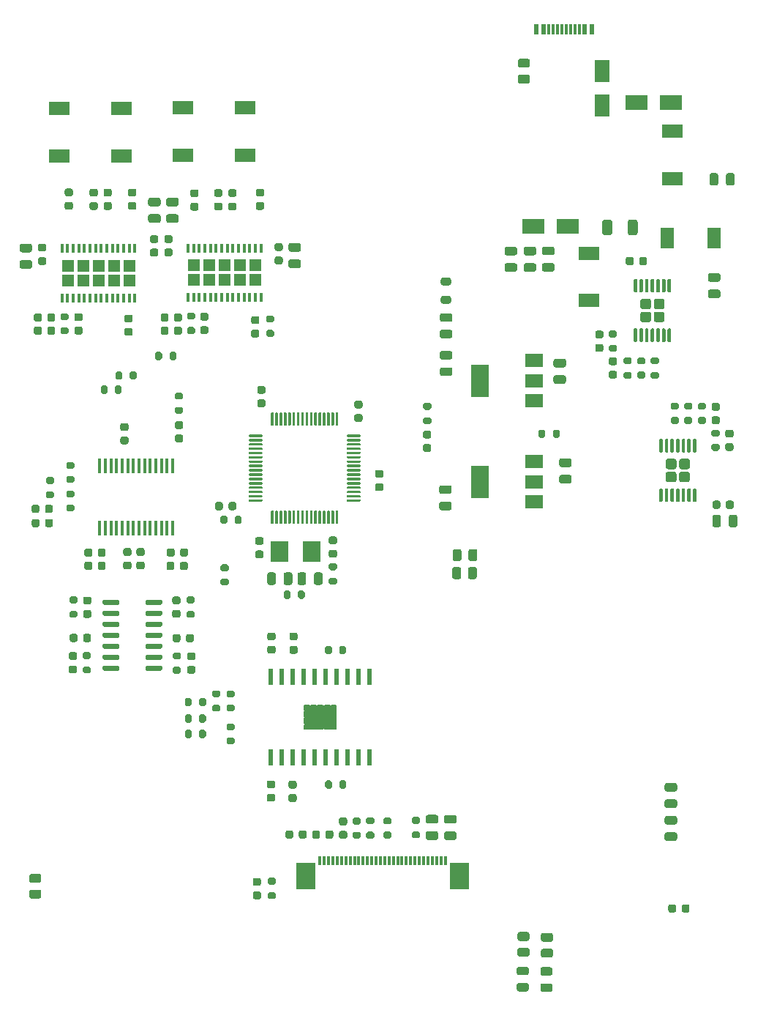
<source format=gbr>
G04 #@! TF.GenerationSoftware,KiCad,Pcbnew,5.1.9*
G04 #@! TF.CreationDate,2021-06-24T12:15:12+08:00*
G04 #@! TF.ProjectId,digital-amplifier2,64696769-7461-46c2-9d61-6d706c696669,rev?*
G04 #@! TF.SameCoordinates,Original*
G04 #@! TF.FileFunction,Paste,Top*
G04 #@! TF.FilePolarity,Positive*
%FSLAX46Y46*%
G04 Gerber Fmt 4.6, Leading zero omitted, Abs format (unit mm)*
G04 Created by KiCad (PCBNEW 5.1.9) date 2021-06-24 12:15:12*
%MOMM*%
%LPD*%
G01*
G04 APERTURE LIST*
%ADD10C,0.152400*%
%ADD11R,2.000000X1.500000*%
%ADD12R,2.000000X3.800000*%
%ADD13R,3.810000X2.789999*%
%ADD14R,0.558000X1.969999*%
%ADD15R,2.400000X1.500000*%
%ADD16R,1.400000X1.400000*%
%ADD17R,0.400000X1.100000*%
%ADD18R,2.300000X3.100000*%
%ADD19R,0.300000X1.100000*%
%ADD20R,0.600000X1.160000*%
%ADD21R,0.300000X1.160000*%
%ADD22R,2.000000X2.400000*%
%ADD23R,0.450000X1.750000*%
%ADD24R,1.500000X2.400000*%
%ADD25R,2.500000X1.800000*%
%ADD26R,1.800000X2.500000*%
G04 APERTURE END LIST*
D10*
X141070000Y-184696830D02*
X141070000Y-184988079D01*
X141618970Y-184696830D02*
X141070000Y-184696830D01*
X141618970Y-185129500D02*
X141618970Y-184696830D01*
X141211421Y-185129500D02*
X141618970Y-185129500D01*
X141211421Y-185129500D02*
X141211421Y-185129500D01*
X141070000Y-184988079D02*
X141211421Y-185129500D01*
X141070000Y-184988079D02*
X141070000Y-184988079D01*
X140282600Y-184696830D02*
X140282600Y-184988079D01*
X140870000Y-184696830D02*
X140282600Y-184696830D01*
X140870000Y-184988079D02*
X140870000Y-184696830D01*
X140870000Y-184988079D02*
X140870000Y-184988079D01*
X140728579Y-185129500D02*
X140870000Y-184988079D01*
X140728579Y-185129500D02*
X140728579Y-185129500D01*
X140424021Y-185129500D02*
X140728579Y-185129500D01*
X140424021Y-185129500D02*
X140424021Y-185129500D01*
X140282600Y-184988079D02*
X140424021Y-185129500D01*
X140282600Y-184988079D02*
X140282600Y-184988079D01*
X139495200Y-184696830D02*
X139495200Y-184988079D01*
X140082600Y-184696830D02*
X139495200Y-184696830D01*
X140082600Y-184988079D02*
X140082600Y-184696830D01*
X140082600Y-184988079D02*
X140082600Y-184988079D01*
X139941179Y-185129500D02*
X140082600Y-184988079D01*
X139941179Y-185129500D02*
X139941179Y-185129500D01*
X139636621Y-185129500D02*
X139941179Y-185129500D01*
X139636621Y-185129500D02*
X139636621Y-185129500D01*
X139495200Y-184988079D02*
X139636621Y-185129500D01*
X139495200Y-184988079D02*
X139495200Y-184988079D01*
X138707800Y-184696830D02*
X138707800Y-184988079D01*
X139295200Y-184696830D02*
X138707800Y-184696830D01*
X139295200Y-184988079D02*
X139295200Y-184696830D01*
X139295200Y-184988079D02*
X139295200Y-184988079D01*
X139153779Y-185129500D02*
X139295200Y-184988079D01*
X139153779Y-185129500D02*
X139153779Y-185129500D01*
X138849221Y-185129500D02*
X139153779Y-185129500D01*
X138849221Y-185129500D02*
X138849221Y-185129500D01*
X138707800Y-184988079D02*
X138849221Y-185129500D01*
X138707800Y-184988079D02*
X138707800Y-184988079D01*
X137958830Y-184696830D02*
X137958830Y-185129500D01*
X138507800Y-184696830D02*
X137958830Y-184696830D01*
X138507800Y-184988079D02*
X138507800Y-184696830D01*
X138507800Y-184988079D02*
X138507800Y-184988079D01*
X138366379Y-185129500D02*
X138507800Y-184988079D01*
X138366379Y-185129500D02*
X138366379Y-185129500D01*
X137958830Y-185129500D02*
X138366379Y-185129500D01*
X141070000Y-185470921D02*
X141070000Y-185775479D01*
X141070000Y-185470921D02*
X141070000Y-185470921D01*
X141211421Y-185329500D02*
X141070000Y-185470921D01*
X141211421Y-185329500D02*
X141211421Y-185329500D01*
X141618970Y-185329500D02*
X141211421Y-185329500D01*
X141618970Y-185916900D02*
X141618970Y-185329500D01*
X141211421Y-185916900D02*
X141618970Y-185916900D01*
X141211421Y-185916900D02*
X141211421Y-185916900D01*
X141070000Y-185775479D02*
X141211421Y-185916900D01*
X141070000Y-185775479D02*
X141070000Y-185775479D01*
X140282600Y-185470921D02*
X140282600Y-185775479D01*
X140282600Y-185470921D02*
X140282600Y-185470921D01*
X140424021Y-185329500D02*
X140282600Y-185470921D01*
X140424021Y-185329500D02*
X140424021Y-185329500D01*
X140728579Y-185329500D02*
X140424021Y-185329500D01*
X140728579Y-185329500D02*
X140728579Y-185329500D01*
X140870000Y-185470921D02*
X140728579Y-185329500D01*
X140870000Y-185470921D02*
X140870000Y-185470921D01*
X140870000Y-185775479D02*
X140870000Y-185470921D01*
X140870000Y-185775479D02*
X140870000Y-185775479D01*
X140728579Y-185916900D02*
X140870000Y-185775479D01*
X140728579Y-185916900D02*
X140728579Y-185916900D01*
X140424021Y-185916900D02*
X140728579Y-185916900D01*
X140424021Y-185916900D02*
X140424021Y-185916900D01*
X140282600Y-185775479D02*
X140424021Y-185916900D01*
X140282600Y-185775479D02*
X140282600Y-185775479D01*
X139495200Y-185470921D02*
X139495200Y-185775479D01*
X139495200Y-185470921D02*
X139495200Y-185470921D01*
X139636621Y-185329500D02*
X139495200Y-185470921D01*
X139636621Y-185329500D02*
X139636621Y-185329500D01*
X139941179Y-185329500D02*
X139636621Y-185329500D01*
X139941179Y-185329500D02*
X139941179Y-185329500D01*
X140082600Y-185470921D02*
X139941179Y-185329500D01*
X140082600Y-185470921D02*
X140082600Y-185470921D01*
X140082600Y-185775479D02*
X140082600Y-185470921D01*
X140082600Y-185775479D02*
X140082600Y-185775479D01*
X139941179Y-185916900D02*
X140082600Y-185775479D01*
X139941179Y-185916900D02*
X139941179Y-185916900D01*
X139636621Y-185916900D02*
X139941179Y-185916900D01*
X139636621Y-185916900D02*
X139636621Y-185916900D01*
X139495200Y-185775479D02*
X139636621Y-185916900D01*
X139495200Y-185775479D02*
X139495200Y-185775479D01*
X138707800Y-185470921D02*
X138707800Y-185775479D01*
X138707800Y-185470921D02*
X138707800Y-185470921D01*
X138849221Y-185329500D02*
X138707800Y-185470921D01*
X138849221Y-185329500D02*
X138849221Y-185329500D01*
X139153779Y-185329500D02*
X138849221Y-185329500D01*
X139153779Y-185329500D02*
X139153779Y-185329500D01*
X139295200Y-185470921D02*
X139153779Y-185329500D01*
X139295200Y-185470921D02*
X139295200Y-185470921D01*
X139295200Y-185775479D02*
X139295200Y-185470921D01*
X139295200Y-185775479D02*
X139295200Y-185775479D01*
X139153779Y-185916900D02*
X139295200Y-185775479D01*
X139153779Y-185916900D02*
X139153779Y-185916900D01*
X138849221Y-185916900D02*
X139153779Y-185916900D01*
X138849221Y-185916900D02*
X138849221Y-185916900D01*
X138707800Y-185775479D02*
X138849221Y-185916900D01*
X138707800Y-185775479D02*
X138707800Y-185775479D01*
X137958830Y-185329500D02*
X137958830Y-185916900D01*
X138366379Y-185329500D02*
X137958830Y-185329500D01*
X138366379Y-185329500D02*
X138366379Y-185329500D01*
X138507800Y-185470921D02*
X138366379Y-185329500D01*
X138507800Y-185470921D02*
X138507800Y-185470921D01*
X138507800Y-185775479D02*
X138507800Y-185470921D01*
X138507800Y-185775479D02*
X138507800Y-185775479D01*
X138366379Y-185916900D02*
X138507800Y-185775479D01*
X138366379Y-185916900D02*
X138366379Y-185916900D01*
X137958830Y-185916900D02*
X138366379Y-185916900D01*
X141070000Y-186258321D02*
X141070000Y-186562879D01*
X141070000Y-186258321D02*
X141070000Y-186258321D01*
X141211421Y-186116900D02*
X141070000Y-186258321D01*
X141211421Y-186116900D02*
X141211421Y-186116900D01*
X141618970Y-186116900D02*
X141211421Y-186116900D01*
X141618970Y-186704300D02*
X141618970Y-186116900D01*
X141211421Y-186704300D02*
X141618970Y-186704300D01*
X141211421Y-186704300D02*
X141211421Y-186704300D01*
X141070000Y-186562879D02*
X141211421Y-186704300D01*
X141070000Y-186562879D02*
X141070000Y-186562879D01*
X140282600Y-186258321D02*
X140282600Y-186562879D01*
X140282600Y-186258321D02*
X140282600Y-186258321D01*
X140424021Y-186116900D02*
X140282600Y-186258321D01*
X140424021Y-186116900D02*
X140424021Y-186116900D01*
X140728579Y-186116900D02*
X140424021Y-186116900D01*
X140728579Y-186116900D02*
X140728579Y-186116900D01*
X140870000Y-186258321D02*
X140728579Y-186116900D01*
X140870000Y-186258321D02*
X140870000Y-186258321D01*
X140870000Y-186562879D02*
X140870000Y-186258321D01*
X140870000Y-186562879D02*
X140870000Y-186562879D01*
X140728579Y-186704300D02*
X140870000Y-186562879D01*
X140728579Y-186704300D02*
X140728579Y-186704300D01*
X140424021Y-186704300D02*
X140728579Y-186704300D01*
X140424021Y-186704300D02*
X140424021Y-186704300D01*
X140282600Y-186562879D02*
X140424021Y-186704300D01*
X140282600Y-186562879D02*
X140282600Y-186562879D01*
X139495200Y-186258321D02*
X139495200Y-186562879D01*
X139495200Y-186258321D02*
X139495200Y-186258321D01*
X139636621Y-186116900D02*
X139495200Y-186258321D01*
X139636621Y-186116900D02*
X139636621Y-186116900D01*
X139941179Y-186116900D02*
X139636621Y-186116900D01*
X139941179Y-186116900D02*
X139941179Y-186116900D01*
X140082600Y-186258321D02*
X139941179Y-186116900D01*
X140082600Y-186258321D02*
X140082600Y-186258321D01*
X140082600Y-186562879D02*
X140082600Y-186258321D01*
X140082600Y-186562879D02*
X140082600Y-186562879D01*
X139941179Y-186704300D02*
X140082600Y-186562879D01*
X139941179Y-186704300D02*
X139941179Y-186704300D01*
X139636621Y-186704300D02*
X139941179Y-186704300D01*
X139636621Y-186704300D02*
X139636621Y-186704300D01*
X139495200Y-186562879D02*
X139636621Y-186704300D01*
X139495200Y-186562879D02*
X139495200Y-186562879D01*
X138707800Y-186258321D02*
X138707800Y-186562879D01*
X138707800Y-186258321D02*
X138707800Y-186258321D01*
X138849221Y-186116900D02*
X138707800Y-186258321D01*
X138849221Y-186116900D02*
X138849221Y-186116900D01*
X139153779Y-186116900D02*
X138849221Y-186116900D01*
X139153779Y-186116900D02*
X139153779Y-186116900D01*
X139295200Y-186258321D02*
X139153779Y-186116900D01*
X139295200Y-186258321D02*
X139295200Y-186258321D01*
X139295200Y-186562879D02*
X139295200Y-186258321D01*
X139295200Y-186562879D02*
X139295200Y-186562879D01*
X139153779Y-186704300D02*
X139295200Y-186562879D01*
X139153779Y-186704300D02*
X139153779Y-186704300D01*
X138849221Y-186704300D02*
X139153779Y-186704300D01*
X138849221Y-186704300D02*
X138849221Y-186704300D01*
X138707800Y-186562879D02*
X138849221Y-186704300D01*
X138707800Y-186562879D02*
X138707800Y-186562879D01*
X137958830Y-186116900D02*
X137958830Y-186704300D01*
X138366379Y-186116900D02*
X137958830Y-186116900D01*
X138366379Y-186116900D02*
X138366379Y-186116900D01*
X138507800Y-186258321D02*
X138366379Y-186116900D01*
X138507800Y-186258321D02*
X138507800Y-186258321D01*
X138507800Y-186562879D02*
X138507800Y-186258321D01*
X138507800Y-186562879D02*
X138507800Y-186562879D01*
X138366379Y-186704300D02*
X138507800Y-186562879D01*
X138366379Y-186704300D02*
X138366379Y-186704300D01*
X137958830Y-186704300D02*
X138366379Y-186704300D01*
X141070000Y-187045721D02*
X141070000Y-187336970D01*
X141070000Y-187045721D02*
X141070000Y-187045721D01*
X141211421Y-186904300D02*
X141070000Y-187045721D01*
X141211421Y-186904300D02*
X141211421Y-186904300D01*
X141618970Y-186904300D02*
X141211421Y-186904300D01*
X141618970Y-187336970D02*
X141618970Y-186904300D01*
X141070000Y-187336970D02*
X141618970Y-187336970D01*
X140282600Y-187045721D02*
X140282600Y-187336970D01*
X140282600Y-187045721D02*
X140282600Y-187045721D01*
X140424021Y-186904300D02*
X140282600Y-187045721D01*
X140424021Y-186904300D02*
X140424021Y-186904300D01*
X140728579Y-186904300D02*
X140424021Y-186904300D01*
X140728579Y-186904300D02*
X140728579Y-186904300D01*
X140870000Y-187045721D02*
X140728579Y-186904300D01*
X140870000Y-187045721D02*
X140870000Y-187045721D01*
X140870000Y-187336970D02*
X140870000Y-187045721D01*
X140282600Y-187336970D02*
X140870000Y-187336970D01*
X139495200Y-187045721D02*
X139495200Y-187336970D01*
X139495200Y-187045721D02*
X139495200Y-187045721D01*
X139636621Y-186904300D02*
X139495200Y-187045721D01*
X139636621Y-186904300D02*
X139636621Y-186904300D01*
X139941179Y-186904300D02*
X139636621Y-186904300D01*
X139941179Y-186904300D02*
X139941179Y-186904300D01*
X140082600Y-187045721D02*
X139941179Y-186904300D01*
X140082600Y-187045721D02*
X140082600Y-187045721D01*
X140082600Y-187336970D02*
X140082600Y-187045721D01*
X139495200Y-187336970D02*
X140082600Y-187336970D01*
X138707800Y-187045721D02*
X138707800Y-187336970D01*
X138707800Y-187045721D02*
X138707800Y-187045721D01*
X138849221Y-186904300D02*
X138707800Y-187045721D01*
X138849221Y-186904300D02*
X138849221Y-186904300D01*
X139153779Y-186904300D02*
X138849221Y-186904300D01*
X139153779Y-186904300D02*
X139153779Y-186904300D01*
X139295200Y-187045721D02*
X139153779Y-186904300D01*
X139295200Y-187045721D02*
X139295200Y-187045721D01*
X139295200Y-187336970D02*
X139295200Y-187045721D01*
X138707800Y-187336970D02*
X139295200Y-187336970D01*
X137958830Y-186904300D02*
X137958830Y-187336970D01*
X138366379Y-186904300D02*
X137958830Y-186904300D01*
X138366379Y-186904300D02*
X138366379Y-186904300D01*
X138507800Y-187045721D02*
X138366379Y-186904300D01*
X138507800Y-187045721D02*
X138507800Y-187045721D01*
X138507800Y-187336970D02*
X138507800Y-187045721D01*
X137958830Y-187336970D02*
X138507800Y-187336970D01*
G36*
G01*
X165843900Y-152988600D02*
X165843900Y-153538600D01*
G75*
G02*
X165643900Y-153738600I-200000J0D01*
G01*
X165243900Y-153738600D01*
G75*
G02*
X165043900Y-153538600I0J200000D01*
G01*
X165043900Y-152988600D01*
G75*
G02*
X165243900Y-152788600I200000J0D01*
G01*
X165643900Y-152788600D01*
G75*
G02*
X165843900Y-152988600I0J-200000D01*
G01*
G37*
G36*
G01*
X167493900Y-152988600D02*
X167493900Y-153538600D01*
G75*
G02*
X167293900Y-153738600I-200000J0D01*
G01*
X166893900Y-153738600D01*
G75*
G02*
X166693900Y-153538600I0J200000D01*
G01*
X166693900Y-152988600D01*
G75*
G02*
X166893900Y-152788600I200000J0D01*
G01*
X167293900Y-152788600D01*
G75*
G02*
X167493900Y-152988600I0J-200000D01*
G01*
G37*
D11*
X164567000Y-149411720D03*
X164567000Y-144811720D03*
X164567000Y-147111720D03*
D12*
X158267000Y-147111720D03*
G36*
G01*
X154830800Y-144685600D02*
X153880800Y-144685600D01*
G75*
G02*
X153630800Y-144435600I0J250000D01*
G01*
X153630800Y-143935600D01*
G75*
G02*
X153880800Y-143685600I250000J0D01*
G01*
X154830800Y-143685600D01*
G75*
G02*
X155080800Y-143935600I0J-250000D01*
G01*
X155080800Y-144435600D01*
G75*
G02*
X154830800Y-144685600I-250000J0D01*
G01*
G37*
G36*
G01*
X154830800Y-146585600D02*
X153880800Y-146585600D01*
G75*
G02*
X153630800Y-146335600I0J250000D01*
G01*
X153630800Y-145835600D01*
G75*
G02*
X153880800Y-145585600I250000J0D01*
G01*
X154830800Y-145585600D01*
G75*
G02*
X155080800Y-145835600I0J-250000D01*
G01*
X155080800Y-146335600D01*
G75*
G02*
X154830800Y-146585600I-250000J0D01*
G01*
G37*
G36*
G01*
X123194000Y-153360000D02*
X123694000Y-153360000D01*
G75*
G02*
X123919000Y-153585000I0J-225000D01*
G01*
X123919000Y-154035000D01*
G75*
G02*
X123694000Y-154260000I-225000J0D01*
G01*
X123194000Y-154260000D01*
G75*
G02*
X122969000Y-154035000I0J225000D01*
G01*
X122969000Y-153585000D01*
G75*
G02*
X123194000Y-153360000I225000J0D01*
G01*
G37*
G36*
G01*
X123194000Y-151810000D02*
X123694000Y-151810000D01*
G75*
G02*
X123919000Y-152035000I0J-225000D01*
G01*
X123919000Y-152485000D01*
G75*
G02*
X123694000Y-152710000I-225000J0D01*
G01*
X123194000Y-152710000D01*
G75*
G02*
X122969000Y-152485000I0J225000D01*
G01*
X122969000Y-152035000D01*
G75*
G02*
X123194000Y-151810000I225000J0D01*
G01*
G37*
G36*
G01*
X151908700Y-154452200D02*
X152408700Y-154452200D01*
G75*
G02*
X152633700Y-154677200I0J-225000D01*
G01*
X152633700Y-155127200D01*
G75*
G02*
X152408700Y-155352200I-225000J0D01*
G01*
X151908700Y-155352200D01*
G75*
G02*
X151683700Y-155127200I0J225000D01*
G01*
X151683700Y-154677200D01*
G75*
G02*
X151908700Y-154452200I225000J0D01*
G01*
G37*
G36*
G01*
X151908700Y-152902200D02*
X152408700Y-152902200D01*
G75*
G02*
X152633700Y-153127200I0J-225000D01*
G01*
X152633700Y-153577200D01*
G75*
G02*
X152408700Y-153802200I-225000J0D01*
G01*
X151908700Y-153802200D01*
G75*
G02*
X151683700Y-153577200I0J225000D01*
G01*
X151683700Y-153127200D01*
G75*
G02*
X151908700Y-152902200I225000J0D01*
G01*
G37*
G36*
G01*
X133913200Y-206241200D02*
X134463200Y-206241200D01*
G75*
G02*
X134663200Y-206441200I0J-200000D01*
G01*
X134663200Y-206841200D01*
G75*
G02*
X134463200Y-207041200I-200000J0D01*
G01*
X133913200Y-207041200D01*
G75*
G02*
X133713200Y-206841200I0J200000D01*
G01*
X133713200Y-206441200D01*
G75*
G02*
X133913200Y-206241200I200000J0D01*
G01*
G37*
G36*
G01*
X133913200Y-204591200D02*
X134463200Y-204591200D01*
G75*
G02*
X134663200Y-204791200I0J-200000D01*
G01*
X134663200Y-205191200D01*
G75*
G02*
X134463200Y-205391200I-200000J0D01*
G01*
X133913200Y-205391200D01*
G75*
G02*
X133713200Y-205191200I0J200000D01*
G01*
X133713200Y-204791200D01*
G75*
G02*
X133913200Y-204591200I200000J0D01*
G01*
G37*
G36*
G01*
X128452200Y-170008100D02*
X129002200Y-170008100D01*
G75*
G02*
X129202200Y-170208100I0J-200000D01*
G01*
X129202200Y-170608100D01*
G75*
G02*
X129002200Y-170808100I-200000J0D01*
G01*
X128452200Y-170808100D01*
G75*
G02*
X128252200Y-170608100I0J200000D01*
G01*
X128252200Y-170208100D01*
G75*
G02*
X128452200Y-170008100I200000J0D01*
G01*
G37*
G36*
G01*
X128452200Y-168358100D02*
X129002200Y-168358100D01*
G75*
G02*
X129202200Y-168558100I0J-200000D01*
G01*
X129202200Y-168958100D01*
G75*
G02*
X129002200Y-169158100I-200000J0D01*
G01*
X128452200Y-169158100D01*
G75*
G02*
X128252200Y-168958100I0J200000D01*
G01*
X128252200Y-168558100D01*
G75*
G02*
X128452200Y-168358100I200000J0D01*
G01*
G37*
G36*
G01*
X145287320Y-199258480D02*
X145837320Y-199258480D01*
G75*
G02*
X146037320Y-199458480I0J-200000D01*
G01*
X146037320Y-199858480D01*
G75*
G02*
X145837320Y-200058480I-200000J0D01*
G01*
X145287320Y-200058480D01*
G75*
G02*
X145087320Y-199858480I0J200000D01*
G01*
X145087320Y-199458480D01*
G75*
G02*
X145287320Y-199258480I200000J0D01*
G01*
G37*
G36*
G01*
X145287320Y-197608480D02*
X145837320Y-197608480D01*
G75*
G02*
X146037320Y-197808480I0J-200000D01*
G01*
X146037320Y-198208480D01*
G75*
G02*
X145837320Y-198408480I-200000J0D01*
G01*
X145287320Y-198408480D01*
G75*
G02*
X145087320Y-198208480I0J200000D01*
G01*
X145087320Y-197808480D01*
G75*
G02*
X145287320Y-197608480I200000J0D01*
G01*
G37*
G36*
G01*
X143717600Y-199273720D02*
X144267600Y-199273720D01*
G75*
G02*
X144467600Y-199473720I0J-200000D01*
G01*
X144467600Y-199873720D01*
G75*
G02*
X144267600Y-200073720I-200000J0D01*
G01*
X143717600Y-200073720D01*
G75*
G02*
X143517600Y-199873720I0J200000D01*
G01*
X143517600Y-199473720D01*
G75*
G02*
X143717600Y-199273720I200000J0D01*
G01*
G37*
G36*
G01*
X143717600Y-197623720D02*
X144267600Y-197623720D01*
G75*
G02*
X144467600Y-197823720I0J-200000D01*
G01*
X144467600Y-198223720D01*
G75*
G02*
X144267600Y-198423720I-200000J0D01*
G01*
X143717600Y-198423720D01*
G75*
G02*
X143517600Y-198223720I0J200000D01*
G01*
X143517600Y-197823720D01*
G75*
G02*
X143717600Y-197623720I200000J0D01*
G01*
G37*
G36*
G01*
X147268520Y-199263560D02*
X147818520Y-199263560D01*
G75*
G02*
X148018520Y-199463560I0J-200000D01*
G01*
X148018520Y-199863560D01*
G75*
G02*
X147818520Y-200063560I-200000J0D01*
G01*
X147268520Y-200063560D01*
G75*
G02*
X147068520Y-199863560I0J200000D01*
G01*
X147068520Y-199463560D01*
G75*
G02*
X147268520Y-199263560I200000J0D01*
G01*
G37*
G36*
G01*
X147268520Y-197613560D02*
X147818520Y-197613560D01*
G75*
G02*
X148018520Y-197813560I0J-200000D01*
G01*
X148018520Y-198213560D01*
G75*
G02*
X147818520Y-198413560I-200000J0D01*
G01*
X147268520Y-198413560D01*
G75*
G02*
X147068520Y-198213560I0J200000D01*
G01*
X147068520Y-197813560D01*
G75*
G02*
X147268520Y-197613560I200000J0D01*
G01*
G37*
G36*
G01*
X150585760Y-199207680D02*
X151135760Y-199207680D01*
G75*
G02*
X151335760Y-199407680I0J-200000D01*
G01*
X151335760Y-199807680D01*
G75*
G02*
X151135760Y-200007680I-200000J0D01*
G01*
X150585760Y-200007680D01*
G75*
G02*
X150385760Y-199807680I0J200000D01*
G01*
X150385760Y-199407680D01*
G75*
G02*
X150585760Y-199207680I200000J0D01*
G01*
G37*
G36*
G01*
X150585760Y-197557680D02*
X151135760Y-197557680D01*
G75*
G02*
X151335760Y-197757680I0J-200000D01*
G01*
X151335760Y-198157680D01*
G75*
G02*
X151135760Y-198357680I-200000J0D01*
G01*
X150585760Y-198357680D01*
G75*
G02*
X150385760Y-198157680I0J200000D01*
G01*
X150385760Y-197757680D01*
G75*
G02*
X150585760Y-197557680I200000J0D01*
G01*
G37*
G36*
G01*
X132211000Y-206166600D02*
X132711000Y-206166600D01*
G75*
G02*
X132936000Y-206391600I0J-225000D01*
G01*
X132936000Y-206841600D01*
G75*
G02*
X132711000Y-207066600I-225000J0D01*
G01*
X132211000Y-207066600D01*
G75*
G02*
X131986000Y-206841600I0J225000D01*
G01*
X131986000Y-206391600D01*
G75*
G02*
X132211000Y-206166600I225000J0D01*
G01*
G37*
G36*
G01*
X132211000Y-204616600D02*
X132711000Y-204616600D01*
G75*
G02*
X132936000Y-204841600I0J-225000D01*
G01*
X132936000Y-205291600D01*
G75*
G02*
X132711000Y-205516600I-225000J0D01*
G01*
X132211000Y-205516600D01*
G75*
G02*
X131986000Y-205291600I0J225000D01*
G01*
X131986000Y-204841600D01*
G75*
G02*
X132211000Y-204616600I225000J0D01*
G01*
G37*
G36*
G01*
X136662280Y-199335320D02*
X136662280Y-199835320D01*
G75*
G02*
X136437280Y-200060320I-225000J0D01*
G01*
X135987280Y-200060320D01*
G75*
G02*
X135762280Y-199835320I0J225000D01*
G01*
X135762280Y-199335320D01*
G75*
G02*
X135987280Y-199110320I225000J0D01*
G01*
X136437280Y-199110320D01*
G75*
G02*
X136662280Y-199335320I0J-225000D01*
G01*
G37*
G36*
G01*
X138212280Y-199335320D02*
X138212280Y-199835320D01*
G75*
G02*
X137987280Y-200060320I-225000J0D01*
G01*
X137537280Y-200060320D01*
G75*
G02*
X137312280Y-199835320I0J225000D01*
G01*
X137312280Y-199335320D01*
G75*
G02*
X137537280Y-199110320I225000J0D01*
G01*
X137987280Y-199110320D01*
G75*
G02*
X138212280Y-199335320I0J-225000D01*
G01*
G37*
G36*
G01*
X140398380Y-199842940D02*
X140398380Y-199342940D01*
G75*
G02*
X140623380Y-199117940I225000J0D01*
G01*
X141073380Y-199117940D01*
G75*
G02*
X141298380Y-199342940I0J-225000D01*
G01*
X141298380Y-199842940D01*
G75*
G02*
X141073380Y-200067940I-225000J0D01*
G01*
X140623380Y-200067940D01*
G75*
G02*
X140398380Y-199842940I0J225000D01*
G01*
G37*
G36*
G01*
X138848380Y-199842940D02*
X138848380Y-199342940D01*
G75*
G02*
X139073380Y-199117940I225000J0D01*
G01*
X139523380Y-199117940D01*
G75*
G02*
X139748380Y-199342940I0J-225000D01*
G01*
X139748380Y-199842940D01*
G75*
G02*
X139523380Y-200067940I-225000J0D01*
G01*
X139073380Y-200067940D01*
G75*
G02*
X138848380Y-199842940I0J225000D01*
G01*
G37*
G36*
G01*
X111146000Y-157309000D02*
X110596000Y-157309000D01*
G75*
G02*
X110396000Y-157109000I0J200000D01*
G01*
X110396000Y-156709000D01*
G75*
G02*
X110596000Y-156509000I200000J0D01*
G01*
X111146000Y-156509000D01*
G75*
G02*
X111346000Y-156709000I0J-200000D01*
G01*
X111346000Y-157109000D01*
G75*
G02*
X111146000Y-157309000I-200000J0D01*
G01*
G37*
G36*
G01*
X111146000Y-158959000D02*
X110596000Y-158959000D01*
G75*
G02*
X110396000Y-158759000I0J200000D01*
G01*
X110396000Y-158359000D01*
G75*
G02*
X110596000Y-158159000I200000J0D01*
G01*
X111146000Y-158159000D01*
G75*
G02*
X111346000Y-158359000I0J-200000D01*
G01*
X111346000Y-158759000D01*
G75*
G02*
X111146000Y-158959000I-200000J0D01*
G01*
G37*
G36*
G01*
X133710000Y-141262920D02*
X134260000Y-141262920D01*
G75*
G02*
X134460000Y-141462920I0J-200000D01*
G01*
X134460000Y-141862920D01*
G75*
G02*
X134260000Y-142062920I-200000J0D01*
G01*
X133710000Y-142062920D01*
G75*
G02*
X133510000Y-141862920I0J200000D01*
G01*
X133510000Y-141462920D01*
G75*
G02*
X133710000Y-141262920I200000J0D01*
G01*
G37*
G36*
G01*
X133710000Y-139612920D02*
X134260000Y-139612920D01*
G75*
G02*
X134460000Y-139812920I0J-200000D01*
G01*
X134460000Y-140212920D01*
G75*
G02*
X134260000Y-140412920I-200000J0D01*
G01*
X133710000Y-140412920D01*
G75*
G02*
X133510000Y-140212920I0J200000D01*
G01*
X133510000Y-139812920D01*
G75*
G02*
X133710000Y-139612920I200000J0D01*
G01*
G37*
G36*
G01*
X126115000Y-140832720D02*
X126615000Y-140832720D01*
G75*
G02*
X126840000Y-141057720I0J-225000D01*
G01*
X126840000Y-141507720D01*
G75*
G02*
X126615000Y-141732720I-225000J0D01*
G01*
X126115000Y-141732720D01*
G75*
G02*
X125890000Y-141507720I0J225000D01*
G01*
X125890000Y-141057720D01*
G75*
G02*
X126115000Y-140832720I225000J0D01*
G01*
G37*
G36*
G01*
X126115000Y-139282720D02*
X126615000Y-139282720D01*
G75*
G02*
X126840000Y-139507720I0J-225000D01*
G01*
X126840000Y-139957720D01*
G75*
G02*
X126615000Y-140182720I-225000J0D01*
G01*
X126115000Y-140182720D01*
G75*
G02*
X125890000Y-139957720I0J225000D01*
G01*
X125890000Y-139507720D01*
G75*
G02*
X126115000Y-139282720I225000J0D01*
G01*
G37*
G36*
G01*
X132012880Y-141228960D02*
X132512880Y-141228960D01*
G75*
G02*
X132737880Y-141453960I0J-225000D01*
G01*
X132737880Y-141903960D01*
G75*
G02*
X132512880Y-142128960I-225000J0D01*
G01*
X132012880Y-142128960D01*
G75*
G02*
X131787880Y-141903960I0J225000D01*
G01*
X131787880Y-141453960D01*
G75*
G02*
X132012880Y-141228960I225000J0D01*
G01*
G37*
G36*
G01*
X132012880Y-139678960D02*
X132512880Y-139678960D01*
G75*
G02*
X132737880Y-139903960I0J-225000D01*
G01*
X132737880Y-140353960D01*
G75*
G02*
X132512880Y-140578960I-225000J0D01*
G01*
X132012880Y-140578960D01*
G75*
G02*
X131787880Y-140353960I0J225000D01*
G01*
X131787880Y-139903960D01*
G75*
G02*
X132012880Y-139678960I225000J0D01*
G01*
G37*
G36*
G01*
X111565880Y-140883520D02*
X112065880Y-140883520D01*
G75*
G02*
X112290880Y-141108520I0J-225000D01*
G01*
X112290880Y-141558520D01*
G75*
G02*
X112065880Y-141783520I-225000J0D01*
G01*
X111565880Y-141783520D01*
G75*
G02*
X111340880Y-141558520I0J225000D01*
G01*
X111340880Y-141108520D01*
G75*
G02*
X111565880Y-140883520I225000J0D01*
G01*
G37*
G36*
G01*
X111565880Y-139333520D02*
X112065880Y-139333520D01*
G75*
G02*
X112290880Y-139558520I0J-225000D01*
G01*
X112290880Y-140008520D01*
G75*
G02*
X112065880Y-140233520I-225000J0D01*
G01*
X111565880Y-140233520D01*
G75*
G02*
X111340880Y-140008520I0J225000D01*
G01*
X111340880Y-139558520D01*
G75*
G02*
X111565880Y-139333520I225000J0D01*
G01*
G37*
G36*
G01*
X117352000Y-141041000D02*
X117852000Y-141041000D01*
G75*
G02*
X118077000Y-141266000I0J-225000D01*
G01*
X118077000Y-141716000D01*
G75*
G02*
X117852000Y-141941000I-225000J0D01*
G01*
X117352000Y-141941000D01*
G75*
G02*
X117127000Y-141716000I0J225000D01*
G01*
X117127000Y-141266000D01*
G75*
G02*
X117352000Y-141041000I225000J0D01*
G01*
G37*
G36*
G01*
X117352000Y-139491000D02*
X117852000Y-139491000D01*
G75*
G02*
X118077000Y-139716000I0J-225000D01*
G01*
X118077000Y-140166000D01*
G75*
G02*
X117852000Y-140391000I-225000J0D01*
G01*
X117352000Y-140391000D01*
G75*
G02*
X117127000Y-140166000I0J225000D01*
G01*
X117127000Y-139716000D01*
G75*
G02*
X117352000Y-139491000I225000J0D01*
G01*
G37*
G36*
G01*
X122230000Y-141101000D02*
X122230000Y-141601000D01*
G75*
G02*
X122005000Y-141826000I-225000J0D01*
G01*
X121555000Y-141826000D01*
G75*
G02*
X121330000Y-141601000I0J225000D01*
G01*
X121330000Y-141101000D01*
G75*
G02*
X121555000Y-140876000I225000J0D01*
G01*
X122005000Y-140876000D01*
G75*
G02*
X122230000Y-141101000I0J-225000D01*
G01*
G37*
G36*
G01*
X123780000Y-141101000D02*
X123780000Y-141601000D01*
G75*
G02*
X123555000Y-141826000I-225000J0D01*
G01*
X123105000Y-141826000D01*
G75*
G02*
X122880000Y-141601000I0J225000D01*
G01*
X122880000Y-141101000D01*
G75*
G02*
X123105000Y-140876000I225000J0D01*
G01*
X123555000Y-140876000D01*
G75*
G02*
X123780000Y-141101000I0J-225000D01*
G01*
G37*
G36*
G01*
X107548800Y-141101000D02*
X107548800Y-141601000D01*
G75*
G02*
X107323800Y-141826000I-225000J0D01*
G01*
X106873800Y-141826000D01*
G75*
G02*
X106648800Y-141601000I0J225000D01*
G01*
X106648800Y-141101000D01*
G75*
G02*
X106873800Y-140876000I225000J0D01*
G01*
X107323800Y-140876000D01*
G75*
G02*
X107548800Y-141101000I0J-225000D01*
G01*
G37*
G36*
G01*
X109098800Y-141101000D02*
X109098800Y-141601000D01*
G75*
G02*
X108873800Y-141826000I-225000J0D01*
G01*
X108423800Y-141826000D01*
G75*
G02*
X108198800Y-141601000I0J225000D01*
G01*
X108198800Y-141101000D01*
G75*
G02*
X108423800Y-140876000I225000J0D01*
G01*
X108873800Y-140876000D01*
G75*
G02*
X109098800Y-141101000I0J-225000D01*
G01*
G37*
G36*
G01*
X186738680Y-124330480D02*
X186738680Y-123380480D01*
G75*
G02*
X186988680Y-123130480I250000J0D01*
G01*
X187488680Y-123130480D01*
G75*
G02*
X187738680Y-123380480I0J-250000D01*
G01*
X187738680Y-124330480D01*
G75*
G02*
X187488680Y-124580480I-250000J0D01*
G01*
X186988680Y-124580480D01*
G75*
G02*
X186738680Y-124330480I0J250000D01*
G01*
G37*
G36*
G01*
X184838680Y-124330480D02*
X184838680Y-123380480D01*
G75*
G02*
X185088680Y-123130480I250000J0D01*
G01*
X185588680Y-123130480D01*
G75*
G02*
X185838680Y-123380480I0J-250000D01*
G01*
X185838680Y-124330480D01*
G75*
G02*
X185588680Y-124580480I-250000J0D01*
G01*
X185088680Y-124580480D01*
G75*
G02*
X184838680Y-124330480I0J250000D01*
G01*
G37*
G36*
G01*
X111694080Y-176615280D02*
X111694080Y-177115280D01*
G75*
G02*
X111469080Y-177340280I-225000J0D01*
G01*
X111019080Y-177340280D01*
G75*
G02*
X110794080Y-177115280I0J225000D01*
G01*
X110794080Y-176615280D01*
G75*
G02*
X111019080Y-176390280I225000J0D01*
G01*
X111469080Y-176390280D01*
G75*
G02*
X111694080Y-176615280I0J-225000D01*
G01*
G37*
G36*
G01*
X113244080Y-176615280D02*
X113244080Y-177115280D01*
G75*
G02*
X113019080Y-177340280I-225000J0D01*
G01*
X112569080Y-177340280D01*
G75*
G02*
X112344080Y-177115280I0J225000D01*
G01*
X112344080Y-176615280D01*
G75*
G02*
X112569080Y-176390280I225000J0D01*
G01*
X113019080Y-176390280D01*
G75*
G02*
X113244080Y-176615280I0J-225000D01*
G01*
G37*
G36*
G01*
X124256680Y-177140680D02*
X124256680Y-176640680D01*
G75*
G02*
X124481680Y-176415680I225000J0D01*
G01*
X124931680Y-176415680D01*
G75*
G02*
X125156680Y-176640680I0J-225000D01*
G01*
X125156680Y-177140680D01*
G75*
G02*
X124931680Y-177365680I-225000J0D01*
G01*
X124481680Y-177365680D01*
G75*
G02*
X124256680Y-177140680I0J225000D01*
G01*
G37*
G36*
G01*
X122706680Y-177140680D02*
X122706680Y-176640680D01*
G75*
G02*
X122931680Y-176415680I225000J0D01*
G01*
X123381680Y-176415680D01*
G75*
G02*
X123606680Y-176640680I0J-225000D01*
G01*
X123606680Y-177140680D01*
G75*
G02*
X123381680Y-177365680I-225000J0D01*
G01*
X122931680Y-177365680D01*
G75*
G02*
X122706680Y-177140680I0J225000D01*
G01*
G37*
G36*
G01*
X134382320Y-177134640D02*
X133882320Y-177134640D01*
G75*
G02*
X133657320Y-176909640I0J225000D01*
G01*
X133657320Y-176459640D01*
G75*
G02*
X133882320Y-176234640I225000J0D01*
G01*
X134382320Y-176234640D01*
G75*
G02*
X134607320Y-176459640I0J-225000D01*
G01*
X134607320Y-176909640D01*
G75*
G02*
X134382320Y-177134640I-225000J0D01*
G01*
G37*
G36*
G01*
X134382320Y-178684640D02*
X133882320Y-178684640D01*
G75*
G02*
X133657320Y-178459640I0J225000D01*
G01*
X133657320Y-178009640D01*
G75*
G02*
X133882320Y-177784640I225000J0D01*
G01*
X134382320Y-177784640D01*
G75*
G02*
X134607320Y-178009640I0J-225000D01*
G01*
X134607320Y-178459640D01*
G75*
G02*
X134382320Y-178684640I-225000J0D01*
G01*
G37*
G36*
G01*
X133836600Y-194889000D02*
X134336600Y-194889000D01*
G75*
G02*
X134561600Y-195114000I0J-225000D01*
G01*
X134561600Y-195564000D01*
G75*
G02*
X134336600Y-195789000I-225000J0D01*
G01*
X133836600Y-195789000D01*
G75*
G02*
X133611600Y-195564000I0J225000D01*
G01*
X133611600Y-195114000D01*
G75*
G02*
X133836600Y-194889000I225000J0D01*
G01*
G37*
G36*
G01*
X133836600Y-193339000D02*
X134336600Y-193339000D01*
G75*
G02*
X134561600Y-193564000I0J-225000D01*
G01*
X134561600Y-194014000D01*
G75*
G02*
X134336600Y-194239000I-225000J0D01*
G01*
X133836600Y-194239000D01*
G75*
G02*
X133611600Y-194014000I0J225000D01*
G01*
X133611600Y-193564000D01*
G75*
G02*
X133836600Y-193339000I225000J0D01*
G01*
G37*
G36*
G01*
X136335960Y-194919480D02*
X136835960Y-194919480D01*
G75*
G02*
X137060960Y-195144480I0J-225000D01*
G01*
X137060960Y-195594480D01*
G75*
G02*
X136835960Y-195819480I-225000J0D01*
G01*
X136335960Y-195819480D01*
G75*
G02*
X136110960Y-195594480I0J225000D01*
G01*
X136110960Y-195144480D01*
G75*
G02*
X136335960Y-194919480I225000J0D01*
G01*
G37*
G36*
G01*
X136335960Y-193369480D02*
X136835960Y-193369480D01*
G75*
G02*
X137060960Y-193594480I0J-225000D01*
G01*
X137060960Y-194044480D01*
G75*
G02*
X136835960Y-194269480I-225000J0D01*
G01*
X136335960Y-194269480D01*
G75*
G02*
X136110960Y-194044480I0J225000D01*
G01*
X136110960Y-193594480D01*
G75*
G02*
X136335960Y-193369480I225000J0D01*
G01*
G37*
G36*
G01*
X136942640Y-177139720D02*
X136442640Y-177139720D01*
G75*
G02*
X136217640Y-176914720I0J225000D01*
G01*
X136217640Y-176464720D01*
G75*
G02*
X136442640Y-176239720I225000J0D01*
G01*
X136942640Y-176239720D01*
G75*
G02*
X137167640Y-176464720I0J-225000D01*
G01*
X137167640Y-176914720D01*
G75*
G02*
X136942640Y-177139720I-225000J0D01*
G01*
G37*
G36*
G01*
X136942640Y-178689720D02*
X136442640Y-178689720D01*
G75*
G02*
X136217640Y-178464720I0J225000D01*
G01*
X136217640Y-178014720D01*
G75*
G02*
X136442640Y-177789720I225000J0D01*
G01*
X136942640Y-177789720D01*
G75*
G02*
X137167640Y-178014720I0J-225000D01*
G01*
X137167640Y-178464720D01*
G75*
G02*
X136942640Y-178689720I-225000J0D01*
G01*
G37*
G36*
G01*
X122345000Y-144547000D02*
X122345000Y-143997000D01*
G75*
G02*
X122545000Y-143797000I200000J0D01*
G01*
X122945000Y-143797000D01*
G75*
G02*
X123145000Y-143997000I0J-200000D01*
G01*
X123145000Y-144547000D01*
G75*
G02*
X122945000Y-144747000I-200000J0D01*
G01*
X122545000Y-144747000D01*
G75*
G02*
X122345000Y-144547000I0J200000D01*
G01*
G37*
G36*
G01*
X120695000Y-144547000D02*
X120695000Y-143997000D01*
G75*
G02*
X120895000Y-143797000I200000J0D01*
G01*
X121295000Y-143797000D01*
G75*
G02*
X121495000Y-143997000I0J-200000D01*
G01*
X121495000Y-144547000D01*
G75*
G02*
X121295000Y-144747000I-200000J0D01*
G01*
X120895000Y-144747000D01*
G75*
G02*
X120695000Y-144547000I0J200000D01*
G01*
G37*
G36*
G01*
X115170400Y-147883200D02*
X115170400Y-148433200D01*
G75*
G02*
X114970400Y-148633200I-200000J0D01*
G01*
X114570400Y-148633200D01*
G75*
G02*
X114370400Y-148433200I0J200000D01*
G01*
X114370400Y-147883200D01*
G75*
G02*
X114570400Y-147683200I200000J0D01*
G01*
X114970400Y-147683200D01*
G75*
G02*
X115170400Y-147883200I0J-200000D01*
G01*
G37*
G36*
G01*
X116820400Y-147883200D02*
X116820400Y-148433200D01*
G75*
G02*
X116620400Y-148633200I-200000J0D01*
G01*
X116220400Y-148633200D01*
G75*
G02*
X116020400Y-148433200I0J200000D01*
G01*
X116020400Y-147883200D01*
G75*
G02*
X116220400Y-147683200I200000J0D01*
G01*
X116620400Y-147683200D01*
G75*
G02*
X116820400Y-147883200I0J-200000D01*
G01*
G37*
G36*
G01*
X116897600Y-146257600D02*
X116897600Y-146807600D01*
G75*
G02*
X116697600Y-147007600I-200000J0D01*
G01*
X116297600Y-147007600D01*
G75*
G02*
X116097600Y-146807600I0J200000D01*
G01*
X116097600Y-146257600D01*
G75*
G02*
X116297600Y-146057600I200000J0D01*
G01*
X116697600Y-146057600D01*
G75*
G02*
X116897600Y-146257600I0J-200000D01*
G01*
G37*
G36*
G01*
X118547600Y-146257600D02*
X118547600Y-146807600D01*
G75*
G02*
X118347600Y-147007600I-200000J0D01*
G01*
X117947600Y-147007600D01*
G75*
G02*
X117747600Y-146807600I0J200000D01*
G01*
X117747600Y-146257600D01*
G75*
G02*
X117947600Y-146057600I200000J0D01*
G01*
X118347600Y-146057600D01*
G75*
G02*
X118547600Y-146257600I0J-200000D01*
G01*
G37*
G36*
G01*
X141534560Y-169038720D02*
X140984560Y-169038720D01*
G75*
G02*
X140784560Y-168838720I0J200000D01*
G01*
X140784560Y-168438720D01*
G75*
G02*
X140984560Y-168238720I200000J0D01*
G01*
X141534560Y-168238720D01*
G75*
G02*
X141734560Y-168438720I0J-200000D01*
G01*
X141734560Y-168838720D01*
G75*
G02*
X141534560Y-169038720I-200000J0D01*
G01*
G37*
G36*
G01*
X141534560Y-170688720D02*
X140984560Y-170688720D01*
G75*
G02*
X140784560Y-170488720I0J200000D01*
G01*
X140784560Y-170088720D01*
G75*
G02*
X140984560Y-169888720I200000J0D01*
G01*
X141534560Y-169888720D01*
G75*
G02*
X141734560Y-170088720I0J-200000D01*
G01*
X141734560Y-170488720D01*
G75*
G02*
X141534560Y-170688720I-200000J0D01*
G01*
G37*
G36*
G01*
X152446400Y-150501800D02*
X151896400Y-150501800D01*
G75*
G02*
X151696400Y-150301800I0J200000D01*
G01*
X151696400Y-149901800D01*
G75*
G02*
X151896400Y-149701800I200000J0D01*
G01*
X152446400Y-149701800D01*
G75*
G02*
X152646400Y-149901800I0J-200000D01*
G01*
X152646400Y-150301800D01*
G75*
G02*
X152446400Y-150501800I-200000J0D01*
G01*
G37*
G36*
G01*
X152446400Y-152151800D02*
X151896400Y-152151800D01*
G75*
G02*
X151696400Y-151951800I0J200000D01*
G01*
X151696400Y-151551800D01*
G75*
G02*
X151896400Y-151351800I200000J0D01*
G01*
X152446400Y-151351800D01*
G75*
G02*
X152646400Y-151551800I0J-200000D01*
G01*
X152646400Y-151951800D01*
G75*
G02*
X152446400Y-152151800I-200000J0D01*
G01*
G37*
G36*
G01*
X129041340Y-162945400D02*
X129041340Y-163495400D01*
G75*
G02*
X128841340Y-163695400I-200000J0D01*
G01*
X128441340Y-163695400D01*
G75*
G02*
X128241340Y-163495400I0J200000D01*
G01*
X128241340Y-162945400D01*
G75*
G02*
X128441340Y-162745400I200000J0D01*
G01*
X128841340Y-162745400D01*
G75*
G02*
X129041340Y-162945400I0J-200000D01*
G01*
G37*
G36*
G01*
X130691340Y-162945400D02*
X130691340Y-163495400D01*
G75*
G02*
X130491340Y-163695400I-200000J0D01*
G01*
X130091340Y-163695400D01*
G75*
G02*
X129891340Y-163495400I0J200000D01*
G01*
X129891340Y-162945400D01*
G75*
G02*
X130091340Y-162745400I200000J0D01*
G01*
X130491340Y-162745400D01*
G75*
G02*
X130691340Y-162945400I0J-200000D01*
G01*
G37*
G36*
G01*
X117379560Y-152928440D02*
X116879560Y-152928440D01*
G75*
G02*
X116654560Y-152703440I0J225000D01*
G01*
X116654560Y-152253440D01*
G75*
G02*
X116879560Y-152028440I225000J0D01*
G01*
X117379560Y-152028440D01*
G75*
G02*
X117604560Y-152253440I0J-225000D01*
G01*
X117604560Y-152703440D01*
G75*
G02*
X117379560Y-152928440I-225000J0D01*
G01*
G37*
G36*
G01*
X117379560Y-154478440D02*
X116879560Y-154478440D01*
G75*
G02*
X116654560Y-154253440I0J225000D01*
G01*
X116654560Y-153803440D01*
G75*
G02*
X116879560Y-153578440I225000J0D01*
G01*
X117379560Y-153578440D01*
G75*
G02*
X117604560Y-153803440I0J-225000D01*
G01*
X117604560Y-154253440D01*
G75*
G02*
X117379560Y-154478440I-225000J0D01*
G01*
G37*
D13*
X139788900Y-186016900D03*
D14*
X134073900Y-181330600D03*
X135343900Y-181330600D03*
X136613900Y-181330600D03*
X137883900Y-181330600D03*
X139153900Y-181330600D03*
X140423900Y-181330600D03*
X141693900Y-181330600D03*
X142963900Y-181330600D03*
X144233900Y-181330600D03*
X145503900Y-181330600D03*
X145503900Y-190703200D03*
X144233900Y-190703200D03*
X142963900Y-190703200D03*
X141693900Y-190703200D03*
X140423900Y-190703200D03*
X139153900Y-190703200D03*
X137883900Y-190703200D03*
X136613900Y-190703200D03*
X135343900Y-190703200D03*
X134073900Y-190703200D03*
G36*
G01*
X175372600Y-130063001D02*
X175372600Y-128762999D01*
G75*
G02*
X175622599Y-128513000I249999J0D01*
G01*
X176272601Y-128513000D01*
G75*
G02*
X176522600Y-128762999I0J-249999D01*
G01*
X176522600Y-130063001D01*
G75*
G02*
X176272601Y-130313000I-249999J0D01*
G01*
X175622599Y-130313000D01*
G75*
G02*
X175372600Y-130063001I0J249999D01*
G01*
G37*
G36*
G01*
X172422600Y-130063001D02*
X172422600Y-128762999D01*
G75*
G02*
X172672599Y-128513000I249999J0D01*
G01*
X173322601Y-128513000D01*
G75*
G02*
X173572600Y-128762999I0J-249999D01*
G01*
X173572600Y-130063001D01*
G75*
G02*
X173322601Y-130313000I-249999J0D01*
G01*
X172672599Y-130313000D01*
G75*
G02*
X172422600Y-130063001I0J249999D01*
G01*
G37*
G36*
G01*
X183684500Y-151326400D02*
X184234500Y-151326400D01*
G75*
G02*
X184434500Y-151526400I0J-200000D01*
G01*
X184434500Y-151926400D01*
G75*
G02*
X184234500Y-152126400I-200000J0D01*
G01*
X183684500Y-152126400D01*
G75*
G02*
X183484500Y-151926400I0J200000D01*
G01*
X183484500Y-151526400D01*
G75*
G02*
X183684500Y-151326400I200000J0D01*
G01*
G37*
G36*
G01*
X183684500Y-149676400D02*
X184234500Y-149676400D01*
G75*
G02*
X184434500Y-149876400I0J-200000D01*
G01*
X184434500Y-150276400D01*
G75*
G02*
X184234500Y-150476400I-200000J0D01*
G01*
X183684500Y-150476400D01*
G75*
G02*
X183484500Y-150276400I0J200000D01*
G01*
X183484500Y-149876400D01*
G75*
G02*
X183684500Y-149676400I200000J0D01*
G01*
G37*
G36*
G01*
X182659700Y-150476400D02*
X182109700Y-150476400D01*
G75*
G02*
X181909700Y-150276400I0J200000D01*
G01*
X181909700Y-149876400D01*
G75*
G02*
X182109700Y-149676400I200000J0D01*
G01*
X182659700Y-149676400D01*
G75*
G02*
X182859700Y-149876400I0J-200000D01*
G01*
X182859700Y-150276400D01*
G75*
G02*
X182659700Y-150476400I-200000J0D01*
G01*
G37*
G36*
G01*
X182659700Y-152126400D02*
X182109700Y-152126400D01*
G75*
G02*
X181909700Y-151926400I0J200000D01*
G01*
X181909700Y-151526400D01*
G75*
G02*
X182109700Y-151326400I200000J0D01*
G01*
X182659700Y-151326400D01*
G75*
G02*
X182859700Y-151526400I0J-200000D01*
G01*
X182859700Y-151926400D01*
G75*
G02*
X182659700Y-152126400I-200000J0D01*
G01*
G37*
G36*
G01*
X185809300Y-153588400D02*
X185259300Y-153588400D01*
G75*
G02*
X185059300Y-153388400I0J200000D01*
G01*
X185059300Y-152988400D01*
G75*
G02*
X185259300Y-152788400I200000J0D01*
G01*
X185809300Y-152788400D01*
G75*
G02*
X186009300Y-152988400I0J-200000D01*
G01*
X186009300Y-153388400D01*
G75*
G02*
X185809300Y-153588400I-200000J0D01*
G01*
G37*
G36*
G01*
X185809300Y-155238400D02*
X185259300Y-155238400D01*
G75*
G02*
X185059300Y-155038400I0J200000D01*
G01*
X185059300Y-154638400D01*
G75*
G02*
X185259300Y-154438400I200000J0D01*
G01*
X185809300Y-154438400D01*
G75*
G02*
X186009300Y-154638400I0J-200000D01*
G01*
X186009300Y-155038400D01*
G75*
G02*
X185809300Y-155238400I-200000J0D01*
G01*
G37*
G36*
G01*
X181084900Y-150476400D02*
X180534900Y-150476400D01*
G75*
G02*
X180334900Y-150276400I0J200000D01*
G01*
X180334900Y-149876400D01*
G75*
G02*
X180534900Y-149676400I200000J0D01*
G01*
X181084900Y-149676400D01*
G75*
G02*
X181284900Y-149876400I0J-200000D01*
G01*
X181284900Y-150276400D01*
G75*
G02*
X181084900Y-150476400I-200000J0D01*
G01*
G37*
G36*
G01*
X181084900Y-152126400D02*
X180534900Y-152126400D01*
G75*
G02*
X180334900Y-151926400I0J200000D01*
G01*
X180334900Y-151526400D01*
G75*
G02*
X180534900Y-151326400I200000J0D01*
G01*
X181084900Y-151326400D01*
G75*
G02*
X181284900Y-151526400I0J-200000D01*
G01*
X181284900Y-151926400D01*
G75*
G02*
X181084900Y-152126400I-200000J0D01*
G01*
G37*
G36*
G01*
X175636600Y-145244000D02*
X175086600Y-145244000D01*
G75*
G02*
X174886600Y-145044000I0J200000D01*
G01*
X174886600Y-144644000D01*
G75*
G02*
X175086600Y-144444000I200000J0D01*
G01*
X175636600Y-144444000D01*
G75*
G02*
X175836600Y-144644000I0J-200000D01*
G01*
X175836600Y-145044000D01*
G75*
G02*
X175636600Y-145244000I-200000J0D01*
G01*
G37*
G36*
G01*
X175636600Y-146894000D02*
X175086600Y-146894000D01*
G75*
G02*
X174886600Y-146694000I0J200000D01*
G01*
X174886600Y-146294000D01*
G75*
G02*
X175086600Y-146094000I200000J0D01*
G01*
X175636600Y-146094000D01*
G75*
G02*
X175836600Y-146294000I0J-200000D01*
G01*
X175836600Y-146694000D01*
G75*
G02*
X175636600Y-146894000I-200000J0D01*
G01*
G37*
G36*
G01*
X176661400Y-146081800D02*
X177211400Y-146081800D01*
G75*
G02*
X177411400Y-146281800I0J-200000D01*
G01*
X177411400Y-146681800D01*
G75*
G02*
X177211400Y-146881800I-200000J0D01*
G01*
X176661400Y-146881800D01*
G75*
G02*
X176461400Y-146681800I0J200000D01*
G01*
X176461400Y-146281800D01*
G75*
G02*
X176661400Y-146081800I200000J0D01*
G01*
G37*
G36*
G01*
X176661400Y-144431800D02*
X177211400Y-144431800D01*
G75*
G02*
X177411400Y-144631800I0J-200000D01*
G01*
X177411400Y-145031800D01*
G75*
G02*
X177211400Y-145231800I-200000J0D01*
G01*
X176661400Y-145231800D01*
G75*
G02*
X176461400Y-145031800I0J200000D01*
G01*
X176461400Y-144631800D01*
G75*
G02*
X176661400Y-144431800I200000J0D01*
G01*
G37*
G36*
G01*
X173384800Y-142995200D02*
X173934800Y-142995200D01*
G75*
G02*
X174134800Y-143195200I0J-200000D01*
G01*
X174134800Y-143595200D01*
G75*
G02*
X173934800Y-143795200I-200000J0D01*
G01*
X173384800Y-143795200D01*
G75*
G02*
X173184800Y-143595200I0J200000D01*
G01*
X173184800Y-143195200D01*
G75*
G02*
X173384800Y-142995200I200000J0D01*
G01*
G37*
G36*
G01*
X173384800Y-141345200D02*
X173934800Y-141345200D01*
G75*
G02*
X174134800Y-141545200I0J-200000D01*
G01*
X174134800Y-141945200D01*
G75*
G02*
X173934800Y-142145200I-200000J0D01*
G01*
X173384800Y-142145200D01*
G75*
G02*
X173184800Y-141945200I0J200000D01*
G01*
X173184800Y-141545200D01*
G75*
G02*
X173384800Y-141345200I200000J0D01*
G01*
G37*
G36*
G01*
X178236200Y-146094000D02*
X178786200Y-146094000D01*
G75*
G02*
X178986200Y-146294000I0J-200000D01*
G01*
X178986200Y-146694000D01*
G75*
G02*
X178786200Y-146894000I-200000J0D01*
G01*
X178236200Y-146894000D01*
G75*
G02*
X178036200Y-146694000I0J200000D01*
G01*
X178036200Y-146294000D01*
G75*
G02*
X178236200Y-146094000I200000J0D01*
G01*
G37*
G36*
G01*
X178236200Y-144444000D02*
X178786200Y-144444000D01*
G75*
G02*
X178986200Y-144644000I0J-200000D01*
G01*
X178986200Y-145044000D01*
G75*
G02*
X178786200Y-145244000I-200000J0D01*
G01*
X178236200Y-145244000D01*
G75*
G02*
X178036200Y-145044000I0J200000D01*
G01*
X178036200Y-144644000D01*
G75*
G02*
X178236200Y-144444000I200000J0D01*
G01*
G37*
G36*
G01*
X171835000Y-142895200D02*
X172335000Y-142895200D01*
G75*
G02*
X172560000Y-143120200I0J-225000D01*
G01*
X172560000Y-143570200D01*
G75*
G02*
X172335000Y-143795200I-225000J0D01*
G01*
X171835000Y-143795200D01*
G75*
G02*
X171610000Y-143570200I0J225000D01*
G01*
X171610000Y-143120200D01*
G75*
G02*
X171835000Y-142895200I225000J0D01*
G01*
G37*
G36*
G01*
X171835000Y-141345200D02*
X172335000Y-141345200D01*
G75*
G02*
X172560000Y-141570200I0J-225000D01*
G01*
X172560000Y-142020200D01*
G75*
G02*
X172335000Y-142245200I-225000J0D01*
G01*
X171835000Y-142245200D01*
G75*
G02*
X171610000Y-142020200I0J225000D01*
G01*
X171610000Y-141570200D01*
G75*
G02*
X171835000Y-141345200I225000J0D01*
G01*
G37*
G36*
G01*
X187384500Y-153700600D02*
X186884500Y-153700600D01*
G75*
G02*
X186659500Y-153475600I0J225000D01*
G01*
X186659500Y-153025600D01*
G75*
G02*
X186884500Y-152800600I225000J0D01*
G01*
X187384500Y-152800600D01*
G75*
G02*
X187609500Y-153025600I0J-225000D01*
G01*
X187609500Y-153475600D01*
G75*
G02*
X187384500Y-153700600I-225000J0D01*
G01*
G37*
G36*
G01*
X187384500Y-155250600D02*
X186884500Y-155250600D01*
G75*
G02*
X186659500Y-155025600I0J225000D01*
G01*
X186659500Y-154575600D01*
G75*
G02*
X186884500Y-154350600I225000J0D01*
G01*
X187384500Y-154350600D01*
G75*
G02*
X187609500Y-154575600I0J-225000D01*
G01*
X187609500Y-155025600D01*
G75*
G02*
X187384500Y-155250600I-225000J0D01*
G01*
G37*
G36*
G01*
X185809700Y-150601800D02*
X185309700Y-150601800D01*
G75*
G02*
X185084700Y-150376800I0J225000D01*
G01*
X185084700Y-149926800D01*
G75*
G02*
X185309700Y-149701800I225000J0D01*
G01*
X185809700Y-149701800D01*
G75*
G02*
X186034700Y-149926800I0J-225000D01*
G01*
X186034700Y-150376800D01*
G75*
G02*
X185809700Y-150601800I-225000J0D01*
G01*
G37*
G36*
G01*
X185809700Y-152151800D02*
X185309700Y-152151800D01*
G75*
G02*
X185084700Y-151926800I0J225000D01*
G01*
X185084700Y-151476800D01*
G75*
G02*
X185309700Y-151251800I225000J0D01*
G01*
X185809700Y-151251800D01*
G75*
G02*
X186034700Y-151476800I0J-225000D01*
G01*
X186034700Y-151926800D01*
G75*
G02*
X185809700Y-152151800I-225000J0D01*
G01*
G37*
G36*
G01*
X186735600Y-161717800D02*
X186735600Y-161217800D01*
G75*
G02*
X186960600Y-160992800I225000J0D01*
G01*
X187410600Y-160992800D01*
G75*
G02*
X187635600Y-161217800I0J-225000D01*
G01*
X187635600Y-161717800D01*
G75*
G02*
X187410600Y-161942800I-225000J0D01*
G01*
X186960600Y-161942800D01*
G75*
G02*
X186735600Y-161717800I0J225000D01*
G01*
G37*
G36*
G01*
X185185600Y-161717800D02*
X185185600Y-161217800D01*
G75*
G02*
X185410600Y-160992800I225000J0D01*
G01*
X185860600Y-160992800D01*
G75*
G02*
X186085600Y-161217800I0J-225000D01*
G01*
X186085600Y-161717800D01*
G75*
G02*
X185860600Y-161942800I-225000J0D01*
G01*
X185410600Y-161942800D01*
G75*
G02*
X185185600Y-161717800I0J225000D01*
G01*
G37*
G36*
G01*
X173409800Y-145981000D02*
X173909800Y-145981000D01*
G75*
G02*
X174134800Y-146206000I0J-225000D01*
G01*
X174134800Y-146656000D01*
G75*
G02*
X173909800Y-146881000I-225000J0D01*
G01*
X173409800Y-146881000D01*
G75*
G02*
X173184800Y-146656000I0J225000D01*
G01*
X173184800Y-146206000D01*
G75*
G02*
X173409800Y-145981000I225000J0D01*
G01*
G37*
G36*
G01*
X173409800Y-144431000D02*
X173909800Y-144431000D01*
G75*
G02*
X174134800Y-144656000I0J-225000D01*
G01*
X174134800Y-145106000D01*
G75*
G02*
X173909800Y-145331000I-225000J0D01*
G01*
X173409800Y-145331000D01*
G75*
G02*
X173184800Y-145106000I0J225000D01*
G01*
X173184800Y-144656000D01*
G75*
G02*
X173409800Y-144431000I225000J0D01*
G01*
G37*
G36*
G01*
X176052600Y-133049200D02*
X176052600Y-133549200D01*
G75*
G02*
X175827600Y-133774200I-225000J0D01*
G01*
X175377600Y-133774200D01*
G75*
G02*
X175152600Y-133549200I0J225000D01*
G01*
X175152600Y-133049200D01*
G75*
G02*
X175377600Y-132824200I225000J0D01*
G01*
X175827600Y-132824200D01*
G75*
G02*
X176052600Y-133049200I0J-225000D01*
G01*
G37*
G36*
G01*
X177602600Y-133049200D02*
X177602600Y-133549200D01*
G75*
G02*
X177377600Y-133774200I-225000J0D01*
G01*
X176927600Y-133774200D01*
G75*
G02*
X176702600Y-133549200I0J225000D01*
G01*
X176702600Y-133049200D01*
G75*
G02*
X176927600Y-132824200I225000J0D01*
G01*
X177377600Y-132824200D01*
G75*
G02*
X177602600Y-133049200I0J-225000D01*
G01*
G37*
D15*
X180568600Y-123781000D03*
X180568600Y-118281000D03*
G36*
G01*
X124566000Y-140927640D02*
X125116000Y-140927640D01*
G75*
G02*
X125316000Y-141127640I0J-200000D01*
G01*
X125316000Y-141527640D01*
G75*
G02*
X125116000Y-141727640I-200000J0D01*
G01*
X124566000Y-141727640D01*
G75*
G02*
X124366000Y-141527640I0J200000D01*
G01*
X124366000Y-141127640D01*
G75*
G02*
X124566000Y-140927640I200000J0D01*
G01*
G37*
G36*
G01*
X124566000Y-139277640D02*
X125116000Y-139277640D01*
G75*
G02*
X125316000Y-139477640I0J-200000D01*
G01*
X125316000Y-139877640D01*
G75*
G02*
X125116000Y-140077640I-200000J0D01*
G01*
X124566000Y-140077640D01*
G75*
G02*
X124366000Y-139877640I0J200000D01*
G01*
X124366000Y-139477640D01*
G75*
G02*
X124566000Y-139277640I200000J0D01*
G01*
G37*
G36*
G01*
X109920360Y-140973360D02*
X110470360Y-140973360D01*
G75*
G02*
X110670360Y-141173360I0J-200000D01*
G01*
X110670360Y-141573360D01*
G75*
G02*
X110470360Y-141773360I-200000J0D01*
G01*
X109920360Y-141773360D01*
G75*
G02*
X109720360Y-141573360I0J200000D01*
G01*
X109720360Y-141173360D01*
G75*
G02*
X109920360Y-140973360I200000J0D01*
G01*
G37*
G36*
G01*
X109920360Y-139323360D02*
X110470360Y-139323360D01*
G75*
G02*
X110670360Y-139523360I0J-200000D01*
G01*
X110670360Y-139923360D01*
G75*
G02*
X110470360Y-140123360I-200000J0D01*
G01*
X109920360Y-140123360D01*
G75*
G02*
X109720360Y-139923360I0J200000D01*
G01*
X109720360Y-139523360D01*
G75*
G02*
X109920360Y-139323360I200000J0D01*
G01*
G37*
D16*
X132261800Y-135495400D03*
X132261800Y-133795400D03*
X130481800Y-135495400D03*
X130481800Y-133795400D03*
X128701800Y-135495400D03*
X128701800Y-133795400D03*
X126921800Y-135495400D03*
X126921800Y-133795400D03*
X125141800Y-133795400D03*
X125141800Y-135495400D03*
D17*
X124476800Y-131795400D03*
X125126800Y-131795400D03*
X125776800Y-131795400D03*
X126426800Y-131795400D03*
X127076800Y-131795400D03*
X127726800Y-131795400D03*
X128376800Y-131795400D03*
X129026800Y-131795400D03*
X129676800Y-131795400D03*
X130326800Y-131795400D03*
X130976800Y-131795400D03*
X131626800Y-131795400D03*
X132276800Y-131795400D03*
X132926800Y-131795400D03*
X132926800Y-137495400D03*
X132276800Y-137495400D03*
X131626800Y-137495400D03*
X130976800Y-137495400D03*
X130326800Y-137495400D03*
X129676800Y-137495400D03*
X129026800Y-137495400D03*
X128376800Y-137495400D03*
X127726800Y-137495400D03*
X127076800Y-137495400D03*
X126426800Y-137495400D03*
X125776800Y-137495400D03*
X125126800Y-137495400D03*
X124476800Y-137495400D03*
D16*
X117682200Y-135546200D03*
X117682200Y-133846200D03*
X115902200Y-135546200D03*
X115902200Y-133846200D03*
X114122200Y-135546200D03*
X114122200Y-133846200D03*
X112342200Y-135546200D03*
X112342200Y-133846200D03*
X110562200Y-133846200D03*
X110562200Y-135546200D03*
D17*
X109897200Y-131846200D03*
X110547200Y-131846200D03*
X111197200Y-131846200D03*
X111847200Y-131846200D03*
X112497200Y-131846200D03*
X113147200Y-131846200D03*
X113797200Y-131846200D03*
X114447200Y-131846200D03*
X115097200Y-131846200D03*
X115747200Y-131846200D03*
X116397200Y-131846200D03*
X117047200Y-131846200D03*
X117697200Y-131846200D03*
X118347200Y-131846200D03*
X118347200Y-137546200D03*
X117697200Y-137546200D03*
X117047200Y-137546200D03*
X116397200Y-137546200D03*
X115747200Y-137546200D03*
X115097200Y-137546200D03*
X114447200Y-137546200D03*
X113797200Y-137546200D03*
X113147200Y-137546200D03*
X112497200Y-137546200D03*
X111847200Y-137546200D03*
X111197200Y-137546200D03*
X110547200Y-137546200D03*
X109897200Y-137546200D03*
D15*
X131089400Y-121088600D03*
X131089400Y-115588600D03*
X116763800Y-121139400D03*
X116763800Y-115639400D03*
X123875800Y-121088600D03*
X123875800Y-115588600D03*
X109601000Y-121139400D03*
X109601000Y-115639400D03*
D18*
X155920000Y-204350000D03*
X138080000Y-204350000D03*
D19*
X154250000Y-202650000D03*
X153750000Y-202650000D03*
X153250000Y-202650000D03*
X152750000Y-202650000D03*
X152250000Y-202650000D03*
X151750000Y-202650000D03*
X151250000Y-202650000D03*
X150750000Y-202650000D03*
X150250000Y-202650000D03*
X149750000Y-202650000D03*
X149250000Y-202650000D03*
X148750000Y-202650000D03*
X148250000Y-202650000D03*
X147750000Y-202650000D03*
X147250000Y-202650000D03*
X146750000Y-202650000D03*
X146250000Y-202650000D03*
X145750000Y-202650000D03*
X145250000Y-202650000D03*
X144750000Y-202650000D03*
X144250000Y-202650000D03*
X143750000Y-202650000D03*
X143250000Y-202650000D03*
X142750000Y-202650000D03*
X142250000Y-202650000D03*
X141750000Y-202650000D03*
X141250000Y-202650000D03*
X140750000Y-202650000D03*
X140250000Y-202650000D03*
X139750000Y-202650000D03*
G36*
G01*
X129366200Y-126537600D02*
X129866200Y-126537600D01*
G75*
G02*
X130091200Y-126762600I0J-225000D01*
G01*
X130091200Y-127212600D01*
G75*
G02*
X129866200Y-127437600I-225000J0D01*
G01*
X129366200Y-127437600D01*
G75*
G02*
X129141200Y-127212600I0J225000D01*
G01*
X129141200Y-126762600D01*
G75*
G02*
X129366200Y-126537600I225000J0D01*
G01*
G37*
G36*
G01*
X129366200Y-124987600D02*
X129866200Y-124987600D01*
G75*
G02*
X130091200Y-125212600I0J-225000D01*
G01*
X130091200Y-125662600D01*
G75*
G02*
X129866200Y-125887600I-225000J0D01*
G01*
X129366200Y-125887600D01*
G75*
G02*
X129141200Y-125662600I0J225000D01*
G01*
X129141200Y-125212600D01*
G75*
G02*
X129366200Y-124987600I225000J0D01*
G01*
G37*
G36*
G01*
X132566600Y-126486800D02*
X133066600Y-126486800D01*
G75*
G02*
X133291600Y-126711800I0J-225000D01*
G01*
X133291600Y-127161800D01*
G75*
G02*
X133066600Y-127386800I-225000J0D01*
G01*
X132566600Y-127386800D01*
G75*
G02*
X132341600Y-127161800I0J225000D01*
G01*
X132341600Y-126711800D01*
G75*
G02*
X132566600Y-126486800I225000J0D01*
G01*
G37*
G36*
G01*
X132566600Y-124936800D02*
X133066600Y-124936800D01*
G75*
G02*
X133291600Y-125161800I0J-225000D01*
G01*
X133291600Y-125611800D01*
G75*
G02*
X133066600Y-125836800I-225000J0D01*
G01*
X132566600Y-125836800D01*
G75*
G02*
X132341600Y-125611800I0J225000D01*
G01*
X132341600Y-125161800D01*
G75*
G02*
X132566600Y-124936800I225000J0D01*
G01*
G37*
G36*
G01*
X127740600Y-126537600D02*
X128240600Y-126537600D01*
G75*
G02*
X128465600Y-126762600I0J-225000D01*
G01*
X128465600Y-127212600D01*
G75*
G02*
X128240600Y-127437600I-225000J0D01*
G01*
X127740600Y-127437600D01*
G75*
G02*
X127515600Y-127212600I0J225000D01*
G01*
X127515600Y-126762600D01*
G75*
G02*
X127740600Y-126537600I225000J0D01*
G01*
G37*
G36*
G01*
X127740600Y-124987600D02*
X128240600Y-124987600D01*
G75*
G02*
X128465600Y-125212600I0J-225000D01*
G01*
X128465600Y-125662600D01*
G75*
G02*
X128240600Y-125887600I-225000J0D01*
G01*
X127740600Y-125887600D01*
G75*
G02*
X127515600Y-125662600I0J225000D01*
G01*
X127515600Y-125212600D01*
G75*
G02*
X127740600Y-124987600I225000J0D01*
G01*
G37*
G36*
G01*
X124977080Y-126568080D02*
X125477080Y-126568080D01*
G75*
G02*
X125702080Y-126793080I0J-225000D01*
G01*
X125702080Y-127243080D01*
G75*
G02*
X125477080Y-127468080I-225000J0D01*
G01*
X124977080Y-127468080D01*
G75*
G02*
X124752080Y-127243080I0J225000D01*
G01*
X124752080Y-126793080D01*
G75*
G02*
X124977080Y-126568080I225000J0D01*
G01*
G37*
G36*
G01*
X124977080Y-125018080D02*
X125477080Y-125018080D01*
G75*
G02*
X125702080Y-125243080I0J-225000D01*
G01*
X125702080Y-125693080D01*
G75*
G02*
X125477080Y-125918080I-225000J0D01*
G01*
X124977080Y-125918080D01*
G75*
G02*
X124752080Y-125693080I0J225000D01*
G01*
X124752080Y-125243080D01*
G75*
G02*
X124977080Y-125018080I225000J0D01*
G01*
G37*
G36*
G01*
X114939000Y-126486800D02*
X115439000Y-126486800D01*
G75*
G02*
X115664000Y-126711800I0J-225000D01*
G01*
X115664000Y-127161800D01*
G75*
G02*
X115439000Y-127386800I-225000J0D01*
G01*
X114939000Y-127386800D01*
G75*
G02*
X114714000Y-127161800I0J225000D01*
G01*
X114714000Y-126711800D01*
G75*
G02*
X114939000Y-126486800I225000J0D01*
G01*
G37*
G36*
G01*
X114939000Y-124936800D02*
X115439000Y-124936800D01*
G75*
G02*
X115664000Y-125161800I0J-225000D01*
G01*
X115664000Y-125611800D01*
G75*
G02*
X115439000Y-125836800I-225000J0D01*
G01*
X114939000Y-125836800D01*
G75*
G02*
X114714000Y-125611800I0J225000D01*
G01*
X114714000Y-125161800D01*
G75*
G02*
X114939000Y-124936800I225000J0D01*
G01*
G37*
G36*
G01*
X117768560Y-126476640D02*
X118268560Y-126476640D01*
G75*
G02*
X118493560Y-126701640I0J-225000D01*
G01*
X118493560Y-127151640D01*
G75*
G02*
X118268560Y-127376640I-225000J0D01*
G01*
X117768560Y-127376640D01*
G75*
G02*
X117543560Y-127151640I0J225000D01*
G01*
X117543560Y-126701640D01*
G75*
G02*
X117768560Y-126476640I225000J0D01*
G01*
G37*
G36*
G01*
X117768560Y-124926640D02*
X118268560Y-124926640D01*
G75*
G02*
X118493560Y-125151640I0J-225000D01*
G01*
X118493560Y-125601640D01*
G75*
G02*
X118268560Y-125826640I-225000J0D01*
G01*
X117768560Y-125826640D01*
G75*
G02*
X117543560Y-125601640I0J225000D01*
G01*
X117543560Y-125151640D01*
G75*
G02*
X117768560Y-124926640I225000J0D01*
G01*
G37*
G36*
G01*
X113313400Y-126486800D02*
X113813400Y-126486800D01*
G75*
G02*
X114038400Y-126711800I0J-225000D01*
G01*
X114038400Y-127161800D01*
G75*
G02*
X113813400Y-127386800I-225000J0D01*
G01*
X113313400Y-127386800D01*
G75*
G02*
X113088400Y-127161800I0J225000D01*
G01*
X113088400Y-126711800D01*
G75*
G02*
X113313400Y-126486800I225000J0D01*
G01*
G37*
G36*
G01*
X113313400Y-124936800D02*
X113813400Y-124936800D01*
G75*
G02*
X114038400Y-125161800I0J-225000D01*
G01*
X114038400Y-125611800D01*
G75*
G02*
X113813400Y-125836800I-225000J0D01*
G01*
X113313400Y-125836800D01*
G75*
G02*
X113088400Y-125611800I0J225000D01*
G01*
X113088400Y-125161800D01*
G75*
G02*
X113313400Y-124936800I225000J0D01*
G01*
G37*
G36*
G01*
X110443200Y-126461400D02*
X110943200Y-126461400D01*
G75*
G02*
X111168200Y-126686400I0J-225000D01*
G01*
X111168200Y-127136400D01*
G75*
G02*
X110943200Y-127361400I-225000J0D01*
G01*
X110443200Y-127361400D01*
G75*
G02*
X110218200Y-127136400I0J225000D01*
G01*
X110218200Y-126686400D01*
G75*
G02*
X110443200Y-126461400I225000J0D01*
G01*
G37*
G36*
G01*
X110443200Y-124911400D02*
X110943200Y-124911400D01*
G75*
G02*
X111168200Y-125136400I0J-225000D01*
G01*
X111168200Y-125586400D01*
G75*
G02*
X110943200Y-125811400I-225000J0D01*
G01*
X110443200Y-125811400D01*
G75*
G02*
X110218200Y-125586400I0J225000D01*
G01*
X110218200Y-125136400D01*
G75*
G02*
X110443200Y-124911400I225000J0D01*
G01*
G37*
G36*
G01*
X122230000Y-139577000D02*
X122230000Y-140077000D01*
G75*
G02*
X122005000Y-140302000I-225000J0D01*
G01*
X121555000Y-140302000D01*
G75*
G02*
X121330000Y-140077000I0J225000D01*
G01*
X121330000Y-139577000D01*
G75*
G02*
X121555000Y-139352000I225000J0D01*
G01*
X122005000Y-139352000D01*
G75*
G02*
X122230000Y-139577000I0J-225000D01*
G01*
G37*
G36*
G01*
X123780000Y-139577000D02*
X123780000Y-140077000D01*
G75*
G02*
X123555000Y-140302000I-225000J0D01*
G01*
X123105000Y-140302000D01*
G75*
G02*
X122880000Y-140077000I0J225000D01*
G01*
X122880000Y-139577000D01*
G75*
G02*
X123105000Y-139352000I225000J0D01*
G01*
X123555000Y-139352000D01*
G75*
G02*
X123780000Y-139577000I0J-225000D01*
G01*
G37*
G36*
G01*
X107354560Y-132852040D02*
X107854560Y-132852040D01*
G75*
G02*
X108079560Y-133077040I0J-225000D01*
G01*
X108079560Y-133527040D01*
G75*
G02*
X107854560Y-133752040I-225000J0D01*
G01*
X107354560Y-133752040D01*
G75*
G02*
X107129560Y-133527040I0J225000D01*
G01*
X107129560Y-133077040D01*
G75*
G02*
X107354560Y-132852040I225000J0D01*
G01*
G37*
G36*
G01*
X107354560Y-131302040D02*
X107854560Y-131302040D01*
G75*
G02*
X108079560Y-131527040I0J-225000D01*
G01*
X108079560Y-131977040D01*
G75*
G02*
X107854560Y-132202040I-225000J0D01*
G01*
X107354560Y-132202040D01*
G75*
G02*
X107129560Y-131977040I0J225000D01*
G01*
X107129560Y-131527040D01*
G75*
G02*
X107354560Y-131302040I225000J0D01*
G01*
G37*
G36*
G01*
X121969720Y-131856360D02*
X122469720Y-131856360D01*
G75*
G02*
X122694720Y-132081360I0J-225000D01*
G01*
X122694720Y-132531360D01*
G75*
G02*
X122469720Y-132756360I-225000J0D01*
G01*
X121969720Y-132756360D01*
G75*
G02*
X121744720Y-132531360I0J225000D01*
G01*
X121744720Y-132081360D01*
G75*
G02*
X121969720Y-131856360I225000J0D01*
G01*
G37*
G36*
G01*
X121969720Y-130306360D02*
X122469720Y-130306360D01*
G75*
G02*
X122694720Y-130531360I0J-225000D01*
G01*
X122694720Y-130981360D01*
G75*
G02*
X122469720Y-131206360I-225000J0D01*
G01*
X121969720Y-131206360D01*
G75*
G02*
X121744720Y-130981360I0J225000D01*
G01*
X121744720Y-130531360D01*
G75*
G02*
X121969720Y-130306360I225000J0D01*
G01*
G37*
G36*
G01*
X120313640Y-131866520D02*
X120813640Y-131866520D01*
G75*
G02*
X121038640Y-132091520I0J-225000D01*
G01*
X121038640Y-132541520D01*
G75*
G02*
X120813640Y-132766520I-225000J0D01*
G01*
X120313640Y-132766520D01*
G75*
G02*
X120088640Y-132541520I0J225000D01*
G01*
X120088640Y-132091520D01*
G75*
G02*
X120313640Y-131866520I225000J0D01*
G01*
G37*
G36*
G01*
X120313640Y-130316520D02*
X120813640Y-130316520D01*
G75*
G02*
X121038640Y-130541520I0J-225000D01*
G01*
X121038640Y-130991520D01*
G75*
G02*
X120813640Y-131216520I-225000J0D01*
G01*
X120313640Y-131216520D01*
G75*
G02*
X120088640Y-130991520I0J225000D01*
G01*
X120088640Y-130541520D01*
G75*
G02*
X120313640Y-130316520I225000J0D01*
G01*
G37*
G36*
G01*
X134730680Y-132780920D02*
X135230680Y-132780920D01*
G75*
G02*
X135455680Y-133005920I0J-225000D01*
G01*
X135455680Y-133455920D01*
G75*
G02*
X135230680Y-133680920I-225000J0D01*
G01*
X134730680Y-133680920D01*
G75*
G02*
X134505680Y-133455920I0J225000D01*
G01*
X134505680Y-133005920D01*
G75*
G02*
X134730680Y-132780920I225000J0D01*
G01*
G37*
G36*
G01*
X134730680Y-131230920D02*
X135230680Y-131230920D01*
G75*
G02*
X135455680Y-131455920I0J-225000D01*
G01*
X135455680Y-131905920D01*
G75*
G02*
X135230680Y-132130920I-225000J0D01*
G01*
X134730680Y-132130920D01*
G75*
G02*
X134505680Y-131905920I0J225000D01*
G01*
X134505680Y-131455920D01*
G75*
G02*
X134730680Y-131230920I225000J0D01*
G01*
G37*
G36*
G01*
X107551340Y-139577000D02*
X107551340Y-140077000D01*
G75*
G02*
X107326340Y-140302000I-225000J0D01*
G01*
X106876340Y-140302000D01*
G75*
G02*
X106651340Y-140077000I0J225000D01*
G01*
X106651340Y-139577000D01*
G75*
G02*
X106876340Y-139352000I225000J0D01*
G01*
X107326340Y-139352000D01*
G75*
G02*
X107551340Y-139577000I0J-225000D01*
G01*
G37*
G36*
G01*
X109101340Y-139577000D02*
X109101340Y-140077000D01*
G75*
G02*
X108876340Y-140302000I-225000J0D01*
G01*
X108426340Y-140302000D01*
G75*
G02*
X108201340Y-140077000I0J225000D01*
G01*
X108201340Y-139577000D01*
G75*
G02*
X108426340Y-139352000I225000J0D01*
G01*
X108876340Y-139352000D01*
G75*
G02*
X109101340Y-139577000I0J-225000D01*
G01*
G37*
G36*
G01*
X105239800Y-133195480D02*
X106189800Y-133195480D01*
G75*
G02*
X106439800Y-133445480I0J-250000D01*
G01*
X106439800Y-133945480D01*
G75*
G02*
X106189800Y-134195480I-250000J0D01*
G01*
X105239800Y-134195480D01*
G75*
G02*
X104989800Y-133945480I0J250000D01*
G01*
X104989800Y-133445480D01*
G75*
G02*
X105239800Y-133195480I250000J0D01*
G01*
G37*
G36*
G01*
X105239800Y-131295480D02*
X106189800Y-131295480D01*
G75*
G02*
X106439800Y-131545480I0J-250000D01*
G01*
X106439800Y-132045480D01*
G75*
G02*
X106189800Y-132295480I-250000J0D01*
G01*
X105239800Y-132295480D01*
G75*
G02*
X104989800Y-132045480I0J250000D01*
G01*
X104989800Y-131545480D01*
G75*
G02*
X105239800Y-131295480I250000J0D01*
G01*
G37*
G36*
G01*
X123151920Y-126981800D02*
X122201920Y-126981800D01*
G75*
G02*
X121951920Y-126731800I0J250000D01*
G01*
X121951920Y-126231800D01*
G75*
G02*
X122201920Y-125981800I250000J0D01*
G01*
X123151920Y-125981800D01*
G75*
G02*
X123401920Y-126231800I0J-250000D01*
G01*
X123401920Y-126731800D01*
G75*
G02*
X123151920Y-126981800I-250000J0D01*
G01*
G37*
G36*
G01*
X123151920Y-128881800D02*
X122201920Y-128881800D01*
G75*
G02*
X121951920Y-128631800I0J250000D01*
G01*
X121951920Y-128131800D01*
G75*
G02*
X122201920Y-127881800I250000J0D01*
G01*
X123151920Y-127881800D01*
G75*
G02*
X123401920Y-128131800I0J-250000D01*
G01*
X123401920Y-128631800D01*
G75*
G02*
X123151920Y-128881800I-250000J0D01*
G01*
G37*
G36*
G01*
X121069120Y-126986880D02*
X120119120Y-126986880D01*
G75*
G02*
X119869120Y-126736880I0J250000D01*
G01*
X119869120Y-126236880D01*
G75*
G02*
X120119120Y-125986880I250000J0D01*
G01*
X121069120Y-125986880D01*
G75*
G02*
X121319120Y-126236880I0J-250000D01*
G01*
X121319120Y-126736880D01*
G75*
G02*
X121069120Y-126986880I-250000J0D01*
G01*
G37*
G36*
G01*
X121069120Y-128886880D02*
X120119120Y-128886880D01*
G75*
G02*
X119869120Y-128636880I0J250000D01*
G01*
X119869120Y-128136880D01*
G75*
G02*
X120119120Y-127886880I250000J0D01*
G01*
X121069120Y-127886880D01*
G75*
G02*
X121319120Y-128136880I0J-250000D01*
G01*
X121319120Y-128636880D01*
G75*
G02*
X121069120Y-128886880I-250000J0D01*
G01*
G37*
G36*
G01*
X136349720Y-133114200D02*
X137299720Y-133114200D01*
G75*
G02*
X137549720Y-133364200I0J-250000D01*
G01*
X137549720Y-133864200D01*
G75*
G02*
X137299720Y-134114200I-250000J0D01*
G01*
X136349720Y-134114200D01*
G75*
G02*
X136099720Y-133864200I0J250000D01*
G01*
X136099720Y-133364200D01*
G75*
G02*
X136349720Y-133114200I250000J0D01*
G01*
G37*
G36*
G01*
X136349720Y-131214200D02*
X137299720Y-131214200D01*
G75*
G02*
X137549720Y-131464200I0J-250000D01*
G01*
X137549720Y-131964200D01*
G75*
G02*
X137299720Y-132214200I-250000J0D01*
G01*
X136349720Y-132214200D01*
G75*
G02*
X136099720Y-131964200I0J250000D01*
G01*
X136099720Y-131464200D01*
G75*
G02*
X136349720Y-131214200I250000J0D01*
G01*
G37*
G36*
G01*
X142683040Y-198523720D02*
X142183040Y-198523720D01*
G75*
G02*
X141958040Y-198298720I0J225000D01*
G01*
X141958040Y-197848720D01*
G75*
G02*
X142183040Y-197623720I225000J0D01*
G01*
X142683040Y-197623720D01*
G75*
G02*
X142908040Y-197848720I0J-225000D01*
G01*
X142908040Y-198298720D01*
G75*
G02*
X142683040Y-198523720I-225000J0D01*
G01*
G37*
G36*
G01*
X142683040Y-200073720D02*
X142183040Y-200073720D01*
G75*
G02*
X141958040Y-199848720I0J225000D01*
G01*
X141958040Y-199398720D01*
G75*
G02*
X142183040Y-199173720I225000J0D01*
G01*
X142683040Y-199173720D01*
G75*
G02*
X142908040Y-199398720I0J-225000D01*
G01*
X142908040Y-199848720D01*
G75*
G02*
X142683040Y-200073720I-225000J0D01*
G01*
G37*
G36*
G01*
X154365940Y-199222520D02*
X155315940Y-199222520D01*
G75*
G02*
X155565940Y-199472520I0J-250000D01*
G01*
X155565940Y-199972520D01*
G75*
G02*
X155315940Y-200222520I-250000J0D01*
G01*
X154365940Y-200222520D01*
G75*
G02*
X154115940Y-199972520I0J250000D01*
G01*
X154115940Y-199472520D01*
G75*
G02*
X154365940Y-199222520I250000J0D01*
G01*
G37*
G36*
G01*
X154365940Y-197322520D02*
X155315940Y-197322520D01*
G75*
G02*
X155565940Y-197572520I0J-250000D01*
G01*
X155565940Y-198072520D01*
G75*
G02*
X155315940Y-198322520I-250000J0D01*
G01*
X154365940Y-198322520D01*
G75*
G02*
X154115940Y-198072520I0J250000D01*
G01*
X154115940Y-197572520D01*
G75*
G02*
X154365940Y-197322520I250000J0D01*
G01*
G37*
G36*
G01*
X152245040Y-199209820D02*
X153195040Y-199209820D01*
G75*
G02*
X153445040Y-199459820I0J-250000D01*
G01*
X153445040Y-199959820D01*
G75*
G02*
X153195040Y-200209820I-250000J0D01*
G01*
X152245040Y-200209820D01*
G75*
G02*
X151995040Y-199959820I0J250000D01*
G01*
X151995040Y-199459820D01*
G75*
G02*
X152245040Y-199209820I250000J0D01*
G01*
G37*
G36*
G01*
X152245040Y-197309820D02*
X153195040Y-197309820D01*
G75*
G02*
X153445040Y-197559820I0J-250000D01*
G01*
X153445040Y-198059820D01*
G75*
G02*
X153195040Y-198309820I-250000J0D01*
G01*
X152245040Y-198309820D01*
G75*
G02*
X151995040Y-198059820I0J250000D01*
G01*
X151995040Y-197559820D01*
G75*
G02*
X152245040Y-197309820I250000J0D01*
G01*
G37*
G36*
G01*
X124515200Y-173729200D02*
X125065200Y-173729200D01*
G75*
G02*
X125265200Y-173929200I0J-200000D01*
G01*
X125265200Y-174329200D01*
G75*
G02*
X125065200Y-174529200I-200000J0D01*
G01*
X124515200Y-174529200D01*
G75*
G02*
X124315200Y-174329200I0J200000D01*
G01*
X124315200Y-173929200D01*
G75*
G02*
X124515200Y-173729200I200000J0D01*
G01*
G37*
G36*
G01*
X124515200Y-172079200D02*
X125065200Y-172079200D01*
G75*
G02*
X125265200Y-172279200I0J-200000D01*
G01*
X125265200Y-172679200D01*
G75*
G02*
X125065200Y-172879200I-200000J0D01*
G01*
X124515200Y-172879200D01*
G75*
G02*
X124315200Y-172679200I0J200000D01*
G01*
X124315200Y-172279200D01*
G75*
G02*
X124515200Y-172079200I200000J0D01*
G01*
G37*
G36*
G01*
X110951600Y-173729200D02*
X111501600Y-173729200D01*
G75*
G02*
X111701600Y-173929200I0J-200000D01*
G01*
X111701600Y-174329200D01*
G75*
G02*
X111501600Y-174529200I-200000J0D01*
G01*
X110951600Y-174529200D01*
G75*
G02*
X110751600Y-174329200I0J200000D01*
G01*
X110751600Y-173929200D01*
G75*
G02*
X110951600Y-173729200I200000J0D01*
G01*
G37*
G36*
G01*
X110951600Y-172079200D02*
X111501600Y-172079200D01*
G75*
G02*
X111701600Y-172279200I0J-200000D01*
G01*
X111701600Y-172679200D01*
G75*
G02*
X111501600Y-172879200I-200000J0D01*
G01*
X110951600Y-172879200D01*
G75*
G02*
X110751600Y-172679200I0J200000D01*
G01*
X110751600Y-172279200D01*
G75*
G02*
X110951600Y-172079200I200000J0D01*
G01*
G37*
G36*
G01*
X113051000Y-179318100D02*
X112501000Y-179318100D01*
G75*
G02*
X112301000Y-179118100I0J200000D01*
G01*
X112301000Y-178718100D01*
G75*
G02*
X112501000Y-178518100I200000J0D01*
G01*
X113051000Y-178518100D01*
G75*
G02*
X113251000Y-178718100I0J-200000D01*
G01*
X113251000Y-179118100D01*
G75*
G02*
X113051000Y-179318100I-200000J0D01*
G01*
G37*
G36*
G01*
X113051000Y-180968100D02*
X112501000Y-180968100D01*
G75*
G02*
X112301000Y-180768100I0J200000D01*
G01*
X112301000Y-180368100D01*
G75*
G02*
X112501000Y-180168100I200000J0D01*
G01*
X113051000Y-180168100D01*
G75*
G02*
X113251000Y-180368100I0J-200000D01*
G01*
X113251000Y-180768100D01*
G75*
G02*
X113051000Y-180968100I-200000J0D01*
G01*
G37*
G36*
G01*
X123477700Y-179343500D02*
X122927700Y-179343500D01*
G75*
G02*
X122727700Y-179143500I0J200000D01*
G01*
X122727700Y-178743500D01*
G75*
G02*
X122927700Y-178543500I200000J0D01*
G01*
X123477700Y-178543500D01*
G75*
G02*
X123677700Y-178743500I0J-200000D01*
G01*
X123677700Y-179143500D01*
G75*
G02*
X123477700Y-179343500I-200000J0D01*
G01*
G37*
G36*
G01*
X123477700Y-180993500D02*
X122927700Y-180993500D01*
G75*
G02*
X122727700Y-180793500I0J200000D01*
G01*
X122727700Y-180393500D01*
G75*
G02*
X122927700Y-180193500I200000J0D01*
G01*
X123477700Y-180193500D01*
G75*
G02*
X123677700Y-180393500I0J-200000D01*
G01*
X123677700Y-180793500D01*
G75*
G02*
X123477700Y-180993500I-200000J0D01*
G01*
G37*
G36*
G01*
X108778720Y-159051440D02*
X108228720Y-159051440D01*
G75*
G02*
X108028720Y-158851440I0J200000D01*
G01*
X108028720Y-158451440D01*
G75*
G02*
X108228720Y-158251440I200000J0D01*
G01*
X108778720Y-158251440D01*
G75*
G02*
X108978720Y-158451440I0J-200000D01*
G01*
X108978720Y-158851440D01*
G75*
G02*
X108778720Y-159051440I-200000J0D01*
G01*
G37*
G36*
G01*
X108778720Y-160701440D02*
X108228720Y-160701440D01*
G75*
G02*
X108028720Y-160501440I0J200000D01*
G01*
X108028720Y-160101440D01*
G75*
G02*
X108228720Y-159901440I200000J0D01*
G01*
X108778720Y-159901440D01*
G75*
G02*
X108978720Y-160101440I0J-200000D01*
G01*
X108978720Y-160501440D01*
G75*
G02*
X108778720Y-160701440I-200000J0D01*
G01*
G37*
G36*
G01*
X110596000Y-161461000D02*
X111146000Y-161461000D01*
G75*
G02*
X111346000Y-161661000I0J-200000D01*
G01*
X111346000Y-162061000D01*
G75*
G02*
X111146000Y-162261000I-200000J0D01*
G01*
X110596000Y-162261000D01*
G75*
G02*
X110396000Y-162061000I0J200000D01*
G01*
X110396000Y-161661000D01*
G75*
G02*
X110596000Y-161461000I200000J0D01*
G01*
G37*
G36*
G01*
X110596000Y-159811000D02*
X111146000Y-159811000D01*
G75*
G02*
X111346000Y-160011000I0J-200000D01*
G01*
X111346000Y-160411000D01*
G75*
G02*
X111146000Y-160611000I-200000J0D01*
G01*
X110596000Y-160611000D01*
G75*
G02*
X110396000Y-160411000I0J200000D01*
G01*
X110396000Y-160011000D01*
G75*
G02*
X110596000Y-159811000I200000J0D01*
G01*
G37*
G36*
G01*
X123719000Y-149308000D02*
X123169000Y-149308000D01*
G75*
G02*
X122969000Y-149108000I0J200000D01*
G01*
X122969000Y-148708000D01*
G75*
G02*
X123169000Y-148508000I200000J0D01*
G01*
X123719000Y-148508000D01*
G75*
G02*
X123919000Y-148708000I0J-200000D01*
G01*
X123919000Y-149108000D01*
G75*
G02*
X123719000Y-149308000I-200000J0D01*
G01*
G37*
G36*
G01*
X123719000Y-150958000D02*
X123169000Y-150958000D01*
G75*
G02*
X122969000Y-150758000I0J200000D01*
G01*
X122969000Y-150358000D01*
G75*
G02*
X123169000Y-150158000I200000J0D01*
G01*
X123719000Y-150158000D01*
G75*
G02*
X123919000Y-150358000I0J-200000D01*
G01*
X123919000Y-150758000D01*
G75*
G02*
X123719000Y-150958000I-200000J0D01*
G01*
G37*
G36*
G01*
X129688000Y-183725000D02*
X129138000Y-183725000D01*
G75*
G02*
X128938000Y-183525000I0J200000D01*
G01*
X128938000Y-183125000D01*
G75*
G02*
X129138000Y-182925000I200000J0D01*
G01*
X129688000Y-182925000D01*
G75*
G02*
X129888000Y-183125000I0J-200000D01*
G01*
X129888000Y-183525000D01*
G75*
G02*
X129688000Y-183725000I-200000J0D01*
G01*
G37*
G36*
G01*
X129688000Y-185375000D02*
X129138000Y-185375000D01*
G75*
G02*
X128938000Y-185175000I0J200000D01*
G01*
X128938000Y-184775000D01*
G75*
G02*
X129138000Y-184575000I200000J0D01*
G01*
X129688000Y-184575000D01*
G75*
G02*
X129888000Y-184775000I0J-200000D01*
G01*
X129888000Y-185175000D01*
G75*
G02*
X129688000Y-185375000I-200000J0D01*
G01*
G37*
G36*
G01*
X129138000Y-188385000D02*
X129688000Y-188385000D01*
G75*
G02*
X129888000Y-188585000I0J-200000D01*
G01*
X129888000Y-188985000D01*
G75*
G02*
X129688000Y-189185000I-200000J0D01*
G01*
X129138000Y-189185000D01*
G75*
G02*
X128938000Y-188985000I0J200000D01*
G01*
X128938000Y-188585000D01*
G75*
G02*
X129138000Y-188385000I200000J0D01*
G01*
G37*
G36*
G01*
X129138000Y-186735000D02*
X129688000Y-186735000D01*
G75*
G02*
X129888000Y-186935000I0J-200000D01*
G01*
X129888000Y-187335000D01*
G75*
G02*
X129688000Y-187535000I-200000J0D01*
G01*
X129138000Y-187535000D01*
G75*
G02*
X128938000Y-187335000I0J200000D01*
G01*
X128938000Y-186935000D01*
G75*
G02*
X129138000Y-186735000I200000J0D01*
G01*
G37*
G36*
G01*
X141986320Y-178537280D02*
X141986320Y-177987280D01*
G75*
G02*
X142186320Y-177787280I200000J0D01*
G01*
X142586320Y-177787280D01*
G75*
G02*
X142786320Y-177987280I0J-200000D01*
G01*
X142786320Y-178537280D01*
G75*
G02*
X142586320Y-178737280I-200000J0D01*
G01*
X142186320Y-178737280D01*
G75*
G02*
X141986320Y-178537280I0J200000D01*
G01*
G37*
G36*
G01*
X140336320Y-178537280D02*
X140336320Y-177987280D01*
G75*
G02*
X140536320Y-177787280I200000J0D01*
G01*
X140936320Y-177787280D01*
G75*
G02*
X141136320Y-177987280I0J-200000D01*
G01*
X141136320Y-178537280D01*
G75*
G02*
X140936320Y-178737280I-200000J0D01*
G01*
X140536320Y-178737280D01*
G75*
G02*
X140336320Y-178537280I0J200000D01*
G01*
G37*
G36*
G01*
X141999520Y-194082080D02*
X141999520Y-193532080D01*
G75*
G02*
X142199520Y-193332080I200000J0D01*
G01*
X142599520Y-193332080D01*
G75*
G02*
X142799520Y-193532080I0J-200000D01*
G01*
X142799520Y-194082080D01*
G75*
G02*
X142599520Y-194282080I-200000J0D01*
G01*
X142199520Y-194282080D01*
G75*
G02*
X141999520Y-194082080I0J200000D01*
G01*
G37*
G36*
G01*
X140349520Y-194082080D02*
X140349520Y-193532080D01*
G75*
G02*
X140549520Y-193332080I200000J0D01*
G01*
X140949520Y-193332080D01*
G75*
G02*
X141149520Y-193532080I0J-200000D01*
G01*
X141149520Y-194082080D01*
G75*
G02*
X140949520Y-194282080I-200000J0D01*
G01*
X140549520Y-194282080D01*
G75*
G02*
X140349520Y-194082080I0J200000D01*
G01*
G37*
G36*
G01*
X124924000Y-184002000D02*
X124924000Y-184552000D01*
G75*
G02*
X124724000Y-184752000I-200000J0D01*
G01*
X124324000Y-184752000D01*
G75*
G02*
X124124000Y-184552000I0J200000D01*
G01*
X124124000Y-184002000D01*
G75*
G02*
X124324000Y-183802000I200000J0D01*
G01*
X124724000Y-183802000D01*
G75*
G02*
X124924000Y-184002000I0J-200000D01*
G01*
G37*
G36*
G01*
X126574000Y-184002000D02*
X126574000Y-184552000D01*
G75*
G02*
X126374000Y-184752000I-200000J0D01*
G01*
X125974000Y-184752000D01*
G75*
G02*
X125774000Y-184552000I0J200000D01*
G01*
X125774000Y-184002000D01*
G75*
G02*
X125974000Y-183802000I200000J0D01*
G01*
X126374000Y-183802000D01*
G75*
G02*
X126574000Y-184002000I0J-200000D01*
G01*
G37*
G36*
G01*
X128037000Y-183725000D02*
X127487000Y-183725000D01*
G75*
G02*
X127287000Y-183525000I0J200000D01*
G01*
X127287000Y-183125000D01*
G75*
G02*
X127487000Y-182925000I200000J0D01*
G01*
X128037000Y-182925000D01*
G75*
G02*
X128237000Y-183125000I0J-200000D01*
G01*
X128237000Y-183525000D01*
G75*
G02*
X128037000Y-183725000I-200000J0D01*
G01*
G37*
G36*
G01*
X128037000Y-185375000D02*
X127487000Y-185375000D01*
G75*
G02*
X127287000Y-185175000I0J200000D01*
G01*
X127287000Y-184775000D01*
G75*
G02*
X127487000Y-184575000I200000J0D01*
G01*
X128037000Y-184575000D01*
G75*
G02*
X128237000Y-184775000I0J-200000D01*
G01*
X128237000Y-185175000D01*
G75*
G02*
X128037000Y-185375000I-200000J0D01*
G01*
G37*
G36*
G01*
X124924000Y-185907000D02*
X124924000Y-186457000D01*
G75*
G02*
X124724000Y-186657000I-200000J0D01*
G01*
X124324000Y-186657000D01*
G75*
G02*
X124124000Y-186457000I0J200000D01*
G01*
X124124000Y-185907000D01*
G75*
G02*
X124324000Y-185707000I200000J0D01*
G01*
X124724000Y-185707000D01*
G75*
G02*
X124924000Y-185907000I0J-200000D01*
G01*
G37*
G36*
G01*
X126574000Y-185907000D02*
X126574000Y-186457000D01*
G75*
G02*
X126374000Y-186657000I-200000J0D01*
G01*
X125974000Y-186657000D01*
G75*
G02*
X125774000Y-186457000I0J200000D01*
G01*
X125774000Y-185907000D01*
G75*
G02*
X125974000Y-185707000I200000J0D01*
G01*
X126374000Y-185707000D01*
G75*
G02*
X126574000Y-185907000I0J-200000D01*
G01*
G37*
G36*
G01*
X124924000Y-187685000D02*
X124924000Y-188235000D01*
G75*
G02*
X124724000Y-188435000I-200000J0D01*
G01*
X124324000Y-188435000D01*
G75*
G02*
X124124000Y-188235000I0J200000D01*
G01*
X124124000Y-187685000D01*
G75*
G02*
X124324000Y-187485000I200000J0D01*
G01*
X124724000Y-187485000D01*
G75*
G02*
X124924000Y-187685000I0J-200000D01*
G01*
G37*
G36*
G01*
X126574000Y-187685000D02*
X126574000Y-188235000D01*
G75*
G02*
X126374000Y-188435000I-200000J0D01*
G01*
X125974000Y-188435000D01*
G75*
G02*
X125774000Y-188235000I0J200000D01*
G01*
X125774000Y-187685000D01*
G75*
G02*
X125974000Y-187485000I200000J0D01*
G01*
X126374000Y-187485000D01*
G75*
G02*
X126574000Y-187685000I0J-200000D01*
G01*
G37*
G36*
G01*
X122889200Y-173629200D02*
X123389200Y-173629200D01*
G75*
G02*
X123614200Y-173854200I0J-225000D01*
G01*
X123614200Y-174304200D01*
G75*
G02*
X123389200Y-174529200I-225000J0D01*
G01*
X122889200Y-174529200D01*
G75*
G02*
X122664200Y-174304200I0J225000D01*
G01*
X122664200Y-173854200D01*
G75*
G02*
X122889200Y-173629200I225000J0D01*
G01*
G37*
G36*
G01*
X122889200Y-172079200D02*
X123389200Y-172079200D01*
G75*
G02*
X123614200Y-172304200I0J-225000D01*
G01*
X123614200Y-172754200D01*
G75*
G02*
X123389200Y-172979200I-225000J0D01*
G01*
X122889200Y-172979200D01*
G75*
G02*
X122664200Y-172754200I0J225000D01*
G01*
X122664200Y-172304200D01*
G75*
G02*
X122889200Y-172079200I225000J0D01*
G01*
G37*
G36*
G01*
X112576800Y-173641900D02*
X113076800Y-173641900D01*
G75*
G02*
X113301800Y-173866900I0J-225000D01*
G01*
X113301800Y-174316900D01*
G75*
G02*
X113076800Y-174541900I-225000J0D01*
G01*
X112576800Y-174541900D01*
G75*
G02*
X112351800Y-174316900I0J225000D01*
G01*
X112351800Y-173866900D01*
G75*
G02*
X112576800Y-173641900I225000J0D01*
G01*
G37*
G36*
G01*
X112576800Y-172091900D02*
X113076800Y-172091900D01*
G75*
G02*
X113301800Y-172316900I0J-225000D01*
G01*
X113301800Y-172766900D01*
G75*
G02*
X113076800Y-172991900I-225000J0D01*
G01*
X112576800Y-172991900D01*
G75*
G02*
X112351800Y-172766900I0J225000D01*
G01*
X112351800Y-172316900D01*
G75*
G02*
X112576800Y-172091900I225000J0D01*
G01*
G37*
G36*
G01*
X111413100Y-179405100D02*
X110913100Y-179405100D01*
G75*
G02*
X110688100Y-179180100I0J225000D01*
G01*
X110688100Y-178730100D01*
G75*
G02*
X110913100Y-178505100I225000J0D01*
G01*
X111413100Y-178505100D01*
G75*
G02*
X111638100Y-178730100I0J-225000D01*
G01*
X111638100Y-179180100D01*
G75*
G02*
X111413100Y-179405100I-225000J0D01*
G01*
G37*
G36*
G01*
X111413100Y-180955100D02*
X110913100Y-180955100D01*
G75*
G02*
X110688100Y-180730100I0J225000D01*
G01*
X110688100Y-180280100D01*
G75*
G02*
X110913100Y-180055100I225000J0D01*
G01*
X111413100Y-180055100D01*
G75*
G02*
X111638100Y-180280100I0J-225000D01*
G01*
X111638100Y-180730100D01*
G75*
G02*
X111413100Y-180955100I-225000J0D01*
G01*
G37*
G36*
G01*
X125116400Y-179443500D02*
X124616400Y-179443500D01*
G75*
G02*
X124391400Y-179218500I0J225000D01*
G01*
X124391400Y-178768500D01*
G75*
G02*
X124616400Y-178543500I225000J0D01*
G01*
X125116400Y-178543500D01*
G75*
G02*
X125341400Y-178768500I0J-225000D01*
G01*
X125341400Y-179218500D01*
G75*
G02*
X125116400Y-179443500I-225000J0D01*
G01*
G37*
G36*
G01*
X125116400Y-180993500D02*
X124616400Y-180993500D01*
G75*
G02*
X124391400Y-180768500I0J225000D01*
G01*
X124391400Y-180318500D01*
G75*
G02*
X124616400Y-180093500I225000J0D01*
G01*
X125116400Y-180093500D01*
G75*
G02*
X125341400Y-180318500I0J-225000D01*
G01*
X125341400Y-180768500D01*
G75*
G02*
X125116400Y-180993500I-225000J0D01*
G01*
G37*
G36*
G01*
X122903100Y-168291700D02*
X122903100Y-168791700D01*
G75*
G02*
X122678100Y-169016700I-225000J0D01*
G01*
X122228100Y-169016700D01*
G75*
G02*
X122003100Y-168791700I0J225000D01*
G01*
X122003100Y-168291700D01*
G75*
G02*
X122228100Y-168066700I225000J0D01*
G01*
X122678100Y-168066700D01*
G75*
G02*
X122903100Y-168291700I0J-225000D01*
G01*
G37*
G36*
G01*
X124453100Y-168291700D02*
X124453100Y-168791700D01*
G75*
G02*
X124228100Y-169016700I-225000J0D01*
G01*
X123778100Y-169016700D01*
G75*
G02*
X123553100Y-168791700I0J225000D01*
G01*
X123553100Y-168291700D01*
G75*
G02*
X123778100Y-168066700I225000J0D01*
G01*
X124228100Y-168066700D01*
G75*
G02*
X124453100Y-168291700I0J-225000D01*
G01*
G37*
G36*
G01*
X114053500Y-167255000D02*
X114053500Y-166755000D01*
G75*
G02*
X114278500Y-166530000I225000J0D01*
G01*
X114728500Y-166530000D01*
G75*
G02*
X114953500Y-166755000I0J-225000D01*
G01*
X114953500Y-167255000D01*
G75*
G02*
X114728500Y-167480000I-225000J0D01*
G01*
X114278500Y-167480000D01*
G75*
G02*
X114053500Y-167255000I0J225000D01*
G01*
G37*
G36*
G01*
X112503500Y-167255000D02*
X112503500Y-166755000D01*
G75*
G02*
X112728500Y-166530000I225000J0D01*
G01*
X113178500Y-166530000D01*
G75*
G02*
X113403500Y-166755000I0J-225000D01*
G01*
X113403500Y-167255000D01*
G75*
G02*
X113178500Y-167480000I-225000J0D01*
G01*
X112728500Y-167480000D01*
G75*
G02*
X112503500Y-167255000I0J225000D01*
G01*
G37*
G36*
G01*
X107299880Y-163336160D02*
X107299880Y-163836160D01*
G75*
G02*
X107074880Y-164061160I-225000J0D01*
G01*
X106624880Y-164061160D01*
G75*
G02*
X106399880Y-163836160I0J225000D01*
G01*
X106399880Y-163336160D01*
G75*
G02*
X106624880Y-163111160I225000J0D01*
G01*
X107074880Y-163111160D01*
G75*
G02*
X107299880Y-163336160I0J-225000D01*
G01*
G37*
G36*
G01*
X108849880Y-163336160D02*
X108849880Y-163836160D01*
G75*
G02*
X108624880Y-164061160I-225000J0D01*
G01*
X108174880Y-164061160D01*
G75*
G02*
X107949880Y-163836160I0J225000D01*
G01*
X107949880Y-163336160D01*
G75*
G02*
X108174880Y-163111160I225000J0D01*
G01*
X108624880Y-163111160D01*
G75*
G02*
X108849880Y-163336160I0J-225000D01*
G01*
G37*
G36*
G01*
X107284640Y-161695320D02*
X107284640Y-162195320D01*
G75*
G02*
X107059640Y-162420320I-225000J0D01*
G01*
X106609640Y-162420320D01*
G75*
G02*
X106384640Y-162195320I0J225000D01*
G01*
X106384640Y-161695320D01*
G75*
G02*
X106609640Y-161470320I225000J0D01*
G01*
X107059640Y-161470320D01*
G75*
G02*
X107284640Y-161695320I0J-225000D01*
G01*
G37*
G36*
G01*
X108834640Y-161695320D02*
X108834640Y-162195320D01*
G75*
G02*
X108609640Y-162420320I-225000J0D01*
G01*
X108159640Y-162420320D01*
G75*
G02*
X107934640Y-162195320I0J225000D01*
G01*
X107934640Y-161695320D01*
G75*
G02*
X108159640Y-161470320I225000J0D01*
G01*
X108609640Y-161470320D01*
G75*
G02*
X108834640Y-161695320I0J-225000D01*
G01*
G37*
G36*
G01*
X122928500Y-166742300D02*
X122928500Y-167242300D01*
G75*
G02*
X122703500Y-167467300I-225000J0D01*
G01*
X122253500Y-167467300D01*
G75*
G02*
X122028500Y-167242300I0J225000D01*
G01*
X122028500Y-166742300D01*
G75*
G02*
X122253500Y-166517300I225000J0D01*
G01*
X122703500Y-166517300D01*
G75*
G02*
X122928500Y-166742300I0J-225000D01*
G01*
G37*
G36*
G01*
X124478500Y-166742300D02*
X124478500Y-167242300D01*
G75*
G02*
X124253500Y-167467300I-225000J0D01*
G01*
X123803500Y-167467300D01*
G75*
G02*
X123578500Y-167242300I0J225000D01*
G01*
X123578500Y-166742300D01*
G75*
G02*
X123803500Y-166517300I225000J0D01*
G01*
X124253500Y-166517300D01*
G75*
G02*
X124478500Y-166742300I0J-225000D01*
G01*
G37*
G36*
G01*
X114040800Y-168779000D02*
X114040800Y-168279000D01*
G75*
G02*
X114265800Y-168054000I225000J0D01*
G01*
X114715800Y-168054000D01*
G75*
G02*
X114940800Y-168279000I0J-225000D01*
G01*
X114940800Y-168779000D01*
G75*
G02*
X114715800Y-169004000I-225000J0D01*
G01*
X114265800Y-169004000D01*
G75*
G02*
X114040800Y-168779000I0J225000D01*
G01*
G37*
G36*
G01*
X112490800Y-168779000D02*
X112490800Y-168279000D01*
G75*
G02*
X112715800Y-168054000I225000J0D01*
G01*
X113165800Y-168054000D01*
G75*
G02*
X113390800Y-168279000I0J-225000D01*
G01*
X113390800Y-168779000D01*
G75*
G02*
X113165800Y-169004000I-225000J0D01*
G01*
X112715800Y-169004000D01*
G75*
G02*
X112490800Y-168779000I0J225000D01*
G01*
G37*
G36*
G01*
X117212300Y-168028500D02*
X117712300Y-168028500D01*
G75*
G02*
X117937300Y-168253500I0J-225000D01*
G01*
X117937300Y-168703500D01*
G75*
G02*
X117712300Y-168928500I-225000J0D01*
G01*
X117212300Y-168928500D01*
G75*
G02*
X116987300Y-168703500I0J225000D01*
G01*
X116987300Y-168253500D01*
G75*
G02*
X117212300Y-168028500I225000J0D01*
G01*
G37*
G36*
G01*
X117212300Y-166478500D02*
X117712300Y-166478500D01*
G75*
G02*
X117937300Y-166703500I0J-225000D01*
G01*
X117937300Y-167153500D01*
G75*
G02*
X117712300Y-167378500I-225000J0D01*
G01*
X117212300Y-167378500D01*
G75*
G02*
X116987300Y-167153500I0J225000D01*
G01*
X116987300Y-166703500D01*
G75*
G02*
X117212300Y-166478500I225000J0D01*
G01*
G37*
G36*
G01*
X118736300Y-168028500D02*
X119236300Y-168028500D01*
G75*
G02*
X119461300Y-168253500I0J-225000D01*
G01*
X119461300Y-168703500D01*
G75*
G02*
X119236300Y-168928500I-225000J0D01*
G01*
X118736300Y-168928500D01*
G75*
G02*
X118511300Y-168703500I0J225000D01*
G01*
X118511300Y-168253500D01*
G75*
G02*
X118736300Y-168028500I225000J0D01*
G01*
G37*
G36*
G01*
X118736300Y-166478500D02*
X119236300Y-166478500D01*
G75*
G02*
X119461300Y-166703500I0J-225000D01*
G01*
X119461300Y-167153500D01*
G75*
G02*
X119236300Y-167378500I-225000J0D01*
G01*
X118736300Y-167378500D01*
G75*
G02*
X118511300Y-167153500I0J225000D01*
G01*
X118511300Y-166703500D01*
G75*
G02*
X118736300Y-166478500I225000J0D01*
G01*
G37*
G36*
G01*
X180970040Y-207877600D02*
X180970040Y-208377600D01*
G75*
G02*
X180745040Y-208602600I-225000J0D01*
G01*
X180295040Y-208602600D01*
G75*
G02*
X180070040Y-208377600I0J225000D01*
G01*
X180070040Y-207877600D01*
G75*
G02*
X180295040Y-207652600I225000J0D01*
G01*
X180745040Y-207652600D01*
G75*
G02*
X180970040Y-207877600I0J-225000D01*
G01*
G37*
G36*
G01*
X182520040Y-207877600D02*
X182520040Y-208377600D01*
G75*
G02*
X182295040Y-208602600I-225000J0D01*
G01*
X181845040Y-208602600D01*
G75*
G02*
X181620040Y-208377600I0J225000D01*
G01*
X181620040Y-207877600D01*
G75*
G02*
X181845040Y-207652600I225000J0D01*
G01*
X182295040Y-207652600D01*
G75*
G02*
X182520040Y-207877600I0J-225000D01*
G01*
G37*
G36*
G01*
X140994320Y-166689920D02*
X141494320Y-166689920D01*
G75*
G02*
X141719320Y-166914920I0J-225000D01*
G01*
X141719320Y-167364920D01*
G75*
G02*
X141494320Y-167589920I-225000J0D01*
G01*
X140994320Y-167589920D01*
G75*
G02*
X140769320Y-167364920I0J225000D01*
G01*
X140769320Y-166914920D01*
G75*
G02*
X140994320Y-166689920I225000J0D01*
G01*
G37*
G36*
G01*
X140994320Y-165139920D02*
X141494320Y-165139920D01*
G75*
G02*
X141719320Y-165364920I0J-225000D01*
G01*
X141719320Y-165814920D01*
G75*
G02*
X141494320Y-166039920I-225000J0D01*
G01*
X140994320Y-166039920D01*
G75*
G02*
X140769320Y-165814920I0J225000D01*
G01*
X140769320Y-165364920D01*
G75*
G02*
X140994320Y-165139920I225000J0D01*
G01*
G37*
G36*
G01*
X132490400Y-166750880D02*
X132990400Y-166750880D01*
G75*
G02*
X133215400Y-166975880I0J-225000D01*
G01*
X133215400Y-167425880D01*
G75*
G02*
X132990400Y-167650880I-225000J0D01*
G01*
X132490400Y-167650880D01*
G75*
G02*
X132265400Y-167425880I0J225000D01*
G01*
X132265400Y-166975880D01*
G75*
G02*
X132490400Y-166750880I225000J0D01*
G01*
G37*
G36*
G01*
X132490400Y-165200880D02*
X132990400Y-165200880D01*
G75*
G02*
X133215400Y-165425880I0J-225000D01*
G01*
X133215400Y-165875880D01*
G75*
G02*
X132990400Y-166100880I-225000J0D01*
G01*
X132490400Y-166100880D01*
G75*
G02*
X132265400Y-165875880I0J225000D01*
G01*
X132265400Y-165425880D01*
G75*
G02*
X132490400Y-165200880I225000J0D01*
G01*
G37*
G36*
G01*
X133216460Y-148646000D02*
X132716460Y-148646000D01*
G75*
G02*
X132491460Y-148421000I0J225000D01*
G01*
X132491460Y-147971000D01*
G75*
G02*
X132716460Y-147746000I225000J0D01*
G01*
X133216460Y-147746000D01*
G75*
G02*
X133441460Y-147971000I0J-225000D01*
G01*
X133441460Y-148421000D01*
G75*
G02*
X133216460Y-148646000I-225000J0D01*
G01*
G37*
G36*
G01*
X133216460Y-150196000D02*
X132716460Y-150196000D01*
G75*
G02*
X132491460Y-149971000I0J225000D01*
G01*
X132491460Y-149521000D01*
G75*
G02*
X132716460Y-149296000I225000J0D01*
G01*
X133216460Y-149296000D01*
G75*
G02*
X133441460Y-149521000I0J-225000D01*
G01*
X133441460Y-149971000D01*
G75*
G02*
X133216460Y-150196000I-225000J0D01*
G01*
G37*
G36*
G01*
X128519040Y-161375280D02*
X128519040Y-161875280D01*
G75*
G02*
X128294040Y-162100280I-225000J0D01*
G01*
X127844040Y-162100280D01*
G75*
G02*
X127619040Y-161875280I0J225000D01*
G01*
X127619040Y-161375280D01*
G75*
G02*
X127844040Y-161150280I225000J0D01*
G01*
X128294040Y-161150280D01*
G75*
G02*
X128519040Y-161375280I0J-225000D01*
G01*
G37*
G36*
G01*
X130069040Y-161375280D02*
X130069040Y-161875280D01*
G75*
G02*
X129844040Y-162100280I-225000J0D01*
G01*
X129394040Y-162100280D01*
G75*
G02*
X129169040Y-161875280I0J225000D01*
G01*
X129169040Y-161375280D01*
G75*
G02*
X129394040Y-161150280I225000J0D01*
G01*
X129844040Y-161150280D01*
G75*
G02*
X130069040Y-161375280I0J-225000D01*
G01*
G37*
G36*
G01*
X146363880Y-158991180D02*
X146863880Y-158991180D01*
G75*
G02*
X147088880Y-159216180I0J-225000D01*
G01*
X147088880Y-159666180D01*
G75*
G02*
X146863880Y-159891180I-225000J0D01*
G01*
X146363880Y-159891180D01*
G75*
G02*
X146138880Y-159666180I0J225000D01*
G01*
X146138880Y-159216180D01*
G75*
G02*
X146363880Y-158991180I225000J0D01*
G01*
G37*
G36*
G01*
X146363880Y-157441180D02*
X146863880Y-157441180D01*
G75*
G02*
X147088880Y-157666180I0J-225000D01*
G01*
X147088880Y-158116180D01*
G75*
G02*
X146863880Y-158341180I-225000J0D01*
G01*
X146363880Y-158341180D01*
G75*
G02*
X146138880Y-158116180I0J225000D01*
G01*
X146138880Y-157666180D01*
G75*
G02*
X146363880Y-157441180I225000J0D01*
G01*
G37*
G36*
G01*
X144455960Y-150337640D02*
X143955960Y-150337640D01*
G75*
G02*
X143730960Y-150112640I0J225000D01*
G01*
X143730960Y-149662640D01*
G75*
G02*
X143955960Y-149437640I225000J0D01*
G01*
X144455960Y-149437640D01*
G75*
G02*
X144680960Y-149662640I0J-225000D01*
G01*
X144680960Y-150112640D01*
G75*
G02*
X144455960Y-150337640I-225000J0D01*
G01*
G37*
G36*
G01*
X144455960Y-151887640D02*
X143955960Y-151887640D01*
G75*
G02*
X143730960Y-151662640I0J225000D01*
G01*
X143730960Y-151212640D01*
G75*
G02*
X143955960Y-150987640I225000J0D01*
G01*
X144455960Y-150987640D01*
G75*
G02*
X144680960Y-151212640I0J-225000D01*
G01*
X144680960Y-151662640D01*
G75*
G02*
X144455960Y-151887640I-225000J0D01*
G01*
G37*
G36*
G01*
X163799942Y-110956140D02*
X162899938Y-110956140D01*
G75*
G02*
X162649940Y-110706142I0J249998D01*
G01*
X162649940Y-110181138D01*
G75*
G02*
X162899938Y-109931140I249998J0D01*
G01*
X163799942Y-109931140D01*
G75*
G02*
X164049940Y-110181138I0J-249998D01*
G01*
X164049940Y-110706142D01*
G75*
G02*
X163799942Y-110956140I-249998J0D01*
G01*
G37*
G36*
G01*
X163799942Y-112781140D02*
X162899938Y-112781140D01*
G75*
G02*
X162649940Y-112531142I0J249998D01*
G01*
X162649940Y-112006138D01*
G75*
G02*
X162899938Y-111756140I249998J0D01*
G01*
X163799942Y-111756140D01*
G75*
G02*
X164049940Y-112006138I0J-249998D01*
G01*
X164049940Y-112531142D01*
G75*
G02*
X163799942Y-112781140I-249998J0D01*
G01*
G37*
D20*
X164800000Y-106510000D03*
X165600000Y-106510000D03*
X164800000Y-106510000D03*
X165600000Y-106510000D03*
X171200000Y-106510000D03*
X171200000Y-106510000D03*
X170400000Y-106510000D03*
X170400000Y-106510000D03*
D21*
X166250000Y-106510000D03*
X167250000Y-106510000D03*
X166750000Y-106510000D03*
X169250000Y-106510000D03*
X169750000Y-106510000D03*
X167750000Y-106510000D03*
X168250000Y-106510000D03*
X168750000Y-106510000D03*
D22*
X138806800Y-166865300D03*
X135106800Y-166865300D03*
G36*
G01*
X182315500Y-157360400D02*
X181565500Y-157360400D01*
G75*
G02*
X181315500Y-157110400I0J250000D01*
G01*
X181315500Y-156400400D01*
G75*
G02*
X181565500Y-156150400I250000J0D01*
G01*
X182315500Y-156150400D01*
G75*
G02*
X182565500Y-156400400I0J-250000D01*
G01*
X182565500Y-157110400D01*
G75*
G02*
X182315500Y-157360400I-250000J0D01*
G01*
G37*
G36*
G01*
X180765500Y-157360400D02*
X180015500Y-157360400D01*
G75*
G02*
X179765500Y-157110400I0J250000D01*
G01*
X179765500Y-156400400D01*
G75*
G02*
X180015500Y-156150400I250000J0D01*
G01*
X180765500Y-156150400D01*
G75*
G02*
X181015500Y-156400400I0J-250000D01*
G01*
X181015500Y-157110400D01*
G75*
G02*
X180765500Y-157360400I-250000J0D01*
G01*
G37*
G36*
G01*
X182315500Y-158860400D02*
X181565500Y-158860400D01*
G75*
G02*
X181315500Y-158610400I0J250000D01*
G01*
X181315500Y-157900400D01*
G75*
G02*
X181565500Y-157650400I250000J0D01*
G01*
X182315500Y-157650400D01*
G75*
G02*
X182565500Y-157900400I0J-250000D01*
G01*
X182565500Y-158610400D01*
G75*
G02*
X182315500Y-158860400I-250000J0D01*
G01*
G37*
G36*
G01*
X180765500Y-158860400D02*
X180015500Y-158860400D01*
G75*
G02*
X179765500Y-158610400I0J250000D01*
G01*
X179765500Y-157900400D01*
G75*
G02*
X180015500Y-157650400I250000J0D01*
G01*
X180765500Y-157650400D01*
G75*
G02*
X181015500Y-157900400I0J-250000D01*
G01*
X181015500Y-158610400D01*
G75*
G02*
X180765500Y-158860400I-250000J0D01*
G01*
G37*
G36*
G01*
X179315500Y-155430400D02*
X179115500Y-155430400D01*
G75*
G02*
X179015500Y-155330400I0J100000D01*
G01*
X179015500Y-153955400D01*
G75*
G02*
X179115500Y-153855400I100000J0D01*
G01*
X179315500Y-153855400D01*
G75*
G02*
X179415500Y-153955400I0J-100000D01*
G01*
X179415500Y-155330400D01*
G75*
G02*
X179315500Y-155430400I-100000J0D01*
G01*
G37*
G36*
G01*
X179965500Y-155430400D02*
X179765500Y-155430400D01*
G75*
G02*
X179665500Y-155330400I0J100000D01*
G01*
X179665500Y-153955400D01*
G75*
G02*
X179765500Y-153855400I100000J0D01*
G01*
X179965500Y-153855400D01*
G75*
G02*
X180065500Y-153955400I0J-100000D01*
G01*
X180065500Y-155330400D01*
G75*
G02*
X179965500Y-155430400I-100000J0D01*
G01*
G37*
G36*
G01*
X180615500Y-155430400D02*
X180415500Y-155430400D01*
G75*
G02*
X180315500Y-155330400I0J100000D01*
G01*
X180315500Y-153955400D01*
G75*
G02*
X180415500Y-153855400I100000J0D01*
G01*
X180615500Y-153855400D01*
G75*
G02*
X180715500Y-153955400I0J-100000D01*
G01*
X180715500Y-155330400D01*
G75*
G02*
X180615500Y-155430400I-100000J0D01*
G01*
G37*
G36*
G01*
X181265500Y-155430400D02*
X181065500Y-155430400D01*
G75*
G02*
X180965500Y-155330400I0J100000D01*
G01*
X180965500Y-153955400D01*
G75*
G02*
X181065500Y-153855400I100000J0D01*
G01*
X181265500Y-153855400D01*
G75*
G02*
X181365500Y-153955400I0J-100000D01*
G01*
X181365500Y-155330400D01*
G75*
G02*
X181265500Y-155430400I-100000J0D01*
G01*
G37*
G36*
G01*
X181915500Y-155430400D02*
X181715500Y-155430400D01*
G75*
G02*
X181615500Y-155330400I0J100000D01*
G01*
X181615500Y-153955400D01*
G75*
G02*
X181715500Y-153855400I100000J0D01*
G01*
X181915500Y-153855400D01*
G75*
G02*
X182015500Y-153955400I0J-100000D01*
G01*
X182015500Y-155330400D01*
G75*
G02*
X181915500Y-155430400I-100000J0D01*
G01*
G37*
G36*
G01*
X182565500Y-155430400D02*
X182365500Y-155430400D01*
G75*
G02*
X182265500Y-155330400I0J100000D01*
G01*
X182265500Y-153955400D01*
G75*
G02*
X182365500Y-153855400I100000J0D01*
G01*
X182565500Y-153855400D01*
G75*
G02*
X182665500Y-153955400I0J-100000D01*
G01*
X182665500Y-155330400D01*
G75*
G02*
X182565500Y-155430400I-100000J0D01*
G01*
G37*
G36*
G01*
X183215500Y-155430400D02*
X183015500Y-155430400D01*
G75*
G02*
X182915500Y-155330400I0J100000D01*
G01*
X182915500Y-153955400D01*
G75*
G02*
X183015500Y-153855400I100000J0D01*
G01*
X183215500Y-153855400D01*
G75*
G02*
X183315500Y-153955400I0J-100000D01*
G01*
X183315500Y-155330400D01*
G75*
G02*
X183215500Y-155430400I-100000J0D01*
G01*
G37*
G36*
G01*
X183215500Y-161155400D02*
X183015500Y-161155400D01*
G75*
G02*
X182915500Y-161055400I0J100000D01*
G01*
X182915500Y-159680400D01*
G75*
G02*
X183015500Y-159580400I100000J0D01*
G01*
X183215500Y-159580400D01*
G75*
G02*
X183315500Y-159680400I0J-100000D01*
G01*
X183315500Y-161055400D01*
G75*
G02*
X183215500Y-161155400I-100000J0D01*
G01*
G37*
G36*
G01*
X182565500Y-161155400D02*
X182365500Y-161155400D01*
G75*
G02*
X182265500Y-161055400I0J100000D01*
G01*
X182265500Y-159680400D01*
G75*
G02*
X182365500Y-159580400I100000J0D01*
G01*
X182565500Y-159580400D01*
G75*
G02*
X182665500Y-159680400I0J-100000D01*
G01*
X182665500Y-161055400D01*
G75*
G02*
X182565500Y-161155400I-100000J0D01*
G01*
G37*
G36*
G01*
X181915500Y-161155400D02*
X181715500Y-161155400D01*
G75*
G02*
X181615500Y-161055400I0J100000D01*
G01*
X181615500Y-159680400D01*
G75*
G02*
X181715500Y-159580400I100000J0D01*
G01*
X181915500Y-159580400D01*
G75*
G02*
X182015500Y-159680400I0J-100000D01*
G01*
X182015500Y-161055400D01*
G75*
G02*
X181915500Y-161155400I-100000J0D01*
G01*
G37*
G36*
G01*
X181265500Y-161155400D02*
X181065500Y-161155400D01*
G75*
G02*
X180965500Y-161055400I0J100000D01*
G01*
X180965500Y-159680400D01*
G75*
G02*
X181065500Y-159580400I100000J0D01*
G01*
X181265500Y-159580400D01*
G75*
G02*
X181365500Y-159680400I0J-100000D01*
G01*
X181365500Y-161055400D01*
G75*
G02*
X181265500Y-161155400I-100000J0D01*
G01*
G37*
G36*
G01*
X180615500Y-161155400D02*
X180415500Y-161155400D01*
G75*
G02*
X180315500Y-161055400I0J100000D01*
G01*
X180315500Y-159680400D01*
G75*
G02*
X180415500Y-159580400I100000J0D01*
G01*
X180615500Y-159580400D01*
G75*
G02*
X180715500Y-159680400I0J-100000D01*
G01*
X180715500Y-161055400D01*
G75*
G02*
X180615500Y-161155400I-100000J0D01*
G01*
G37*
G36*
G01*
X179965500Y-161155400D02*
X179765500Y-161155400D01*
G75*
G02*
X179665500Y-161055400I0J100000D01*
G01*
X179665500Y-159680400D01*
G75*
G02*
X179765500Y-159580400I100000J0D01*
G01*
X179965500Y-159580400D01*
G75*
G02*
X180065500Y-159680400I0J-100000D01*
G01*
X180065500Y-161055400D01*
G75*
G02*
X179965500Y-161155400I-100000J0D01*
G01*
G37*
G36*
G01*
X179315500Y-161155400D02*
X179115500Y-161155400D01*
G75*
G02*
X179015500Y-161055400I0J100000D01*
G01*
X179015500Y-159680400D01*
G75*
G02*
X179115500Y-159580400I100000J0D01*
G01*
X179315500Y-159580400D01*
G75*
G02*
X179415500Y-159680400I0J-100000D01*
G01*
X179415500Y-161055400D01*
G75*
G02*
X179315500Y-161155400I-100000J0D01*
G01*
G37*
G36*
G01*
X119546500Y-172882700D02*
X119546500Y-172582700D01*
G75*
G02*
X119696500Y-172432700I150000J0D01*
G01*
X121346500Y-172432700D01*
G75*
G02*
X121496500Y-172582700I0J-150000D01*
G01*
X121496500Y-172882700D01*
G75*
G02*
X121346500Y-173032700I-150000J0D01*
G01*
X119696500Y-173032700D01*
G75*
G02*
X119546500Y-172882700I0J150000D01*
G01*
G37*
G36*
G01*
X119546500Y-174152700D02*
X119546500Y-173852700D01*
G75*
G02*
X119696500Y-173702700I150000J0D01*
G01*
X121346500Y-173702700D01*
G75*
G02*
X121496500Y-173852700I0J-150000D01*
G01*
X121496500Y-174152700D01*
G75*
G02*
X121346500Y-174302700I-150000J0D01*
G01*
X119696500Y-174302700D01*
G75*
G02*
X119546500Y-174152700I0J150000D01*
G01*
G37*
G36*
G01*
X119546500Y-175422700D02*
X119546500Y-175122700D01*
G75*
G02*
X119696500Y-174972700I150000J0D01*
G01*
X121346500Y-174972700D01*
G75*
G02*
X121496500Y-175122700I0J-150000D01*
G01*
X121496500Y-175422700D01*
G75*
G02*
X121346500Y-175572700I-150000J0D01*
G01*
X119696500Y-175572700D01*
G75*
G02*
X119546500Y-175422700I0J150000D01*
G01*
G37*
G36*
G01*
X119546500Y-176692700D02*
X119546500Y-176392700D01*
G75*
G02*
X119696500Y-176242700I150000J0D01*
G01*
X121346500Y-176242700D01*
G75*
G02*
X121496500Y-176392700I0J-150000D01*
G01*
X121496500Y-176692700D01*
G75*
G02*
X121346500Y-176842700I-150000J0D01*
G01*
X119696500Y-176842700D01*
G75*
G02*
X119546500Y-176692700I0J150000D01*
G01*
G37*
G36*
G01*
X119546500Y-177962700D02*
X119546500Y-177662700D01*
G75*
G02*
X119696500Y-177512700I150000J0D01*
G01*
X121346500Y-177512700D01*
G75*
G02*
X121496500Y-177662700I0J-150000D01*
G01*
X121496500Y-177962700D01*
G75*
G02*
X121346500Y-178112700I-150000J0D01*
G01*
X119696500Y-178112700D01*
G75*
G02*
X119546500Y-177962700I0J150000D01*
G01*
G37*
G36*
G01*
X119546500Y-179232700D02*
X119546500Y-178932700D01*
G75*
G02*
X119696500Y-178782700I150000J0D01*
G01*
X121346500Y-178782700D01*
G75*
G02*
X121496500Y-178932700I0J-150000D01*
G01*
X121496500Y-179232700D01*
G75*
G02*
X121346500Y-179382700I-150000J0D01*
G01*
X119696500Y-179382700D01*
G75*
G02*
X119546500Y-179232700I0J150000D01*
G01*
G37*
G36*
G01*
X119546500Y-180502700D02*
X119546500Y-180202700D01*
G75*
G02*
X119696500Y-180052700I150000J0D01*
G01*
X121346500Y-180052700D01*
G75*
G02*
X121496500Y-180202700I0J-150000D01*
G01*
X121496500Y-180502700D01*
G75*
G02*
X121346500Y-180652700I-150000J0D01*
G01*
X119696500Y-180652700D01*
G75*
G02*
X119546500Y-180502700I0J150000D01*
G01*
G37*
G36*
G01*
X114596500Y-180502700D02*
X114596500Y-180202700D01*
G75*
G02*
X114746500Y-180052700I150000J0D01*
G01*
X116396500Y-180052700D01*
G75*
G02*
X116546500Y-180202700I0J-150000D01*
G01*
X116546500Y-180502700D01*
G75*
G02*
X116396500Y-180652700I-150000J0D01*
G01*
X114746500Y-180652700D01*
G75*
G02*
X114596500Y-180502700I0J150000D01*
G01*
G37*
G36*
G01*
X114596500Y-179232700D02*
X114596500Y-178932700D01*
G75*
G02*
X114746500Y-178782700I150000J0D01*
G01*
X116396500Y-178782700D01*
G75*
G02*
X116546500Y-178932700I0J-150000D01*
G01*
X116546500Y-179232700D01*
G75*
G02*
X116396500Y-179382700I-150000J0D01*
G01*
X114746500Y-179382700D01*
G75*
G02*
X114596500Y-179232700I0J150000D01*
G01*
G37*
G36*
G01*
X114596500Y-177962700D02*
X114596500Y-177662700D01*
G75*
G02*
X114746500Y-177512700I150000J0D01*
G01*
X116396500Y-177512700D01*
G75*
G02*
X116546500Y-177662700I0J-150000D01*
G01*
X116546500Y-177962700D01*
G75*
G02*
X116396500Y-178112700I-150000J0D01*
G01*
X114746500Y-178112700D01*
G75*
G02*
X114596500Y-177962700I0J150000D01*
G01*
G37*
G36*
G01*
X114596500Y-176692700D02*
X114596500Y-176392700D01*
G75*
G02*
X114746500Y-176242700I150000J0D01*
G01*
X116396500Y-176242700D01*
G75*
G02*
X116546500Y-176392700I0J-150000D01*
G01*
X116546500Y-176692700D01*
G75*
G02*
X116396500Y-176842700I-150000J0D01*
G01*
X114746500Y-176842700D01*
G75*
G02*
X114596500Y-176692700I0J150000D01*
G01*
G37*
G36*
G01*
X114596500Y-175422700D02*
X114596500Y-175122700D01*
G75*
G02*
X114746500Y-174972700I150000J0D01*
G01*
X116396500Y-174972700D01*
G75*
G02*
X116546500Y-175122700I0J-150000D01*
G01*
X116546500Y-175422700D01*
G75*
G02*
X116396500Y-175572700I-150000J0D01*
G01*
X114746500Y-175572700D01*
G75*
G02*
X114596500Y-175422700I0J150000D01*
G01*
G37*
G36*
G01*
X114596500Y-174152700D02*
X114596500Y-173852700D01*
G75*
G02*
X114746500Y-173702700I150000J0D01*
G01*
X116396500Y-173702700D01*
G75*
G02*
X116546500Y-173852700I0J-150000D01*
G01*
X116546500Y-174152700D01*
G75*
G02*
X116396500Y-174302700I-150000J0D01*
G01*
X114746500Y-174302700D01*
G75*
G02*
X114596500Y-174152700I0J150000D01*
G01*
G37*
G36*
G01*
X114596500Y-172882700D02*
X114596500Y-172582700D01*
G75*
G02*
X114746500Y-172432700I150000J0D01*
G01*
X116396500Y-172432700D01*
G75*
G02*
X116546500Y-172582700I0J-150000D01*
G01*
X116546500Y-172882700D01*
G75*
G02*
X116396500Y-173032700I-150000J0D01*
G01*
X114746500Y-173032700D01*
G75*
G02*
X114596500Y-172882700I0J150000D01*
G01*
G37*
D23*
X122716000Y-164166100D03*
X122066000Y-164166100D03*
X121416000Y-164166100D03*
X120766000Y-164166100D03*
X120116000Y-164166100D03*
X119466000Y-164166100D03*
X118816000Y-164166100D03*
X118166000Y-164166100D03*
X117516000Y-164166100D03*
X116866000Y-164166100D03*
X116216000Y-164166100D03*
X115566000Y-164166100D03*
X114916000Y-164166100D03*
X114266000Y-164166100D03*
X114266000Y-156966100D03*
X114916000Y-156966100D03*
X115566000Y-156966100D03*
X116216000Y-156966100D03*
X116866000Y-156966100D03*
X117516000Y-156966100D03*
X118166000Y-156966100D03*
X118816000Y-156966100D03*
X119466000Y-156966100D03*
X120116000Y-156966100D03*
X120766000Y-156966100D03*
X121416000Y-156966100D03*
X122066000Y-156966100D03*
X122716000Y-156966100D03*
D11*
X164567000Y-161100800D03*
X164567000Y-156500800D03*
X164567000Y-158800800D03*
D12*
X158267000Y-158800800D03*
G36*
G01*
X177081800Y-139159200D02*
X177831800Y-139159200D01*
G75*
G02*
X178081800Y-139409200I0J-250000D01*
G01*
X178081800Y-140119200D01*
G75*
G02*
X177831800Y-140369200I-250000J0D01*
G01*
X177081800Y-140369200D01*
G75*
G02*
X176831800Y-140119200I0J250000D01*
G01*
X176831800Y-139409200D01*
G75*
G02*
X177081800Y-139159200I250000J0D01*
G01*
G37*
G36*
G01*
X178631800Y-139159200D02*
X179381800Y-139159200D01*
G75*
G02*
X179631800Y-139409200I0J-250000D01*
G01*
X179631800Y-140119200D01*
G75*
G02*
X179381800Y-140369200I-250000J0D01*
G01*
X178631800Y-140369200D01*
G75*
G02*
X178381800Y-140119200I0J250000D01*
G01*
X178381800Y-139409200D01*
G75*
G02*
X178631800Y-139159200I250000J0D01*
G01*
G37*
G36*
G01*
X177081800Y-137659200D02*
X177831800Y-137659200D01*
G75*
G02*
X178081800Y-137909200I0J-250000D01*
G01*
X178081800Y-138619200D01*
G75*
G02*
X177831800Y-138869200I-250000J0D01*
G01*
X177081800Y-138869200D01*
G75*
G02*
X176831800Y-138619200I0J250000D01*
G01*
X176831800Y-137909200D01*
G75*
G02*
X177081800Y-137659200I250000J0D01*
G01*
G37*
G36*
G01*
X178631800Y-137659200D02*
X179381800Y-137659200D01*
G75*
G02*
X179631800Y-137909200I0J-250000D01*
G01*
X179631800Y-138619200D01*
G75*
G02*
X179381800Y-138869200I-250000J0D01*
G01*
X178631800Y-138869200D01*
G75*
G02*
X178381800Y-138619200I0J250000D01*
G01*
X178381800Y-137909200D01*
G75*
G02*
X178631800Y-137659200I250000J0D01*
G01*
G37*
G36*
G01*
X180081800Y-141089200D02*
X180281800Y-141089200D01*
G75*
G02*
X180381800Y-141189200I0J-100000D01*
G01*
X180381800Y-142564200D01*
G75*
G02*
X180281800Y-142664200I-100000J0D01*
G01*
X180081800Y-142664200D01*
G75*
G02*
X179981800Y-142564200I0J100000D01*
G01*
X179981800Y-141189200D01*
G75*
G02*
X180081800Y-141089200I100000J0D01*
G01*
G37*
G36*
G01*
X179431800Y-141089200D02*
X179631800Y-141089200D01*
G75*
G02*
X179731800Y-141189200I0J-100000D01*
G01*
X179731800Y-142564200D01*
G75*
G02*
X179631800Y-142664200I-100000J0D01*
G01*
X179431800Y-142664200D01*
G75*
G02*
X179331800Y-142564200I0J100000D01*
G01*
X179331800Y-141189200D01*
G75*
G02*
X179431800Y-141089200I100000J0D01*
G01*
G37*
G36*
G01*
X178781800Y-141089200D02*
X178981800Y-141089200D01*
G75*
G02*
X179081800Y-141189200I0J-100000D01*
G01*
X179081800Y-142564200D01*
G75*
G02*
X178981800Y-142664200I-100000J0D01*
G01*
X178781800Y-142664200D01*
G75*
G02*
X178681800Y-142564200I0J100000D01*
G01*
X178681800Y-141189200D01*
G75*
G02*
X178781800Y-141089200I100000J0D01*
G01*
G37*
G36*
G01*
X178131800Y-141089200D02*
X178331800Y-141089200D01*
G75*
G02*
X178431800Y-141189200I0J-100000D01*
G01*
X178431800Y-142564200D01*
G75*
G02*
X178331800Y-142664200I-100000J0D01*
G01*
X178131800Y-142664200D01*
G75*
G02*
X178031800Y-142564200I0J100000D01*
G01*
X178031800Y-141189200D01*
G75*
G02*
X178131800Y-141089200I100000J0D01*
G01*
G37*
G36*
G01*
X177481800Y-141089200D02*
X177681800Y-141089200D01*
G75*
G02*
X177781800Y-141189200I0J-100000D01*
G01*
X177781800Y-142564200D01*
G75*
G02*
X177681800Y-142664200I-100000J0D01*
G01*
X177481800Y-142664200D01*
G75*
G02*
X177381800Y-142564200I0J100000D01*
G01*
X177381800Y-141189200D01*
G75*
G02*
X177481800Y-141089200I100000J0D01*
G01*
G37*
G36*
G01*
X176831800Y-141089200D02*
X177031800Y-141089200D01*
G75*
G02*
X177131800Y-141189200I0J-100000D01*
G01*
X177131800Y-142564200D01*
G75*
G02*
X177031800Y-142664200I-100000J0D01*
G01*
X176831800Y-142664200D01*
G75*
G02*
X176731800Y-142564200I0J100000D01*
G01*
X176731800Y-141189200D01*
G75*
G02*
X176831800Y-141089200I100000J0D01*
G01*
G37*
G36*
G01*
X176181800Y-141089200D02*
X176381800Y-141089200D01*
G75*
G02*
X176481800Y-141189200I0J-100000D01*
G01*
X176481800Y-142564200D01*
G75*
G02*
X176381800Y-142664200I-100000J0D01*
G01*
X176181800Y-142664200D01*
G75*
G02*
X176081800Y-142564200I0J100000D01*
G01*
X176081800Y-141189200D01*
G75*
G02*
X176181800Y-141089200I100000J0D01*
G01*
G37*
G36*
G01*
X176181800Y-135364200D02*
X176381800Y-135364200D01*
G75*
G02*
X176481800Y-135464200I0J-100000D01*
G01*
X176481800Y-136839200D01*
G75*
G02*
X176381800Y-136939200I-100000J0D01*
G01*
X176181800Y-136939200D01*
G75*
G02*
X176081800Y-136839200I0J100000D01*
G01*
X176081800Y-135464200D01*
G75*
G02*
X176181800Y-135364200I100000J0D01*
G01*
G37*
G36*
G01*
X176831800Y-135364200D02*
X177031800Y-135364200D01*
G75*
G02*
X177131800Y-135464200I0J-100000D01*
G01*
X177131800Y-136839200D01*
G75*
G02*
X177031800Y-136939200I-100000J0D01*
G01*
X176831800Y-136939200D01*
G75*
G02*
X176731800Y-136839200I0J100000D01*
G01*
X176731800Y-135464200D01*
G75*
G02*
X176831800Y-135364200I100000J0D01*
G01*
G37*
G36*
G01*
X177481800Y-135364200D02*
X177681800Y-135364200D01*
G75*
G02*
X177781800Y-135464200I0J-100000D01*
G01*
X177781800Y-136839200D01*
G75*
G02*
X177681800Y-136939200I-100000J0D01*
G01*
X177481800Y-136939200D01*
G75*
G02*
X177381800Y-136839200I0J100000D01*
G01*
X177381800Y-135464200D01*
G75*
G02*
X177481800Y-135364200I100000J0D01*
G01*
G37*
G36*
G01*
X178131800Y-135364200D02*
X178331800Y-135364200D01*
G75*
G02*
X178431800Y-135464200I0J-100000D01*
G01*
X178431800Y-136839200D01*
G75*
G02*
X178331800Y-136939200I-100000J0D01*
G01*
X178131800Y-136939200D01*
G75*
G02*
X178031800Y-136839200I0J100000D01*
G01*
X178031800Y-135464200D01*
G75*
G02*
X178131800Y-135364200I100000J0D01*
G01*
G37*
G36*
G01*
X178781800Y-135364200D02*
X178981800Y-135364200D01*
G75*
G02*
X179081800Y-135464200I0J-100000D01*
G01*
X179081800Y-136839200D01*
G75*
G02*
X178981800Y-136939200I-100000J0D01*
G01*
X178781800Y-136939200D01*
G75*
G02*
X178681800Y-136839200I0J100000D01*
G01*
X178681800Y-135464200D01*
G75*
G02*
X178781800Y-135364200I100000J0D01*
G01*
G37*
G36*
G01*
X179431800Y-135364200D02*
X179631800Y-135364200D01*
G75*
G02*
X179731800Y-135464200I0J-100000D01*
G01*
X179731800Y-136839200D01*
G75*
G02*
X179631800Y-136939200I-100000J0D01*
G01*
X179431800Y-136939200D01*
G75*
G02*
X179331800Y-136839200I0J100000D01*
G01*
X179331800Y-135464200D01*
G75*
G02*
X179431800Y-135364200I100000J0D01*
G01*
G37*
G36*
G01*
X180081800Y-135364200D02*
X180281800Y-135364200D01*
G75*
G02*
X180381800Y-135464200I0J-100000D01*
G01*
X180381800Y-136839200D01*
G75*
G02*
X180281800Y-136939200I-100000J0D01*
G01*
X180081800Y-136939200D01*
G75*
G02*
X179981800Y-136839200I0J100000D01*
G01*
X179981800Y-135464200D01*
G75*
G02*
X180081800Y-135364200I100000J0D01*
G01*
G37*
G36*
G01*
X133010500Y-161138700D02*
X131610500Y-161138700D01*
G75*
G02*
X131535500Y-161063700I0J75000D01*
G01*
X131535500Y-160913700D01*
G75*
G02*
X131610500Y-160838700I75000J0D01*
G01*
X133010500Y-160838700D01*
G75*
G02*
X133085500Y-160913700I0J-75000D01*
G01*
X133085500Y-161063700D01*
G75*
G02*
X133010500Y-161138700I-75000J0D01*
G01*
G37*
G36*
G01*
X133010500Y-160638700D02*
X131610500Y-160638700D01*
G75*
G02*
X131535500Y-160563700I0J75000D01*
G01*
X131535500Y-160413700D01*
G75*
G02*
X131610500Y-160338700I75000J0D01*
G01*
X133010500Y-160338700D01*
G75*
G02*
X133085500Y-160413700I0J-75000D01*
G01*
X133085500Y-160563700D01*
G75*
G02*
X133010500Y-160638700I-75000J0D01*
G01*
G37*
G36*
G01*
X133010500Y-160138700D02*
X131610500Y-160138700D01*
G75*
G02*
X131535500Y-160063700I0J75000D01*
G01*
X131535500Y-159913700D01*
G75*
G02*
X131610500Y-159838700I75000J0D01*
G01*
X133010500Y-159838700D01*
G75*
G02*
X133085500Y-159913700I0J-75000D01*
G01*
X133085500Y-160063700D01*
G75*
G02*
X133010500Y-160138700I-75000J0D01*
G01*
G37*
G36*
G01*
X133010500Y-159638700D02*
X131610500Y-159638700D01*
G75*
G02*
X131535500Y-159563700I0J75000D01*
G01*
X131535500Y-159413700D01*
G75*
G02*
X131610500Y-159338700I75000J0D01*
G01*
X133010500Y-159338700D01*
G75*
G02*
X133085500Y-159413700I0J-75000D01*
G01*
X133085500Y-159563700D01*
G75*
G02*
X133010500Y-159638700I-75000J0D01*
G01*
G37*
G36*
G01*
X133010500Y-159138700D02*
X131610500Y-159138700D01*
G75*
G02*
X131535500Y-159063700I0J75000D01*
G01*
X131535500Y-158913700D01*
G75*
G02*
X131610500Y-158838700I75000J0D01*
G01*
X133010500Y-158838700D01*
G75*
G02*
X133085500Y-158913700I0J-75000D01*
G01*
X133085500Y-159063700D01*
G75*
G02*
X133010500Y-159138700I-75000J0D01*
G01*
G37*
G36*
G01*
X133010500Y-158638700D02*
X131610500Y-158638700D01*
G75*
G02*
X131535500Y-158563700I0J75000D01*
G01*
X131535500Y-158413700D01*
G75*
G02*
X131610500Y-158338700I75000J0D01*
G01*
X133010500Y-158338700D01*
G75*
G02*
X133085500Y-158413700I0J-75000D01*
G01*
X133085500Y-158563700D01*
G75*
G02*
X133010500Y-158638700I-75000J0D01*
G01*
G37*
G36*
G01*
X133010500Y-158138700D02*
X131610500Y-158138700D01*
G75*
G02*
X131535500Y-158063700I0J75000D01*
G01*
X131535500Y-157913700D01*
G75*
G02*
X131610500Y-157838700I75000J0D01*
G01*
X133010500Y-157838700D01*
G75*
G02*
X133085500Y-157913700I0J-75000D01*
G01*
X133085500Y-158063700D01*
G75*
G02*
X133010500Y-158138700I-75000J0D01*
G01*
G37*
G36*
G01*
X133010500Y-157638700D02*
X131610500Y-157638700D01*
G75*
G02*
X131535500Y-157563700I0J75000D01*
G01*
X131535500Y-157413700D01*
G75*
G02*
X131610500Y-157338700I75000J0D01*
G01*
X133010500Y-157338700D01*
G75*
G02*
X133085500Y-157413700I0J-75000D01*
G01*
X133085500Y-157563700D01*
G75*
G02*
X133010500Y-157638700I-75000J0D01*
G01*
G37*
G36*
G01*
X133010500Y-157138700D02*
X131610500Y-157138700D01*
G75*
G02*
X131535500Y-157063700I0J75000D01*
G01*
X131535500Y-156913700D01*
G75*
G02*
X131610500Y-156838700I75000J0D01*
G01*
X133010500Y-156838700D01*
G75*
G02*
X133085500Y-156913700I0J-75000D01*
G01*
X133085500Y-157063700D01*
G75*
G02*
X133010500Y-157138700I-75000J0D01*
G01*
G37*
G36*
G01*
X133010500Y-156638700D02*
X131610500Y-156638700D01*
G75*
G02*
X131535500Y-156563700I0J75000D01*
G01*
X131535500Y-156413700D01*
G75*
G02*
X131610500Y-156338700I75000J0D01*
G01*
X133010500Y-156338700D01*
G75*
G02*
X133085500Y-156413700I0J-75000D01*
G01*
X133085500Y-156563700D01*
G75*
G02*
X133010500Y-156638700I-75000J0D01*
G01*
G37*
G36*
G01*
X133010500Y-156138700D02*
X131610500Y-156138700D01*
G75*
G02*
X131535500Y-156063700I0J75000D01*
G01*
X131535500Y-155913700D01*
G75*
G02*
X131610500Y-155838700I75000J0D01*
G01*
X133010500Y-155838700D01*
G75*
G02*
X133085500Y-155913700I0J-75000D01*
G01*
X133085500Y-156063700D01*
G75*
G02*
X133010500Y-156138700I-75000J0D01*
G01*
G37*
G36*
G01*
X133010500Y-155638700D02*
X131610500Y-155638700D01*
G75*
G02*
X131535500Y-155563700I0J75000D01*
G01*
X131535500Y-155413700D01*
G75*
G02*
X131610500Y-155338700I75000J0D01*
G01*
X133010500Y-155338700D01*
G75*
G02*
X133085500Y-155413700I0J-75000D01*
G01*
X133085500Y-155563700D01*
G75*
G02*
X133010500Y-155638700I-75000J0D01*
G01*
G37*
G36*
G01*
X133010500Y-155138700D02*
X131610500Y-155138700D01*
G75*
G02*
X131535500Y-155063700I0J75000D01*
G01*
X131535500Y-154913700D01*
G75*
G02*
X131610500Y-154838700I75000J0D01*
G01*
X133010500Y-154838700D01*
G75*
G02*
X133085500Y-154913700I0J-75000D01*
G01*
X133085500Y-155063700D01*
G75*
G02*
X133010500Y-155138700I-75000J0D01*
G01*
G37*
G36*
G01*
X133010500Y-154638700D02*
X131610500Y-154638700D01*
G75*
G02*
X131535500Y-154563700I0J75000D01*
G01*
X131535500Y-154413700D01*
G75*
G02*
X131610500Y-154338700I75000J0D01*
G01*
X133010500Y-154338700D01*
G75*
G02*
X133085500Y-154413700I0J-75000D01*
G01*
X133085500Y-154563700D01*
G75*
G02*
X133010500Y-154638700I-75000J0D01*
G01*
G37*
G36*
G01*
X133010500Y-154138700D02*
X131610500Y-154138700D01*
G75*
G02*
X131535500Y-154063700I0J75000D01*
G01*
X131535500Y-153913700D01*
G75*
G02*
X131610500Y-153838700I75000J0D01*
G01*
X133010500Y-153838700D01*
G75*
G02*
X133085500Y-153913700I0J-75000D01*
G01*
X133085500Y-154063700D01*
G75*
G02*
X133010500Y-154138700I-75000J0D01*
G01*
G37*
G36*
G01*
X133010500Y-153638700D02*
X131610500Y-153638700D01*
G75*
G02*
X131535500Y-153563700I0J75000D01*
G01*
X131535500Y-153413700D01*
G75*
G02*
X131610500Y-153338700I75000J0D01*
G01*
X133010500Y-153338700D01*
G75*
G02*
X133085500Y-153413700I0J-75000D01*
G01*
X133085500Y-153563700D01*
G75*
G02*
X133010500Y-153638700I-75000J0D01*
G01*
G37*
G36*
G01*
X134310500Y-152338700D02*
X134160500Y-152338700D01*
G75*
G02*
X134085500Y-152263700I0J75000D01*
G01*
X134085500Y-150863700D01*
G75*
G02*
X134160500Y-150788700I75000J0D01*
G01*
X134310500Y-150788700D01*
G75*
G02*
X134385500Y-150863700I0J-75000D01*
G01*
X134385500Y-152263700D01*
G75*
G02*
X134310500Y-152338700I-75000J0D01*
G01*
G37*
G36*
G01*
X134810500Y-152338700D02*
X134660500Y-152338700D01*
G75*
G02*
X134585500Y-152263700I0J75000D01*
G01*
X134585500Y-150863700D01*
G75*
G02*
X134660500Y-150788700I75000J0D01*
G01*
X134810500Y-150788700D01*
G75*
G02*
X134885500Y-150863700I0J-75000D01*
G01*
X134885500Y-152263700D01*
G75*
G02*
X134810500Y-152338700I-75000J0D01*
G01*
G37*
G36*
G01*
X135310500Y-152338700D02*
X135160500Y-152338700D01*
G75*
G02*
X135085500Y-152263700I0J75000D01*
G01*
X135085500Y-150863700D01*
G75*
G02*
X135160500Y-150788700I75000J0D01*
G01*
X135310500Y-150788700D01*
G75*
G02*
X135385500Y-150863700I0J-75000D01*
G01*
X135385500Y-152263700D01*
G75*
G02*
X135310500Y-152338700I-75000J0D01*
G01*
G37*
G36*
G01*
X135810500Y-152338700D02*
X135660500Y-152338700D01*
G75*
G02*
X135585500Y-152263700I0J75000D01*
G01*
X135585500Y-150863700D01*
G75*
G02*
X135660500Y-150788700I75000J0D01*
G01*
X135810500Y-150788700D01*
G75*
G02*
X135885500Y-150863700I0J-75000D01*
G01*
X135885500Y-152263700D01*
G75*
G02*
X135810500Y-152338700I-75000J0D01*
G01*
G37*
G36*
G01*
X136310500Y-152338700D02*
X136160500Y-152338700D01*
G75*
G02*
X136085500Y-152263700I0J75000D01*
G01*
X136085500Y-150863700D01*
G75*
G02*
X136160500Y-150788700I75000J0D01*
G01*
X136310500Y-150788700D01*
G75*
G02*
X136385500Y-150863700I0J-75000D01*
G01*
X136385500Y-152263700D01*
G75*
G02*
X136310500Y-152338700I-75000J0D01*
G01*
G37*
G36*
G01*
X136810500Y-152338700D02*
X136660500Y-152338700D01*
G75*
G02*
X136585500Y-152263700I0J75000D01*
G01*
X136585500Y-150863700D01*
G75*
G02*
X136660500Y-150788700I75000J0D01*
G01*
X136810500Y-150788700D01*
G75*
G02*
X136885500Y-150863700I0J-75000D01*
G01*
X136885500Y-152263700D01*
G75*
G02*
X136810500Y-152338700I-75000J0D01*
G01*
G37*
G36*
G01*
X137310500Y-152338700D02*
X137160500Y-152338700D01*
G75*
G02*
X137085500Y-152263700I0J75000D01*
G01*
X137085500Y-150863700D01*
G75*
G02*
X137160500Y-150788700I75000J0D01*
G01*
X137310500Y-150788700D01*
G75*
G02*
X137385500Y-150863700I0J-75000D01*
G01*
X137385500Y-152263700D01*
G75*
G02*
X137310500Y-152338700I-75000J0D01*
G01*
G37*
G36*
G01*
X137810500Y-152338700D02*
X137660500Y-152338700D01*
G75*
G02*
X137585500Y-152263700I0J75000D01*
G01*
X137585500Y-150863700D01*
G75*
G02*
X137660500Y-150788700I75000J0D01*
G01*
X137810500Y-150788700D01*
G75*
G02*
X137885500Y-150863700I0J-75000D01*
G01*
X137885500Y-152263700D01*
G75*
G02*
X137810500Y-152338700I-75000J0D01*
G01*
G37*
G36*
G01*
X138310500Y-152338700D02*
X138160500Y-152338700D01*
G75*
G02*
X138085500Y-152263700I0J75000D01*
G01*
X138085500Y-150863700D01*
G75*
G02*
X138160500Y-150788700I75000J0D01*
G01*
X138310500Y-150788700D01*
G75*
G02*
X138385500Y-150863700I0J-75000D01*
G01*
X138385500Y-152263700D01*
G75*
G02*
X138310500Y-152338700I-75000J0D01*
G01*
G37*
G36*
G01*
X138810500Y-152338700D02*
X138660500Y-152338700D01*
G75*
G02*
X138585500Y-152263700I0J75000D01*
G01*
X138585500Y-150863700D01*
G75*
G02*
X138660500Y-150788700I75000J0D01*
G01*
X138810500Y-150788700D01*
G75*
G02*
X138885500Y-150863700I0J-75000D01*
G01*
X138885500Y-152263700D01*
G75*
G02*
X138810500Y-152338700I-75000J0D01*
G01*
G37*
G36*
G01*
X139310500Y-152338700D02*
X139160500Y-152338700D01*
G75*
G02*
X139085500Y-152263700I0J75000D01*
G01*
X139085500Y-150863700D01*
G75*
G02*
X139160500Y-150788700I75000J0D01*
G01*
X139310500Y-150788700D01*
G75*
G02*
X139385500Y-150863700I0J-75000D01*
G01*
X139385500Y-152263700D01*
G75*
G02*
X139310500Y-152338700I-75000J0D01*
G01*
G37*
G36*
G01*
X139810500Y-152338700D02*
X139660500Y-152338700D01*
G75*
G02*
X139585500Y-152263700I0J75000D01*
G01*
X139585500Y-150863700D01*
G75*
G02*
X139660500Y-150788700I75000J0D01*
G01*
X139810500Y-150788700D01*
G75*
G02*
X139885500Y-150863700I0J-75000D01*
G01*
X139885500Y-152263700D01*
G75*
G02*
X139810500Y-152338700I-75000J0D01*
G01*
G37*
G36*
G01*
X140310500Y-152338700D02*
X140160500Y-152338700D01*
G75*
G02*
X140085500Y-152263700I0J75000D01*
G01*
X140085500Y-150863700D01*
G75*
G02*
X140160500Y-150788700I75000J0D01*
G01*
X140310500Y-150788700D01*
G75*
G02*
X140385500Y-150863700I0J-75000D01*
G01*
X140385500Y-152263700D01*
G75*
G02*
X140310500Y-152338700I-75000J0D01*
G01*
G37*
G36*
G01*
X140810500Y-152338700D02*
X140660500Y-152338700D01*
G75*
G02*
X140585500Y-152263700I0J75000D01*
G01*
X140585500Y-150863700D01*
G75*
G02*
X140660500Y-150788700I75000J0D01*
G01*
X140810500Y-150788700D01*
G75*
G02*
X140885500Y-150863700I0J-75000D01*
G01*
X140885500Y-152263700D01*
G75*
G02*
X140810500Y-152338700I-75000J0D01*
G01*
G37*
G36*
G01*
X141310500Y-152338700D02*
X141160500Y-152338700D01*
G75*
G02*
X141085500Y-152263700I0J75000D01*
G01*
X141085500Y-150863700D01*
G75*
G02*
X141160500Y-150788700I75000J0D01*
G01*
X141310500Y-150788700D01*
G75*
G02*
X141385500Y-150863700I0J-75000D01*
G01*
X141385500Y-152263700D01*
G75*
G02*
X141310500Y-152338700I-75000J0D01*
G01*
G37*
G36*
G01*
X141810500Y-152338700D02*
X141660500Y-152338700D01*
G75*
G02*
X141585500Y-152263700I0J75000D01*
G01*
X141585500Y-150863700D01*
G75*
G02*
X141660500Y-150788700I75000J0D01*
G01*
X141810500Y-150788700D01*
G75*
G02*
X141885500Y-150863700I0J-75000D01*
G01*
X141885500Y-152263700D01*
G75*
G02*
X141810500Y-152338700I-75000J0D01*
G01*
G37*
G36*
G01*
X144360500Y-153638700D02*
X142960500Y-153638700D01*
G75*
G02*
X142885500Y-153563700I0J75000D01*
G01*
X142885500Y-153413700D01*
G75*
G02*
X142960500Y-153338700I75000J0D01*
G01*
X144360500Y-153338700D01*
G75*
G02*
X144435500Y-153413700I0J-75000D01*
G01*
X144435500Y-153563700D01*
G75*
G02*
X144360500Y-153638700I-75000J0D01*
G01*
G37*
G36*
G01*
X144360500Y-154138700D02*
X142960500Y-154138700D01*
G75*
G02*
X142885500Y-154063700I0J75000D01*
G01*
X142885500Y-153913700D01*
G75*
G02*
X142960500Y-153838700I75000J0D01*
G01*
X144360500Y-153838700D01*
G75*
G02*
X144435500Y-153913700I0J-75000D01*
G01*
X144435500Y-154063700D01*
G75*
G02*
X144360500Y-154138700I-75000J0D01*
G01*
G37*
G36*
G01*
X144360500Y-154638700D02*
X142960500Y-154638700D01*
G75*
G02*
X142885500Y-154563700I0J75000D01*
G01*
X142885500Y-154413700D01*
G75*
G02*
X142960500Y-154338700I75000J0D01*
G01*
X144360500Y-154338700D01*
G75*
G02*
X144435500Y-154413700I0J-75000D01*
G01*
X144435500Y-154563700D01*
G75*
G02*
X144360500Y-154638700I-75000J0D01*
G01*
G37*
G36*
G01*
X144360500Y-155138700D02*
X142960500Y-155138700D01*
G75*
G02*
X142885500Y-155063700I0J75000D01*
G01*
X142885500Y-154913700D01*
G75*
G02*
X142960500Y-154838700I75000J0D01*
G01*
X144360500Y-154838700D01*
G75*
G02*
X144435500Y-154913700I0J-75000D01*
G01*
X144435500Y-155063700D01*
G75*
G02*
X144360500Y-155138700I-75000J0D01*
G01*
G37*
G36*
G01*
X144360500Y-155638700D02*
X142960500Y-155638700D01*
G75*
G02*
X142885500Y-155563700I0J75000D01*
G01*
X142885500Y-155413700D01*
G75*
G02*
X142960500Y-155338700I75000J0D01*
G01*
X144360500Y-155338700D01*
G75*
G02*
X144435500Y-155413700I0J-75000D01*
G01*
X144435500Y-155563700D01*
G75*
G02*
X144360500Y-155638700I-75000J0D01*
G01*
G37*
G36*
G01*
X144360500Y-156138700D02*
X142960500Y-156138700D01*
G75*
G02*
X142885500Y-156063700I0J75000D01*
G01*
X142885500Y-155913700D01*
G75*
G02*
X142960500Y-155838700I75000J0D01*
G01*
X144360500Y-155838700D01*
G75*
G02*
X144435500Y-155913700I0J-75000D01*
G01*
X144435500Y-156063700D01*
G75*
G02*
X144360500Y-156138700I-75000J0D01*
G01*
G37*
G36*
G01*
X144360500Y-156638700D02*
X142960500Y-156638700D01*
G75*
G02*
X142885500Y-156563700I0J75000D01*
G01*
X142885500Y-156413700D01*
G75*
G02*
X142960500Y-156338700I75000J0D01*
G01*
X144360500Y-156338700D01*
G75*
G02*
X144435500Y-156413700I0J-75000D01*
G01*
X144435500Y-156563700D01*
G75*
G02*
X144360500Y-156638700I-75000J0D01*
G01*
G37*
G36*
G01*
X144360500Y-157138700D02*
X142960500Y-157138700D01*
G75*
G02*
X142885500Y-157063700I0J75000D01*
G01*
X142885500Y-156913700D01*
G75*
G02*
X142960500Y-156838700I75000J0D01*
G01*
X144360500Y-156838700D01*
G75*
G02*
X144435500Y-156913700I0J-75000D01*
G01*
X144435500Y-157063700D01*
G75*
G02*
X144360500Y-157138700I-75000J0D01*
G01*
G37*
G36*
G01*
X144360500Y-157638700D02*
X142960500Y-157638700D01*
G75*
G02*
X142885500Y-157563700I0J75000D01*
G01*
X142885500Y-157413700D01*
G75*
G02*
X142960500Y-157338700I75000J0D01*
G01*
X144360500Y-157338700D01*
G75*
G02*
X144435500Y-157413700I0J-75000D01*
G01*
X144435500Y-157563700D01*
G75*
G02*
X144360500Y-157638700I-75000J0D01*
G01*
G37*
G36*
G01*
X144360500Y-158138700D02*
X142960500Y-158138700D01*
G75*
G02*
X142885500Y-158063700I0J75000D01*
G01*
X142885500Y-157913700D01*
G75*
G02*
X142960500Y-157838700I75000J0D01*
G01*
X144360500Y-157838700D01*
G75*
G02*
X144435500Y-157913700I0J-75000D01*
G01*
X144435500Y-158063700D01*
G75*
G02*
X144360500Y-158138700I-75000J0D01*
G01*
G37*
G36*
G01*
X144360500Y-158638700D02*
X142960500Y-158638700D01*
G75*
G02*
X142885500Y-158563700I0J75000D01*
G01*
X142885500Y-158413700D01*
G75*
G02*
X142960500Y-158338700I75000J0D01*
G01*
X144360500Y-158338700D01*
G75*
G02*
X144435500Y-158413700I0J-75000D01*
G01*
X144435500Y-158563700D01*
G75*
G02*
X144360500Y-158638700I-75000J0D01*
G01*
G37*
G36*
G01*
X144360500Y-159138700D02*
X142960500Y-159138700D01*
G75*
G02*
X142885500Y-159063700I0J75000D01*
G01*
X142885500Y-158913700D01*
G75*
G02*
X142960500Y-158838700I75000J0D01*
G01*
X144360500Y-158838700D01*
G75*
G02*
X144435500Y-158913700I0J-75000D01*
G01*
X144435500Y-159063700D01*
G75*
G02*
X144360500Y-159138700I-75000J0D01*
G01*
G37*
G36*
G01*
X144360500Y-159638700D02*
X142960500Y-159638700D01*
G75*
G02*
X142885500Y-159563700I0J75000D01*
G01*
X142885500Y-159413700D01*
G75*
G02*
X142960500Y-159338700I75000J0D01*
G01*
X144360500Y-159338700D01*
G75*
G02*
X144435500Y-159413700I0J-75000D01*
G01*
X144435500Y-159563700D01*
G75*
G02*
X144360500Y-159638700I-75000J0D01*
G01*
G37*
G36*
G01*
X144360500Y-160138700D02*
X142960500Y-160138700D01*
G75*
G02*
X142885500Y-160063700I0J75000D01*
G01*
X142885500Y-159913700D01*
G75*
G02*
X142960500Y-159838700I75000J0D01*
G01*
X144360500Y-159838700D01*
G75*
G02*
X144435500Y-159913700I0J-75000D01*
G01*
X144435500Y-160063700D01*
G75*
G02*
X144360500Y-160138700I-75000J0D01*
G01*
G37*
G36*
G01*
X144360500Y-160638700D02*
X142960500Y-160638700D01*
G75*
G02*
X142885500Y-160563700I0J75000D01*
G01*
X142885500Y-160413700D01*
G75*
G02*
X142960500Y-160338700I75000J0D01*
G01*
X144360500Y-160338700D01*
G75*
G02*
X144435500Y-160413700I0J-75000D01*
G01*
X144435500Y-160563700D01*
G75*
G02*
X144360500Y-160638700I-75000J0D01*
G01*
G37*
G36*
G01*
X144360500Y-161138700D02*
X142960500Y-161138700D01*
G75*
G02*
X142885500Y-161063700I0J75000D01*
G01*
X142885500Y-160913700D01*
G75*
G02*
X142960500Y-160838700I75000J0D01*
G01*
X144360500Y-160838700D01*
G75*
G02*
X144435500Y-160913700I0J-75000D01*
G01*
X144435500Y-161063700D01*
G75*
G02*
X144360500Y-161138700I-75000J0D01*
G01*
G37*
G36*
G01*
X141810500Y-163688700D02*
X141660500Y-163688700D01*
G75*
G02*
X141585500Y-163613700I0J75000D01*
G01*
X141585500Y-162213700D01*
G75*
G02*
X141660500Y-162138700I75000J0D01*
G01*
X141810500Y-162138700D01*
G75*
G02*
X141885500Y-162213700I0J-75000D01*
G01*
X141885500Y-163613700D01*
G75*
G02*
X141810500Y-163688700I-75000J0D01*
G01*
G37*
G36*
G01*
X141310500Y-163688700D02*
X141160500Y-163688700D01*
G75*
G02*
X141085500Y-163613700I0J75000D01*
G01*
X141085500Y-162213700D01*
G75*
G02*
X141160500Y-162138700I75000J0D01*
G01*
X141310500Y-162138700D01*
G75*
G02*
X141385500Y-162213700I0J-75000D01*
G01*
X141385500Y-163613700D01*
G75*
G02*
X141310500Y-163688700I-75000J0D01*
G01*
G37*
G36*
G01*
X140810500Y-163688700D02*
X140660500Y-163688700D01*
G75*
G02*
X140585500Y-163613700I0J75000D01*
G01*
X140585500Y-162213700D01*
G75*
G02*
X140660500Y-162138700I75000J0D01*
G01*
X140810500Y-162138700D01*
G75*
G02*
X140885500Y-162213700I0J-75000D01*
G01*
X140885500Y-163613700D01*
G75*
G02*
X140810500Y-163688700I-75000J0D01*
G01*
G37*
G36*
G01*
X140310500Y-163688700D02*
X140160500Y-163688700D01*
G75*
G02*
X140085500Y-163613700I0J75000D01*
G01*
X140085500Y-162213700D01*
G75*
G02*
X140160500Y-162138700I75000J0D01*
G01*
X140310500Y-162138700D01*
G75*
G02*
X140385500Y-162213700I0J-75000D01*
G01*
X140385500Y-163613700D01*
G75*
G02*
X140310500Y-163688700I-75000J0D01*
G01*
G37*
G36*
G01*
X139810500Y-163688700D02*
X139660500Y-163688700D01*
G75*
G02*
X139585500Y-163613700I0J75000D01*
G01*
X139585500Y-162213700D01*
G75*
G02*
X139660500Y-162138700I75000J0D01*
G01*
X139810500Y-162138700D01*
G75*
G02*
X139885500Y-162213700I0J-75000D01*
G01*
X139885500Y-163613700D01*
G75*
G02*
X139810500Y-163688700I-75000J0D01*
G01*
G37*
G36*
G01*
X139310500Y-163688700D02*
X139160500Y-163688700D01*
G75*
G02*
X139085500Y-163613700I0J75000D01*
G01*
X139085500Y-162213700D01*
G75*
G02*
X139160500Y-162138700I75000J0D01*
G01*
X139310500Y-162138700D01*
G75*
G02*
X139385500Y-162213700I0J-75000D01*
G01*
X139385500Y-163613700D01*
G75*
G02*
X139310500Y-163688700I-75000J0D01*
G01*
G37*
G36*
G01*
X138810500Y-163688700D02*
X138660500Y-163688700D01*
G75*
G02*
X138585500Y-163613700I0J75000D01*
G01*
X138585500Y-162213700D01*
G75*
G02*
X138660500Y-162138700I75000J0D01*
G01*
X138810500Y-162138700D01*
G75*
G02*
X138885500Y-162213700I0J-75000D01*
G01*
X138885500Y-163613700D01*
G75*
G02*
X138810500Y-163688700I-75000J0D01*
G01*
G37*
G36*
G01*
X138310500Y-163688700D02*
X138160500Y-163688700D01*
G75*
G02*
X138085500Y-163613700I0J75000D01*
G01*
X138085500Y-162213700D01*
G75*
G02*
X138160500Y-162138700I75000J0D01*
G01*
X138310500Y-162138700D01*
G75*
G02*
X138385500Y-162213700I0J-75000D01*
G01*
X138385500Y-163613700D01*
G75*
G02*
X138310500Y-163688700I-75000J0D01*
G01*
G37*
G36*
G01*
X137810500Y-163688700D02*
X137660500Y-163688700D01*
G75*
G02*
X137585500Y-163613700I0J75000D01*
G01*
X137585500Y-162213700D01*
G75*
G02*
X137660500Y-162138700I75000J0D01*
G01*
X137810500Y-162138700D01*
G75*
G02*
X137885500Y-162213700I0J-75000D01*
G01*
X137885500Y-163613700D01*
G75*
G02*
X137810500Y-163688700I-75000J0D01*
G01*
G37*
G36*
G01*
X137310500Y-163688700D02*
X137160500Y-163688700D01*
G75*
G02*
X137085500Y-163613700I0J75000D01*
G01*
X137085500Y-162213700D01*
G75*
G02*
X137160500Y-162138700I75000J0D01*
G01*
X137310500Y-162138700D01*
G75*
G02*
X137385500Y-162213700I0J-75000D01*
G01*
X137385500Y-163613700D01*
G75*
G02*
X137310500Y-163688700I-75000J0D01*
G01*
G37*
G36*
G01*
X136810500Y-163688700D02*
X136660500Y-163688700D01*
G75*
G02*
X136585500Y-163613700I0J75000D01*
G01*
X136585500Y-162213700D01*
G75*
G02*
X136660500Y-162138700I75000J0D01*
G01*
X136810500Y-162138700D01*
G75*
G02*
X136885500Y-162213700I0J-75000D01*
G01*
X136885500Y-163613700D01*
G75*
G02*
X136810500Y-163688700I-75000J0D01*
G01*
G37*
G36*
G01*
X136310500Y-163688700D02*
X136160500Y-163688700D01*
G75*
G02*
X136085500Y-163613700I0J75000D01*
G01*
X136085500Y-162213700D01*
G75*
G02*
X136160500Y-162138700I75000J0D01*
G01*
X136310500Y-162138700D01*
G75*
G02*
X136385500Y-162213700I0J-75000D01*
G01*
X136385500Y-163613700D01*
G75*
G02*
X136310500Y-163688700I-75000J0D01*
G01*
G37*
G36*
G01*
X135810500Y-163688700D02*
X135660500Y-163688700D01*
G75*
G02*
X135585500Y-163613700I0J75000D01*
G01*
X135585500Y-162213700D01*
G75*
G02*
X135660500Y-162138700I75000J0D01*
G01*
X135810500Y-162138700D01*
G75*
G02*
X135885500Y-162213700I0J-75000D01*
G01*
X135885500Y-163613700D01*
G75*
G02*
X135810500Y-163688700I-75000J0D01*
G01*
G37*
G36*
G01*
X135310500Y-163688700D02*
X135160500Y-163688700D01*
G75*
G02*
X135085500Y-163613700I0J75000D01*
G01*
X135085500Y-162213700D01*
G75*
G02*
X135160500Y-162138700I75000J0D01*
G01*
X135310500Y-162138700D01*
G75*
G02*
X135385500Y-162213700I0J-75000D01*
G01*
X135385500Y-163613700D01*
G75*
G02*
X135310500Y-163688700I-75000J0D01*
G01*
G37*
G36*
G01*
X134810500Y-163688700D02*
X134660500Y-163688700D01*
G75*
G02*
X134585500Y-163613700I0J75000D01*
G01*
X134585500Y-162213700D01*
G75*
G02*
X134660500Y-162138700I75000J0D01*
G01*
X134810500Y-162138700D01*
G75*
G02*
X134885500Y-162213700I0J-75000D01*
G01*
X134885500Y-163613700D01*
G75*
G02*
X134810500Y-163688700I-75000J0D01*
G01*
G37*
G36*
G01*
X134310500Y-163688700D02*
X134160500Y-163688700D01*
G75*
G02*
X134085500Y-163613700I0J75000D01*
G01*
X134085500Y-162213700D01*
G75*
G02*
X134160500Y-162138700I75000J0D01*
G01*
X134310500Y-162138700D01*
G75*
G02*
X134385500Y-162213700I0J-75000D01*
G01*
X134385500Y-163613700D01*
G75*
G02*
X134310500Y-163688700I-75000J0D01*
G01*
G37*
G36*
G01*
X156089400Y-168917198D02*
X156089400Y-169817202D01*
G75*
G02*
X155839402Y-170067200I-249998J0D01*
G01*
X155314398Y-170067200D01*
G75*
G02*
X155064400Y-169817202I0J249998D01*
G01*
X155064400Y-168917198D01*
G75*
G02*
X155314398Y-168667200I249998J0D01*
G01*
X155839402Y-168667200D01*
G75*
G02*
X156089400Y-168917198I0J-249998D01*
G01*
G37*
G36*
G01*
X157914400Y-168917198D02*
X157914400Y-169817202D01*
G75*
G02*
X157664402Y-170067200I-249998J0D01*
G01*
X157139398Y-170067200D01*
G75*
G02*
X156889400Y-169817202I0J249998D01*
G01*
X156889400Y-168917198D01*
G75*
G02*
X157139398Y-168667200I249998J0D01*
G01*
X157664402Y-168667200D01*
G75*
G02*
X157914400Y-168917198I0J-249998D01*
G01*
G37*
G36*
G01*
X156940200Y-167734402D02*
X156940200Y-166834398D01*
G75*
G02*
X157190198Y-166584400I249998J0D01*
G01*
X157715202Y-166584400D01*
G75*
G02*
X157965200Y-166834398I0J-249998D01*
G01*
X157965200Y-167734402D01*
G75*
G02*
X157715202Y-167984400I-249998J0D01*
G01*
X157190198Y-167984400D01*
G75*
G02*
X156940200Y-167734402I0J249998D01*
G01*
G37*
G36*
G01*
X155115200Y-167734402D02*
X155115200Y-166834398D01*
G75*
G02*
X155365198Y-166584400I249998J0D01*
G01*
X155890202Y-166584400D01*
G75*
G02*
X156140200Y-166834398I0J-249998D01*
G01*
X156140200Y-167734402D01*
G75*
G02*
X155890202Y-167984400I-249998J0D01*
G01*
X155365198Y-167984400D01*
G75*
G02*
X155115200Y-167734402I0J249998D01*
G01*
G37*
G36*
G01*
X106356998Y-205962200D02*
X107257002Y-205962200D01*
G75*
G02*
X107507000Y-206212198I0J-249998D01*
G01*
X107507000Y-206737202D01*
G75*
G02*
X107257002Y-206987200I-249998J0D01*
G01*
X106356998Y-206987200D01*
G75*
G02*
X106107000Y-206737202I0J249998D01*
G01*
X106107000Y-206212198D01*
G75*
G02*
X106356998Y-205962200I249998J0D01*
G01*
G37*
G36*
G01*
X106356998Y-204137200D02*
X107257002Y-204137200D01*
G75*
G02*
X107507000Y-204387198I0J-249998D01*
G01*
X107507000Y-204912202D01*
G75*
G02*
X107257002Y-205162200I-249998J0D01*
G01*
X106356998Y-205162200D01*
G75*
G02*
X106107000Y-204912202I0J249998D01*
G01*
X106107000Y-204387198D01*
G75*
G02*
X106356998Y-204137200I249998J0D01*
G01*
G37*
G36*
G01*
X136354000Y-171594100D02*
X136354000Y-172144100D01*
G75*
G02*
X136154000Y-172344100I-200000J0D01*
G01*
X135754000Y-172344100D01*
G75*
G02*
X135554000Y-172144100I0J200000D01*
G01*
X135554000Y-171594100D01*
G75*
G02*
X135754000Y-171394100I200000J0D01*
G01*
X136154000Y-171394100D01*
G75*
G02*
X136354000Y-171594100I0J-200000D01*
G01*
G37*
G36*
G01*
X138004000Y-171594100D02*
X138004000Y-172144100D01*
G75*
G02*
X137804000Y-172344100I-200000J0D01*
G01*
X137404000Y-172344100D01*
G75*
G02*
X137204000Y-172144100I0J200000D01*
G01*
X137204000Y-171594100D01*
G75*
G02*
X137404000Y-171394100I200000J0D01*
G01*
X137804000Y-171394100D01*
G75*
G02*
X138004000Y-171594100I0J-200000D01*
G01*
G37*
G36*
G01*
X162859298Y-212680500D02*
X163759302Y-212680500D01*
G75*
G02*
X164009300Y-212930498I0J-249998D01*
G01*
X164009300Y-213455502D01*
G75*
G02*
X163759302Y-213705500I-249998J0D01*
G01*
X162859298Y-213705500D01*
G75*
G02*
X162609300Y-213455502I0J249998D01*
G01*
X162609300Y-212930498D01*
G75*
G02*
X162859298Y-212680500I249998J0D01*
G01*
G37*
G36*
G01*
X162859298Y-210855500D02*
X163759302Y-210855500D01*
G75*
G02*
X164009300Y-211105498I0J-249998D01*
G01*
X164009300Y-211630502D01*
G75*
G02*
X163759302Y-211880500I-249998J0D01*
G01*
X162859298Y-211880500D01*
G75*
G02*
X162609300Y-211630502I0J249998D01*
G01*
X162609300Y-211105498D01*
G75*
G02*
X162859298Y-210855500I249998J0D01*
G01*
G37*
G36*
G01*
X165574558Y-212784640D02*
X166474562Y-212784640D01*
G75*
G02*
X166724560Y-213034638I0J-249998D01*
G01*
X166724560Y-213559642D01*
G75*
G02*
X166474562Y-213809640I-249998J0D01*
G01*
X165574558Y-213809640D01*
G75*
G02*
X165324560Y-213559642I0J249998D01*
G01*
X165324560Y-213034638D01*
G75*
G02*
X165574558Y-212784640I249998J0D01*
G01*
G37*
G36*
G01*
X165574558Y-210959640D02*
X166474562Y-210959640D01*
G75*
G02*
X166724560Y-211209638I0J-249998D01*
G01*
X166724560Y-211734642D01*
G75*
G02*
X166474562Y-211984640I-249998J0D01*
G01*
X165574558Y-211984640D01*
G75*
G02*
X165324560Y-211734642I0J249998D01*
G01*
X165324560Y-211209638D01*
G75*
G02*
X165574558Y-210959640I249998J0D01*
G01*
G37*
G36*
G01*
X153949150Y-137353200D02*
X154711650Y-137353200D01*
G75*
G02*
X154930400Y-137571950I0J-218750D01*
G01*
X154930400Y-138009450D01*
G75*
G02*
X154711650Y-138228200I-218750J0D01*
G01*
X153949150Y-138228200D01*
G75*
G02*
X153730400Y-138009450I0J218750D01*
G01*
X153730400Y-137571950D01*
G75*
G02*
X153949150Y-137353200I218750J0D01*
G01*
G37*
G36*
G01*
X153949150Y-135228200D02*
X154711650Y-135228200D01*
G75*
G02*
X154930400Y-135446950I0J-218750D01*
G01*
X154930400Y-135884450D01*
G75*
G02*
X154711650Y-136103200I-218750J0D01*
G01*
X153949150Y-136103200D01*
G75*
G02*
X153730400Y-135884450I0J218750D01*
G01*
X153730400Y-135446950D01*
G75*
G02*
X153949150Y-135228200I218750J0D01*
G01*
G37*
D15*
X170891200Y-137878000D03*
X170891200Y-132378000D03*
D24*
X179901400Y-130657600D03*
X185401400Y-130657600D03*
D25*
X176384200Y-115011200D03*
X180384200Y-115011200D03*
D26*
X172415200Y-111309400D03*
X172415200Y-115309400D03*
D25*
X168446200Y-129311400D03*
X164446200Y-129311400D03*
G36*
G01*
X163676650Y-215856400D02*
X162764150Y-215856400D01*
G75*
G02*
X162520400Y-215612650I0J243750D01*
G01*
X162520400Y-215125150D01*
G75*
G02*
X162764150Y-214881400I243750J0D01*
G01*
X163676650Y-214881400D01*
G75*
G02*
X163920400Y-215125150I0J-243750D01*
G01*
X163920400Y-215612650D01*
G75*
G02*
X163676650Y-215856400I-243750J0D01*
G01*
G37*
G36*
G01*
X163676650Y-217731400D02*
X162764150Y-217731400D01*
G75*
G02*
X162520400Y-217487650I0J243750D01*
G01*
X162520400Y-217000150D01*
G75*
G02*
X162764150Y-216756400I243750J0D01*
G01*
X163676650Y-216756400D01*
G75*
G02*
X163920400Y-217000150I0J-243750D01*
G01*
X163920400Y-217487650D01*
G75*
G02*
X163676650Y-217731400I-243750J0D01*
G01*
G37*
G36*
G01*
X166419850Y-215894500D02*
X165507350Y-215894500D01*
G75*
G02*
X165263600Y-215650750I0J243750D01*
G01*
X165263600Y-215163250D01*
G75*
G02*
X165507350Y-214919500I243750J0D01*
G01*
X166419850Y-214919500D01*
G75*
G02*
X166663600Y-215163250I0J-243750D01*
G01*
X166663600Y-215650750D01*
G75*
G02*
X166419850Y-215894500I-243750J0D01*
G01*
G37*
G36*
G01*
X166419850Y-217769500D02*
X165507350Y-217769500D01*
G75*
G02*
X165263600Y-217525750I0J243750D01*
G01*
X165263600Y-217038250D01*
G75*
G02*
X165507350Y-216794500I243750J0D01*
G01*
X166419850Y-216794500D01*
G75*
G02*
X166663600Y-217038250I0J-243750D01*
G01*
X166663600Y-217525750D01*
G75*
G02*
X166419850Y-217769500I-243750J0D01*
G01*
G37*
G36*
G01*
X179890400Y-195534700D02*
X180840400Y-195534700D01*
G75*
G02*
X181090400Y-195784700I0J-250000D01*
G01*
X181090400Y-196284700D01*
G75*
G02*
X180840400Y-196534700I-250000J0D01*
G01*
X179890400Y-196534700D01*
G75*
G02*
X179640400Y-196284700I0J250000D01*
G01*
X179640400Y-195784700D01*
G75*
G02*
X179890400Y-195534700I250000J0D01*
G01*
G37*
G36*
G01*
X179890400Y-193634700D02*
X180840400Y-193634700D01*
G75*
G02*
X181090400Y-193884700I0J-250000D01*
G01*
X181090400Y-194384700D01*
G75*
G02*
X180840400Y-194634700I-250000J0D01*
G01*
X179890400Y-194634700D01*
G75*
G02*
X179640400Y-194384700I0J250000D01*
G01*
X179640400Y-193884700D01*
G75*
G02*
X179890400Y-193634700I250000J0D01*
G01*
G37*
G36*
G01*
X180840400Y-198444700D02*
X179890400Y-198444700D01*
G75*
G02*
X179640400Y-198194700I0J250000D01*
G01*
X179640400Y-197694700D01*
G75*
G02*
X179890400Y-197444700I250000J0D01*
G01*
X180840400Y-197444700D01*
G75*
G02*
X181090400Y-197694700I0J-250000D01*
G01*
X181090400Y-198194700D01*
G75*
G02*
X180840400Y-198444700I-250000J0D01*
G01*
G37*
G36*
G01*
X180840400Y-200344700D02*
X179890400Y-200344700D01*
G75*
G02*
X179640400Y-200094700I0J250000D01*
G01*
X179640400Y-199594700D01*
G75*
G02*
X179890400Y-199344700I250000J0D01*
G01*
X180840400Y-199344700D01*
G75*
G02*
X181090400Y-199594700I0J-250000D01*
G01*
X181090400Y-200094700D01*
G75*
G02*
X180840400Y-200344700I-250000J0D01*
G01*
G37*
G36*
G01*
X187063800Y-163822400D02*
X187063800Y-162872400D01*
G75*
G02*
X187313800Y-162622400I250000J0D01*
G01*
X187813800Y-162622400D01*
G75*
G02*
X188063800Y-162872400I0J-250000D01*
G01*
X188063800Y-163822400D01*
G75*
G02*
X187813800Y-164072400I-250000J0D01*
G01*
X187313800Y-164072400D01*
G75*
G02*
X187063800Y-163822400I0J250000D01*
G01*
G37*
G36*
G01*
X185163800Y-163822400D02*
X185163800Y-162872400D01*
G75*
G02*
X185413800Y-162622400I250000J0D01*
G01*
X185913800Y-162622400D01*
G75*
G02*
X186163800Y-162872400I0J-250000D01*
G01*
X186163800Y-163822400D01*
G75*
G02*
X185913800Y-164072400I-250000J0D01*
G01*
X185413800Y-164072400D01*
G75*
G02*
X185163800Y-163822400I0J250000D01*
G01*
G37*
G36*
G01*
X167025300Y-146487300D02*
X167975300Y-146487300D01*
G75*
G02*
X168225300Y-146737300I0J-250000D01*
G01*
X168225300Y-147237300D01*
G75*
G02*
X167975300Y-147487300I-250000J0D01*
G01*
X167025300Y-147487300D01*
G75*
G02*
X166775300Y-147237300I0J250000D01*
G01*
X166775300Y-146737300D01*
G75*
G02*
X167025300Y-146487300I250000J0D01*
G01*
G37*
G36*
G01*
X167025300Y-144587300D02*
X167975300Y-144587300D01*
G75*
G02*
X168225300Y-144837300I0J-250000D01*
G01*
X168225300Y-145337300D01*
G75*
G02*
X167975300Y-145587300I-250000J0D01*
G01*
X167025300Y-145587300D01*
G75*
G02*
X166775300Y-145337300I0J250000D01*
G01*
X166775300Y-144837300D01*
G75*
G02*
X167025300Y-144587300I250000J0D01*
G01*
G37*
G36*
G01*
X153880800Y-141229500D02*
X154830800Y-141229500D01*
G75*
G02*
X155080800Y-141479500I0J-250000D01*
G01*
X155080800Y-141979500D01*
G75*
G02*
X154830800Y-142229500I-250000J0D01*
G01*
X153880800Y-142229500D01*
G75*
G02*
X153630800Y-141979500I0J250000D01*
G01*
X153630800Y-141479500D01*
G75*
G02*
X153880800Y-141229500I250000J0D01*
G01*
G37*
G36*
G01*
X153880800Y-139329500D02*
X154830800Y-139329500D01*
G75*
G02*
X155080800Y-139579500I0J-250000D01*
G01*
X155080800Y-140079500D01*
G75*
G02*
X154830800Y-140329500I-250000J0D01*
G01*
X153880800Y-140329500D01*
G75*
G02*
X153630800Y-140079500I0J250000D01*
G01*
X153630800Y-139579500D01*
G75*
G02*
X153880800Y-139329500I250000J0D01*
G01*
G37*
G36*
G01*
X161373800Y-133546000D02*
X162323800Y-133546000D01*
G75*
G02*
X162573800Y-133796000I0J-250000D01*
G01*
X162573800Y-134296000D01*
G75*
G02*
X162323800Y-134546000I-250000J0D01*
G01*
X161373800Y-134546000D01*
G75*
G02*
X161123800Y-134296000I0J250000D01*
G01*
X161123800Y-133796000D01*
G75*
G02*
X161373800Y-133546000I250000J0D01*
G01*
G37*
G36*
G01*
X161373800Y-131646000D02*
X162323800Y-131646000D01*
G75*
G02*
X162573800Y-131896000I0J-250000D01*
G01*
X162573800Y-132396000D01*
G75*
G02*
X162323800Y-132646000I-250000J0D01*
G01*
X161373800Y-132646000D01*
G75*
G02*
X161123800Y-132396000I0J250000D01*
G01*
X161123800Y-131896000D01*
G75*
G02*
X161373800Y-131646000I250000J0D01*
G01*
G37*
G36*
G01*
X165700600Y-133529200D02*
X166650600Y-133529200D01*
G75*
G02*
X166900600Y-133779200I0J-250000D01*
G01*
X166900600Y-134279200D01*
G75*
G02*
X166650600Y-134529200I-250000J0D01*
G01*
X165700600Y-134529200D01*
G75*
G02*
X165450600Y-134279200I0J250000D01*
G01*
X165450600Y-133779200D01*
G75*
G02*
X165700600Y-133529200I250000J0D01*
G01*
G37*
G36*
G01*
X165700600Y-131629200D02*
X166650600Y-131629200D01*
G75*
G02*
X166900600Y-131879200I0J-250000D01*
G01*
X166900600Y-132379200D01*
G75*
G02*
X166650600Y-132629200I-250000J0D01*
G01*
X165700600Y-132629200D01*
G75*
G02*
X165450600Y-132379200I0J250000D01*
G01*
X165450600Y-131879200D01*
G75*
G02*
X165700600Y-131629200I250000J0D01*
G01*
G37*
G36*
G01*
X163583600Y-133546000D02*
X164533600Y-133546000D01*
G75*
G02*
X164783600Y-133796000I0J-250000D01*
G01*
X164783600Y-134296000D01*
G75*
G02*
X164533600Y-134546000I-250000J0D01*
G01*
X163583600Y-134546000D01*
G75*
G02*
X163333600Y-134296000I0J250000D01*
G01*
X163333600Y-133796000D01*
G75*
G02*
X163583600Y-133546000I250000J0D01*
G01*
G37*
G36*
G01*
X163583600Y-131646000D02*
X164533600Y-131646000D01*
G75*
G02*
X164783600Y-131896000I0J-250000D01*
G01*
X164783600Y-132396000D01*
G75*
G02*
X164533600Y-132646000I-250000J0D01*
G01*
X163583600Y-132646000D01*
G75*
G02*
X163333600Y-132396000I0J250000D01*
G01*
X163333600Y-131896000D01*
G75*
G02*
X163583600Y-131646000I250000J0D01*
G01*
G37*
G36*
G01*
X153804600Y-161117700D02*
X154754600Y-161117700D01*
G75*
G02*
X155004600Y-161367700I0J-250000D01*
G01*
X155004600Y-161867700D01*
G75*
G02*
X154754600Y-162117700I-250000J0D01*
G01*
X153804600Y-162117700D01*
G75*
G02*
X153554600Y-161867700I0J250000D01*
G01*
X153554600Y-161367700D01*
G75*
G02*
X153804600Y-161117700I250000J0D01*
G01*
G37*
G36*
G01*
X153804600Y-159217700D02*
X154754600Y-159217700D01*
G75*
G02*
X155004600Y-159467700I0J-250000D01*
G01*
X155004600Y-159967700D01*
G75*
G02*
X154754600Y-160217700I-250000J0D01*
G01*
X153804600Y-160217700D01*
G75*
G02*
X153554600Y-159967700I0J250000D01*
G01*
X153554600Y-159467700D01*
G75*
G02*
X153804600Y-159217700I250000J0D01*
G01*
G37*
G36*
G01*
X167685700Y-158006200D02*
X168635700Y-158006200D01*
G75*
G02*
X168885700Y-158256200I0J-250000D01*
G01*
X168885700Y-158756200D01*
G75*
G02*
X168635700Y-159006200I-250000J0D01*
G01*
X167685700Y-159006200D01*
G75*
G02*
X167435700Y-158756200I0J250000D01*
G01*
X167435700Y-158256200D01*
G75*
G02*
X167685700Y-158006200I250000J0D01*
G01*
G37*
G36*
G01*
X167685700Y-156106200D02*
X168635700Y-156106200D01*
G75*
G02*
X168885700Y-156356200I0J-250000D01*
G01*
X168885700Y-156856200D01*
G75*
G02*
X168635700Y-157106200I-250000J0D01*
G01*
X167685700Y-157106200D01*
G75*
G02*
X167435700Y-156856200I0J250000D01*
G01*
X167435700Y-156356200D01*
G75*
G02*
X167685700Y-156106200I250000J0D01*
G01*
G37*
G36*
G01*
X184894200Y-136594000D02*
X185844200Y-136594000D01*
G75*
G02*
X186094200Y-136844000I0J-250000D01*
G01*
X186094200Y-137344000D01*
G75*
G02*
X185844200Y-137594000I-250000J0D01*
G01*
X184894200Y-137594000D01*
G75*
G02*
X184644200Y-137344000I0J250000D01*
G01*
X184644200Y-136844000D01*
G75*
G02*
X184894200Y-136594000I250000J0D01*
G01*
G37*
G36*
G01*
X184894200Y-134694000D02*
X185844200Y-134694000D01*
G75*
G02*
X186094200Y-134944000I0J-250000D01*
G01*
X186094200Y-135444000D01*
G75*
G02*
X185844200Y-135694000I-250000J0D01*
G01*
X184894200Y-135694000D01*
G75*
G02*
X184644200Y-135444000I0J250000D01*
G01*
X184644200Y-134944000D01*
G75*
G02*
X184894200Y-134694000I250000J0D01*
G01*
G37*
G36*
G01*
X139060300Y-170489900D02*
X139060300Y-169539900D01*
G75*
G02*
X139310300Y-169289900I250000J0D01*
G01*
X139810300Y-169289900D01*
G75*
G02*
X140060300Y-169539900I0J-250000D01*
G01*
X140060300Y-170489900D01*
G75*
G02*
X139810300Y-170739900I-250000J0D01*
G01*
X139310300Y-170739900D01*
G75*
G02*
X139060300Y-170489900I0J250000D01*
G01*
G37*
G36*
G01*
X137160300Y-170489900D02*
X137160300Y-169539900D01*
G75*
G02*
X137410300Y-169289900I250000J0D01*
G01*
X137910300Y-169289900D01*
G75*
G02*
X138160300Y-169539900I0J-250000D01*
G01*
X138160300Y-170489900D01*
G75*
G02*
X137910300Y-170739900I-250000J0D01*
G01*
X137410300Y-170739900D01*
G75*
G02*
X137160300Y-170489900I0J250000D01*
G01*
G37*
G36*
G01*
X134652600Y-169539900D02*
X134652600Y-170489900D01*
G75*
G02*
X134402600Y-170739900I-250000J0D01*
G01*
X133902600Y-170739900D01*
G75*
G02*
X133652600Y-170489900I0J250000D01*
G01*
X133652600Y-169539900D01*
G75*
G02*
X133902600Y-169289900I250000J0D01*
G01*
X134402600Y-169289900D01*
G75*
G02*
X134652600Y-169539900I0J-250000D01*
G01*
G37*
G36*
G01*
X136552600Y-169539900D02*
X136552600Y-170489900D01*
G75*
G02*
X136302600Y-170739900I-250000J0D01*
G01*
X135802600Y-170739900D01*
G75*
G02*
X135552600Y-170489900I0J250000D01*
G01*
X135552600Y-169539900D01*
G75*
G02*
X135802600Y-169289900I250000J0D01*
G01*
X136302600Y-169289900D01*
G75*
G02*
X136552600Y-169539900I0J-250000D01*
G01*
G37*
M02*

</source>
